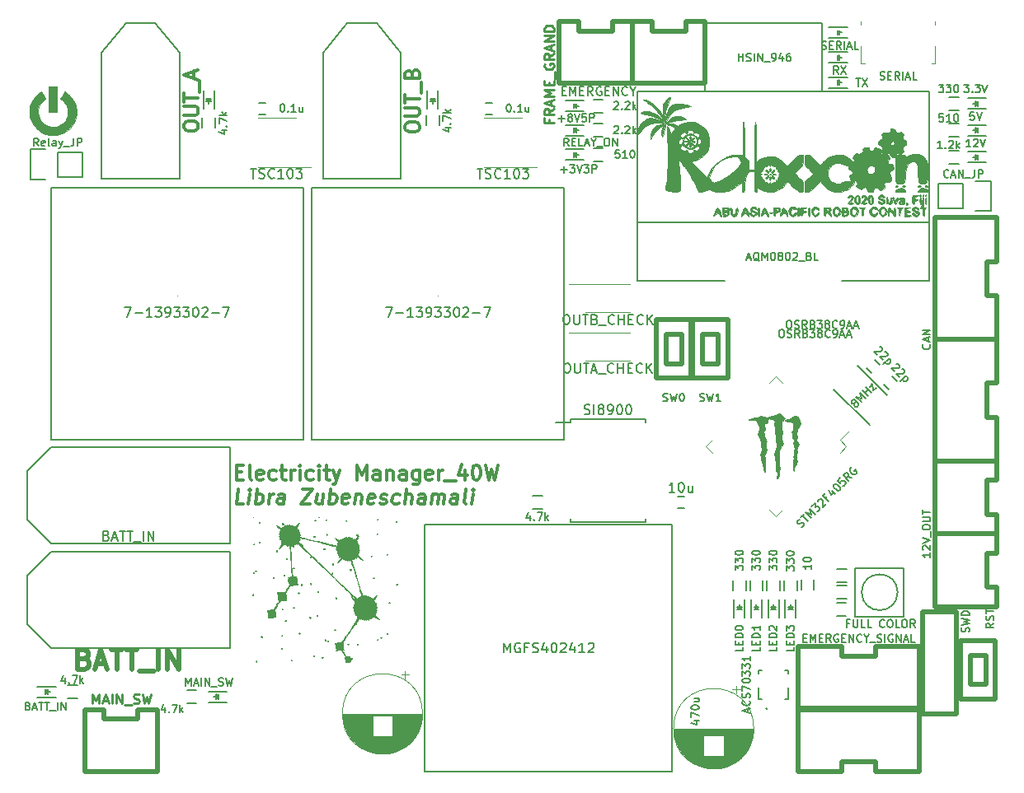
<source format=gbr>
G04 #@! TF.GenerationSoftware,KiCad,Pcbnew,(5.1.4)-1*
G04 #@! TF.CreationDate,2020-01-28T02:11:25+09:00*
G04 #@! TF.ProjectId,Electrocity_Manager_40W,456c6563-7472-46f6-9369-74795f4d616e,rev?*
G04 #@! TF.SameCoordinates,Original*
G04 #@! TF.FileFunction,Legend,Top*
G04 #@! TF.FilePolarity,Positive*
%FSLAX46Y46*%
G04 Gerber Fmt 4.6, Leading zero omitted, Abs format (unit mm)*
G04 Created by KiCad (PCBNEW (5.1.4)-1) date 2020-01-28 02:11:25*
%MOMM*%
%LPD*%
G04 APERTURE LIST*
%ADD10C,0.375000*%
%ADD11C,0.150000*%
%ADD12C,0.500000*%
%ADD13C,0.010000*%
%ADD14C,0.120000*%
%ADD15C,0.200000*%
%ADD16C,0.152400*%
%ADD17C,0.250000*%
%ADD18C,0.000100*%
G04 APERTURE END LIST*
D10*
X70574107Y-147428571D02*
X69859821Y-147428571D01*
X70047321Y-145928571D01*
X71074107Y-147428571D02*
X71199107Y-146428571D01*
X71261607Y-145928571D02*
X71181250Y-146000000D01*
X71243750Y-146071428D01*
X71324107Y-146000000D01*
X71261607Y-145928571D01*
X71243750Y-146071428D01*
X71788392Y-147428571D02*
X71975892Y-145928571D01*
X71904464Y-146500000D02*
X72056250Y-146428571D01*
X72341964Y-146428571D01*
X72475892Y-146500000D01*
X72538392Y-146571428D01*
X72591964Y-146714285D01*
X72538392Y-147142857D01*
X72449107Y-147285714D01*
X72368750Y-147357142D01*
X72216964Y-147428571D01*
X71931250Y-147428571D01*
X71797321Y-147357142D01*
X73145535Y-147428571D02*
X73270535Y-146428571D01*
X73234821Y-146714285D02*
X73324107Y-146571428D01*
X73404464Y-146500000D01*
X73556250Y-146428571D01*
X73699107Y-146428571D01*
X74716964Y-147428571D02*
X74815178Y-146642857D01*
X74761607Y-146500000D01*
X74627678Y-146428571D01*
X74341964Y-146428571D01*
X74190178Y-146500000D01*
X74725892Y-147357142D02*
X74574107Y-147428571D01*
X74216964Y-147428571D01*
X74083035Y-147357142D01*
X74029464Y-147214285D01*
X74047321Y-147071428D01*
X74136607Y-146928571D01*
X74288392Y-146857142D01*
X74645535Y-146857142D01*
X74797321Y-146785714D01*
X76618750Y-145928571D02*
X77618750Y-145928571D01*
X76431250Y-147428571D01*
X77431250Y-147428571D01*
X78770535Y-146428571D02*
X78645535Y-147428571D01*
X78127678Y-146428571D02*
X78029464Y-147214285D01*
X78083035Y-147357142D01*
X78216964Y-147428571D01*
X78431250Y-147428571D01*
X78583035Y-147357142D01*
X78663392Y-147285714D01*
X79359821Y-147428571D02*
X79547321Y-145928571D01*
X79475892Y-146500000D02*
X79627678Y-146428571D01*
X79913392Y-146428571D01*
X80047321Y-146500000D01*
X80109821Y-146571428D01*
X80163392Y-146714285D01*
X80109821Y-147142857D01*
X80020535Y-147285714D01*
X79940178Y-147357142D01*
X79788392Y-147428571D01*
X79502678Y-147428571D01*
X79368750Y-147357142D01*
X81297321Y-147357142D02*
X81145535Y-147428571D01*
X80859821Y-147428571D01*
X80725892Y-147357142D01*
X80672321Y-147214285D01*
X80743750Y-146642857D01*
X80833035Y-146500000D01*
X80984821Y-146428571D01*
X81270535Y-146428571D01*
X81404464Y-146500000D01*
X81458035Y-146642857D01*
X81440178Y-146785714D01*
X80708035Y-146928571D01*
X82127678Y-146428571D02*
X82002678Y-147428571D01*
X82109821Y-146571428D02*
X82190178Y-146500000D01*
X82341964Y-146428571D01*
X82556250Y-146428571D01*
X82690178Y-146500000D01*
X82743750Y-146642857D01*
X82645535Y-147428571D01*
X83940178Y-147357142D02*
X83788392Y-147428571D01*
X83502678Y-147428571D01*
X83368750Y-147357142D01*
X83315178Y-147214285D01*
X83386607Y-146642857D01*
X83475892Y-146500000D01*
X83627678Y-146428571D01*
X83913392Y-146428571D01*
X84047321Y-146500000D01*
X84100892Y-146642857D01*
X84083035Y-146785714D01*
X83350892Y-146928571D01*
X84583035Y-147357142D02*
X84716964Y-147428571D01*
X85002678Y-147428571D01*
X85154464Y-147357142D01*
X85243750Y-147214285D01*
X85252678Y-147142857D01*
X85199107Y-147000000D01*
X85065178Y-146928571D01*
X84850892Y-146928571D01*
X84716964Y-146857142D01*
X84663392Y-146714285D01*
X84672321Y-146642857D01*
X84761607Y-146500000D01*
X84913392Y-146428571D01*
X85127678Y-146428571D01*
X85261607Y-146500000D01*
X86511607Y-147357142D02*
X86359821Y-147428571D01*
X86074107Y-147428571D01*
X85940178Y-147357142D01*
X85877678Y-147285714D01*
X85824107Y-147142857D01*
X85877678Y-146714285D01*
X85966964Y-146571428D01*
X86047321Y-146500000D01*
X86199107Y-146428571D01*
X86484821Y-146428571D01*
X86618750Y-146500000D01*
X87145535Y-147428571D02*
X87333035Y-145928571D01*
X87788392Y-147428571D02*
X87886607Y-146642857D01*
X87833035Y-146500000D01*
X87699107Y-146428571D01*
X87484821Y-146428571D01*
X87333035Y-146500000D01*
X87252678Y-146571428D01*
X89145535Y-147428571D02*
X89243750Y-146642857D01*
X89190178Y-146500000D01*
X89056250Y-146428571D01*
X88770535Y-146428571D01*
X88618750Y-146500000D01*
X89154464Y-147357142D02*
X89002678Y-147428571D01*
X88645535Y-147428571D01*
X88511607Y-147357142D01*
X88458035Y-147214285D01*
X88475892Y-147071428D01*
X88565178Y-146928571D01*
X88716964Y-146857142D01*
X89074107Y-146857142D01*
X89225892Y-146785714D01*
X89859821Y-147428571D02*
X89984821Y-146428571D01*
X89966964Y-146571428D02*
X90047321Y-146500000D01*
X90199107Y-146428571D01*
X90413392Y-146428571D01*
X90547321Y-146500000D01*
X90600892Y-146642857D01*
X90502678Y-147428571D01*
X90600892Y-146642857D02*
X90690178Y-146500000D01*
X90841964Y-146428571D01*
X91056250Y-146428571D01*
X91190178Y-146500000D01*
X91243750Y-146642857D01*
X91145535Y-147428571D01*
X92502678Y-147428571D02*
X92600892Y-146642857D01*
X92547321Y-146500000D01*
X92413392Y-146428571D01*
X92127678Y-146428571D01*
X91975892Y-146500000D01*
X92511607Y-147357142D02*
X92359821Y-147428571D01*
X92002678Y-147428571D01*
X91868750Y-147357142D01*
X91815178Y-147214285D01*
X91833035Y-147071428D01*
X91922321Y-146928571D01*
X92074107Y-146857142D01*
X92431250Y-146857142D01*
X92583035Y-146785714D01*
X93431250Y-147428571D02*
X93297321Y-147357142D01*
X93243750Y-147214285D01*
X93404464Y-145928571D01*
X94002678Y-147428571D02*
X94127678Y-146428571D01*
X94190178Y-145928571D02*
X94109821Y-146000000D01*
X94172321Y-146071428D01*
X94252678Y-146000000D01*
X94190178Y-145928571D01*
X94172321Y-146071428D01*
X69850892Y-144142857D02*
X70350892Y-144142857D01*
X70565178Y-144928571D02*
X69850892Y-144928571D01*
X69850892Y-143428571D01*
X70565178Y-143428571D01*
X71422321Y-144928571D02*
X71279464Y-144857142D01*
X71208035Y-144714285D01*
X71208035Y-143428571D01*
X72565178Y-144857142D02*
X72422321Y-144928571D01*
X72136607Y-144928571D01*
X71993750Y-144857142D01*
X71922321Y-144714285D01*
X71922321Y-144142857D01*
X71993750Y-144000000D01*
X72136607Y-143928571D01*
X72422321Y-143928571D01*
X72565178Y-144000000D01*
X72636607Y-144142857D01*
X72636607Y-144285714D01*
X71922321Y-144428571D01*
X73922321Y-144857142D02*
X73779464Y-144928571D01*
X73493750Y-144928571D01*
X73350892Y-144857142D01*
X73279464Y-144785714D01*
X73208035Y-144642857D01*
X73208035Y-144214285D01*
X73279464Y-144071428D01*
X73350892Y-144000000D01*
X73493750Y-143928571D01*
X73779464Y-143928571D01*
X73922321Y-144000000D01*
X74350892Y-143928571D02*
X74922321Y-143928571D01*
X74565178Y-143428571D02*
X74565178Y-144714285D01*
X74636607Y-144857142D01*
X74779464Y-144928571D01*
X74922321Y-144928571D01*
X75422321Y-144928571D02*
X75422321Y-143928571D01*
X75422321Y-144214285D02*
X75493750Y-144071428D01*
X75565178Y-144000000D01*
X75708035Y-143928571D01*
X75850892Y-143928571D01*
X76350892Y-144928571D02*
X76350892Y-143928571D01*
X76350892Y-143428571D02*
X76279464Y-143500000D01*
X76350892Y-143571428D01*
X76422321Y-143500000D01*
X76350892Y-143428571D01*
X76350892Y-143571428D01*
X77708035Y-144857142D02*
X77565178Y-144928571D01*
X77279464Y-144928571D01*
X77136607Y-144857142D01*
X77065178Y-144785714D01*
X76993750Y-144642857D01*
X76993750Y-144214285D01*
X77065178Y-144071428D01*
X77136607Y-144000000D01*
X77279464Y-143928571D01*
X77565178Y-143928571D01*
X77708035Y-144000000D01*
X78350892Y-144928571D02*
X78350892Y-143928571D01*
X78350892Y-143428571D02*
X78279464Y-143500000D01*
X78350892Y-143571428D01*
X78422321Y-143500000D01*
X78350892Y-143428571D01*
X78350892Y-143571428D01*
X78850892Y-143928571D02*
X79422321Y-143928571D01*
X79065178Y-143428571D02*
X79065178Y-144714285D01*
X79136607Y-144857142D01*
X79279464Y-144928571D01*
X79422321Y-144928571D01*
X79779464Y-143928571D02*
X80136607Y-144928571D01*
X80493750Y-143928571D02*
X80136607Y-144928571D01*
X79993750Y-145285714D01*
X79922321Y-145357142D01*
X79779464Y-145428571D01*
X82208035Y-144928571D02*
X82208035Y-143428571D01*
X82708035Y-144500000D01*
X83208035Y-143428571D01*
X83208035Y-144928571D01*
X84565178Y-144928571D02*
X84565178Y-144142857D01*
X84493750Y-144000000D01*
X84350892Y-143928571D01*
X84065178Y-143928571D01*
X83922321Y-144000000D01*
X84565178Y-144857142D02*
X84422321Y-144928571D01*
X84065178Y-144928571D01*
X83922321Y-144857142D01*
X83850892Y-144714285D01*
X83850892Y-144571428D01*
X83922321Y-144428571D01*
X84065178Y-144357142D01*
X84422321Y-144357142D01*
X84565178Y-144285714D01*
X85279464Y-143928571D02*
X85279464Y-144928571D01*
X85279464Y-144071428D02*
X85350892Y-144000000D01*
X85493750Y-143928571D01*
X85708035Y-143928571D01*
X85850892Y-144000000D01*
X85922321Y-144142857D01*
X85922321Y-144928571D01*
X87279464Y-144928571D02*
X87279464Y-144142857D01*
X87208035Y-144000000D01*
X87065178Y-143928571D01*
X86779464Y-143928571D01*
X86636607Y-144000000D01*
X87279464Y-144857142D02*
X87136607Y-144928571D01*
X86779464Y-144928571D01*
X86636607Y-144857142D01*
X86565178Y-144714285D01*
X86565178Y-144571428D01*
X86636607Y-144428571D01*
X86779464Y-144357142D01*
X87136607Y-144357142D01*
X87279464Y-144285714D01*
X88636607Y-143928571D02*
X88636607Y-145142857D01*
X88565178Y-145285714D01*
X88493750Y-145357142D01*
X88350892Y-145428571D01*
X88136607Y-145428571D01*
X87993750Y-145357142D01*
X88636607Y-144857142D02*
X88493750Y-144928571D01*
X88208035Y-144928571D01*
X88065178Y-144857142D01*
X87993750Y-144785714D01*
X87922321Y-144642857D01*
X87922321Y-144214285D01*
X87993750Y-144071428D01*
X88065178Y-144000000D01*
X88208035Y-143928571D01*
X88493750Y-143928571D01*
X88636607Y-144000000D01*
X89922321Y-144857142D02*
X89779464Y-144928571D01*
X89493750Y-144928571D01*
X89350892Y-144857142D01*
X89279464Y-144714285D01*
X89279464Y-144142857D01*
X89350892Y-144000000D01*
X89493750Y-143928571D01*
X89779464Y-143928571D01*
X89922321Y-144000000D01*
X89993750Y-144142857D01*
X89993750Y-144285714D01*
X89279464Y-144428571D01*
X90636607Y-144928571D02*
X90636607Y-143928571D01*
X90636607Y-144214285D02*
X90708035Y-144071428D01*
X90779464Y-144000000D01*
X90922321Y-143928571D01*
X91065178Y-143928571D01*
X91208035Y-145071428D02*
X92350892Y-145071428D01*
X93350892Y-143928571D02*
X93350892Y-144928571D01*
X92993750Y-143357142D02*
X92636607Y-144428571D01*
X93565178Y-144428571D01*
X94422321Y-143428571D02*
X94565178Y-143428571D01*
X94708035Y-143500000D01*
X94779464Y-143571428D01*
X94850892Y-143714285D01*
X94922321Y-144000000D01*
X94922321Y-144357142D01*
X94850892Y-144642857D01*
X94779464Y-144785714D01*
X94708035Y-144857142D01*
X94565178Y-144928571D01*
X94422321Y-144928571D01*
X94279464Y-144857142D01*
X94208035Y-144785714D01*
X94136607Y-144642857D01*
X94065178Y-144357142D01*
X94065178Y-144000000D01*
X94136607Y-143714285D01*
X94208035Y-143571428D01*
X94279464Y-143500000D01*
X94422321Y-143428571D01*
X95422321Y-143428571D02*
X95779464Y-144928571D01*
X96065178Y-143857142D01*
X96350892Y-144928571D01*
X96708035Y-143428571D01*
D11*
X135426777Y-132578249D02*
X135921751Y-133073223D01*
X135073223Y-133921751D02*
X134578249Y-133426777D01*
X134921751Y-139325914D02*
X131209441Y-135613604D01*
X133613604Y-133209441D02*
X136654163Y-136250000D01*
X132500000Y-157175000D02*
X131500000Y-157175000D01*
X131500000Y-155825000D02*
X132500000Y-155825000D01*
X131470000Y-157575000D02*
X132470000Y-157575000D01*
X132470000Y-158925000D02*
X131470000Y-158925000D01*
X131500000Y-154075000D02*
X132500000Y-154075000D01*
X132500000Y-155425000D02*
X131500000Y-155425000D01*
X123500000Y-158030000D02*
X123250000Y-158280000D01*
X123000000Y-158030000D02*
X123500000Y-158030000D01*
X123250000Y-158280000D02*
X123000000Y-158030000D01*
X123000000Y-158280000D02*
X123500000Y-158280000D01*
X123250000Y-158230000D02*
X123250000Y-157780000D01*
X122700000Y-159130000D02*
X122700000Y-157230000D01*
X123800000Y-159130000D02*
X123800000Y-157230000D01*
X81250000Y-98000000D02*
X78750000Y-101000000D01*
X78750000Y-101000000D02*
X78750000Y-114000000D01*
X84250000Y-98000000D02*
X86750000Y-101000000D01*
X86750000Y-101000000D02*
X86750000Y-114000000D01*
X84250000Y-98000000D02*
X81250000Y-98000000D01*
X86750000Y-114000000D02*
X78750000Y-114000000D01*
X64000000Y-114000000D02*
X56000000Y-114000000D01*
X61500000Y-98000000D02*
X58500000Y-98000000D01*
X64000000Y-101000000D02*
X64000000Y-114000000D01*
X61500000Y-98000000D02*
X64000000Y-101000000D01*
X56000000Y-101000000D02*
X56000000Y-114000000D01*
X58500000Y-98000000D02*
X56000000Y-101000000D01*
X115850000Y-147850000D02*
X115150000Y-147850000D01*
X115150000Y-146650000D02*
X115850000Y-146650000D01*
X144480000Y-117020000D02*
X141940000Y-117020000D01*
X147300000Y-117300000D02*
X145750000Y-117300000D01*
X144480000Y-117020000D02*
X144480000Y-114480000D01*
X145750000Y-114200000D02*
X147300000Y-114200000D01*
X147300000Y-114200000D02*
X147300000Y-117300000D01*
X144480000Y-114480000D02*
X141940000Y-114480000D01*
X141940000Y-114480000D02*
X141940000Y-117020000D01*
D12*
X147950000Y-130500000D02*
X147950000Y-126000000D01*
X147950000Y-126000000D02*
X146950000Y-126000000D01*
X146950000Y-126000000D02*
X146950000Y-122500000D01*
X146950000Y-122500000D02*
X147950000Y-122500000D01*
X147950000Y-122500000D02*
X147950000Y-118000000D01*
X141550000Y-118000000D02*
X141550000Y-130500000D01*
X147950000Y-118000000D02*
X141550000Y-118000000D01*
X141550000Y-130500000D02*
X147950000Y-130500000D01*
X61750000Y-168550000D02*
X59750000Y-168550000D01*
X59750000Y-168550000D02*
X59750000Y-169550000D01*
X59750000Y-169550000D02*
X56250000Y-169550000D01*
X56250000Y-169550000D02*
X56250000Y-168550000D01*
X56250000Y-168550000D02*
X54250000Y-168550000D01*
X61750000Y-174950000D02*
X61750000Y-168550000D01*
X54250000Y-168550000D02*
X54250000Y-174950000D01*
X54250000Y-174950000D02*
X61750000Y-174950000D01*
D11*
X69150000Y-152300000D02*
X50800000Y-152300000D01*
X69150000Y-162200000D02*
X69150000Y-152300000D01*
X50800000Y-162200000D02*
X69150000Y-162200000D01*
X50800000Y-152300000D02*
X48350000Y-154800000D01*
X50800000Y-162200000D02*
X48350000Y-159750000D01*
X48350000Y-157250000D02*
X48350000Y-154800000D01*
X48350000Y-157200000D02*
X48350000Y-159750000D01*
X48350000Y-146450000D02*
X48350000Y-149000000D01*
X48350000Y-146500000D02*
X48350000Y-144050000D01*
X50800000Y-151450000D02*
X48350000Y-149000000D01*
X50800000Y-141550000D02*
X48350000Y-144050000D01*
X50800000Y-151450000D02*
X69150000Y-151450000D01*
X69150000Y-151450000D02*
X69150000Y-141550000D01*
X69150000Y-141550000D02*
X50800000Y-141550000D01*
D12*
X147800000Y-167500000D02*
X147800000Y-161500000D01*
X144200000Y-167500000D02*
X147800000Y-167500000D01*
X144200000Y-161500000D02*
X144200000Y-167500000D01*
X147800000Y-161500000D02*
X144200000Y-161500000D01*
X146800000Y-166000000D02*
X146800000Y-163000000D01*
X145200000Y-166000000D02*
X146800000Y-166000000D01*
X145200000Y-163000000D02*
X145200000Y-166000000D01*
X146800000Y-163000000D02*
X145200000Y-163000000D01*
X140300000Y-169000000D02*
X143800000Y-169000000D01*
X140300000Y-158500000D02*
X140300000Y-169000000D01*
X143800000Y-158500000D02*
X143800000Y-169000000D01*
X143800000Y-158500000D02*
X140300000Y-158500000D01*
D11*
X136823223Y-135671751D02*
X136328249Y-135176777D01*
X137176777Y-134328249D02*
X137671751Y-134823223D01*
X146850000Y-111200000D02*
X144950000Y-111200000D01*
X146850000Y-112300000D02*
X144950000Y-112300000D01*
X145950000Y-111750000D02*
X145500000Y-111750000D01*
X146000000Y-112000000D02*
X146000000Y-111500000D01*
X146000000Y-111750000D02*
X145750000Y-112000000D01*
X145750000Y-112000000D02*
X145750000Y-111500000D01*
X145750000Y-111500000D02*
X146000000Y-111750000D01*
X145750000Y-108750000D02*
X146000000Y-109000000D01*
X145750000Y-109250000D02*
X145750000Y-108750000D01*
X146000000Y-109000000D02*
X145750000Y-109250000D01*
X146000000Y-109250000D02*
X146000000Y-108750000D01*
X145950000Y-109000000D02*
X145500000Y-109000000D01*
X146850000Y-109550000D02*
X144950000Y-109550000D01*
X146850000Y-108450000D02*
X144950000Y-108450000D01*
X146850000Y-105700000D02*
X144950000Y-105700000D01*
X146850000Y-106800000D02*
X144950000Y-106800000D01*
X145950000Y-106250000D02*
X145500000Y-106250000D01*
X146000000Y-106500000D02*
X146000000Y-106000000D01*
X146000000Y-106250000D02*
X145750000Y-106500000D01*
X145750000Y-106500000D02*
X145750000Y-106000000D01*
X145750000Y-106000000D02*
X146000000Y-106250000D01*
X122050000Y-159130000D02*
X122050000Y-157230000D01*
X120950000Y-159130000D02*
X120950000Y-157230000D01*
X121500000Y-158230000D02*
X121500000Y-157780000D01*
X121250000Y-158280000D02*
X121750000Y-158280000D01*
X121500000Y-158280000D02*
X121250000Y-158030000D01*
X121250000Y-158030000D02*
X121750000Y-158030000D01*
X121750000Y-158030000D02*
X121500000Y-158280000D01*
X125550000Y-159130000D02*
X125550000Y-157230000D01*
X124450000Y-159130000D02*
X124450000Y-157230000D01*
X125000000Y-158230000D02*
X125000000Y-157780000D01*
X124750000Y-158280000D02*
X125250000Y-158280000D01*
X125000000Y-158280000D02*
X124750000Y-158030000D01*
X124750000Y-158030000D02*
X125250000Y-158030000D01*
X125250000Y-158030000D02*
X125000000Y-158280000D01*
X127000000Y-158030000D02*
X126750000Y-158280000D01*
X126500000Y-158030000D02*
X127000000Y-158030000D01*
X126750000Y-158280000D02*
X126500000Y-158030000D01*
X126500000Y-158280000D02*
X127000000Y-158280000D01*
X126750000Y-158230000D02*
X126750000Y-157780000D01*
X126200000Y-159130000D02*
X126200000Y-157230000D01*
X127300000Y-159130000D02*
X127300000Y-157230000D01*
X49400000Y-167300000D02*
X51300000Y-167300000D01*
X49400000Y-166200000D02*
X51300000Y-166200000D01*
X50300000Y-166750000D02*
X50750000Y-166750000D01*
X50250000Y-166500000D02*
X50250000Y-167000000D01*
X50250000Y-166750000D02*
X50500000Y-166500000D01*
X50500000Y-166500000D02*
X50500000Y-167000000D01*
X50500000Y-167000000D02*
X50250000Y-166750000D01*
X68850000Y-166700000D02*
X66950000Y-166700000D01*
X68850000Y-167800000D02*
X66950000Y-167800000D01*
X67950000Y-167250000D02*
X67500000Y-167250000D01*
X68000000Y-167500000D02*
X68000000Y-167000000D01*
X68000000Y-167250000D02*
X67750000Y-167500000D01*
X67750000Y-167500000D02*
X67750000Y-167000000D01*
X67750000Y-167000000D02*
X68000000Y-167250000D01*
X66750000Y-106000000D02*
X67000000Y-105750000D01*
X67250000Y-106000000D02*
X66750000Y-106000000D01*
X67000000Y-105750000D02*
X67250000Y-106000000D01*
X67250000Y-105750000D02*
X66750000Y-105750000D01*
X67000000Y-105800000D02*
X67000000Y-106250000D01*
X67550000Y-104900000D02*
X67550000Y-106800000D01*
X66450000Y-104900000D02*
X66450000Y-106800000D01*
X89450000Y-104900000D02*
X89450000Y-106800000D01*
X90550000Y-104900000D02*
X90550000Y-106800000D01*
X90000000Y-105800000D02*
X90000000Y-106250000D01*
X90250000Y-105750000D02*
X89750000Y-105750000D01*
X90000000Y-105750000D02*
X90250000Y-106000000D01*
X90250000Y-106000000D02*
X89750000Y-106000000D01*
X89750000Y-106000000D02*
X90000000Y-105750000D01*
X104740000Y-109240000D02*
X104490000Y-108990000D01*
X104740000Y-108740000D02*
X104740000Y-109240000D01*
X104490000Y-108990000D02*
X104740000Y-108740000D01*
X104490000Y-108740000D02*
X104490000Y-109240000D01*
X104540000Y-108990000D02*
X104990000Y-108990000D01*
X103640000Y-108440000D02*
X105540000Y-108440000D01*
X103640000Y-109540000D02*
X105540000Y-109540000D01*
X104740000Y-106740000D02*
X104490000Y-106490000D01*
X104740000Y-106240000D02*
X104740000Y-106740000D01*
X104490000Y-106490000D02*
X104740000Y-106240000D01*
X104490000Y-106240000D02*
X104490000Y-106740000D01*
X104540000Y-106490000D02*
X104990000Y-106490000D01*
X103640000Y-105940000D02*
X105540000Y-105940000D01*
X103640000Y-107040000D02*
X105540000Y-107040000D01*
X104740000Y-111740000D02*
X104490000Y-111490000D01*
X104740000Y-111240000D02*
X104740000Y-111740000D01*
X104490000Y-111490000D02*
X104740000Y-111240000D01*
X104490000Y-111240000D02*
X104490000Y-111740000D01*
X104540000Y-111490000D02*
X104990000Y-111490000D01*
X103640000Y-110940000D02*
X105540000Y-110940000D01*
X103640000Y-112040000D02*
X105540000Y-112040000D01*
X51520000Y-111230000D02*
X54060000Y-111230000D01*
X48700000Y-110950000D02*
X50250000Y-110950000D01*
X51520000Y-111230000D02*
X51520000Y-113770000D01*
X50250000Y-114050000D02*
X48700000Y-114050000D01*
X48700000Y-114050000D02*
X48700000Y-110950000D01*
X51520000Y-113770000D02*
X54060000Y-113770000D01*
X54060000Y-113770000D02*
X54060000Y-111230000D01*
D12*
X140000000Y-162050000D02*
X135500000Y-162050000D01*
X135500000Y-162050000D02*
X135500000Y-163050000D01*
X135500000Y-163050000D02*
X132000000Y-163050000D01*
X132000000Y-163050000D02*
X132000000Y-162050000D01*
X132000000Y-162050000D02*
X127500000Y-162050000D01*
X127500000Y-168450000D02*
X140000000Y-168450000D01*
X127500000Y-162050000D02*
X127500000Y-168450000D01*
X140000000Y-168450000D02*
X140000000Y-162050000D01*
X141550000Y-150500000D02*
X141550000Y-158000000D01*
X147950000Y-150500000D02*
X141550000Y-150500000D01*
X141550000Y-158000000D02*
X147950000Y-158000000D01*
X147950000Y-152500000D02*
X147950000Y-150500000D01*
X146950000Y-152500000D02*
X147950000Y-152500000D01*
X146950000Y-156000000D02*
X146950000Y-152500000D01*
X147950000Y-156000000D02*
X146950000Y-156000000D01*
X147950000Y-158000000D02*
X147950000Y-156000000D01*
X147950000Y-150500000D02*
X147950000Y-148500000D01*
X147950000Y-148500000D02*
X146950000Y-148500000D01*
X146950000Y-148500000D02*
X146950000Y-145000000D01*
X146950000Y-145000000D02*
X147950000Y-145000000D01*
X147950000Y-145000000D02*
X147950000Y-143000000D01*
X141550000Y-150500000D02*
X147950000Y-150500000D01*
X147950000Y-143000000D02*
X141550000Y-143000000D01*
X141550000Y-143000000D02*
X141550000Y-150500000D01*
X110500000Y-97800000D02*
X108500000Y-97800000D01*
X108500000Y-97800000D02*
X108500000Y-98800000D01*
X108500000Y-98800000D02*
X105000000Y-98800000D01*
X105000000Y-98800000D02*
X105000000Y-97800000D01*
X105000000Y-97800000D02*
X103000000Y-97800000D01*
X110500000Y-104200000D02*
X110500000Y-97800000D01*
X103000000Y-97800000D02*
X103000000Y-104200000D01*
X103000000Y-104200000D02*
X110500000Y-104200000D01*
X110500000Y-104200000D02*
X118000000Y-104200000D01*
X110500000Y-97800000D02*
X110500000Y-104200000D01*
X118000000Y-104200000D02*
X118000000Y-97800000D01*
X112500000Y-97800000D02*
X110500000Y-97800000D01*
X112500000Y-98800000D02*
X112500000Y-97800000D01*
X116000000Y-98800000D02*
X112500000Y-98800000D01*
X116000000Y-97800000D02*
X116000000Y-98800000D01*
X118000000Y-97800000D02*
X116000000Y-97800000D01*
D11*
X144000000Y-112425000D02*
X143000000Y-112425000D01*
X143000000Y-111075000D02*
X144000000Y-111075000D01*
X143000000Y-108325000D02*
X144000000Y-108325000D01*
X144000000Y-109675000D02*
X143000000Y-109675000D01*
X144000000Y-106925000D02*
X143000000Y-106925000D01*
X143000000Y-105575000D02*
X144000000Y-105575000D01*
X122175000Y-155280000D02*
X122175000Y-156280000D01*
X120825000Y-156280000D02*
X120825000Y-155280000D01*
X122575000Y-156280000D02*
X122575000Y-155280000D01*
X123925000Y-155280000D02*
X123925000Y-156280000D01*
X125675000Y-155280000D02*
X125675000Y-156280000D01*
X124325000Y-156280000D02*
X124325000Y-155280000D01*
X126075000Y-156280000D02*
X126075000Y-155280000D01*
X127425000Y-155280000D02*
X127425000Y-156280000D01*
X129175000Y-155250000D02*
X129175000Y-156250000D01*
X127825000Y-156250000D02*
X127825000Y-155250000D01*
X100250000Y-146575000D02*
X101250000Y-146575000D01*
X101250000Y-147925000D02*
X100250000Y-147925000D01*
X53500000Y-167425000D02*
X52500000Y-167425000D01*
X52500000Y-166075000D02*
X53500000Y-166075000D01*
X65750000Y-167925000D02*
X64750000Y-167925000D01*
X64750000Y-166575000D02*
X65750000Y-166575000D01*
X66325000Y-108750000D02*
X66325000Y-107750000D01*
X67675000Y-107750000D02*
X67675000Y-108750000D01*
X90675000Y-107500000D02*
X90675000Y-108500000D01*
X89325000Y-108500000D02*
X89325000Y-107500000D01*
X107500000Y-109665000D02*
X106500000Y-109665000D01*
X106500000Y-108315000D02*
X107500000Y-108315000D01*
X106500000Y-105815000D02*
X107500000Y-105815000D01*
X107500000Y-107165000D02*
X106500000Y-107165000D01*
X106500000Y-110815000D02*
X107500000Y-110815000D01*
X107500000Y-112165000D02*
X106500000Y-112165000D01*
D12*
X147950000Y-143000000D02*
X147950000Y-138500000D01*
X147950000Y-138500000D02*
X146950000Y-138500000D01*
X146950000Y-138500000D02*
X146950000Y-135000000D01*
X146950000Y-135000000D02*
X147950000Y-135000000D01*
X147950000Y-135000000D02*
X147950000Y-130500000D01*
X141550000Y-130500000D02*
X141550000Y-143000000D01*
X147950000Y-130500000D02*
X141550000Y-130500000D01*
X141550000Y-143000000D02*
X147950000Y-143000000D01*
D11*
X104125000Y-138675000D02*
X104125000Y-139030000D01*
X111875000Y-138675000D02*
X111875000Y-139030000D01*
X111875000Y-149325000D02*
X111875000Y-148970000D01*
X104125000Y-149325000D02*
X104125000Y-148970000D01*
X104125000Y-138675000D02*
X111875000Y-138675000D01*
X104125000Y-149325000D02*
X111875000Y-149325000D01*
X104125000Y-139030000D02*
X102600000Y-139030000D01*
D12*
X127500000Y-174950000D02*
X132000000Y-174950000D01*
X132000000Y-174950000D02*
X132000000Y-173950000D01*
X132000000Y-173950000D02*
X135500000Y-173950000D01*
X135500000Y-173950000D02*
X135500000Y-174950000D01*
X135500000Y-174950000D02*
X140000000Y-174950000D01*
X140000000Y-168550000D02*
X127500000Y-168550000D01*
X140000000Y-174950000D02*
X140000000Y-168550000D01*
X127500000Y-168550000D02*
X127500000Y-174950000D01*
D13*
G36*
X127129452Y-138369668D02*
G01*
X127163308Y-138382150D01*
X127201549Y-138392634D01*
X127251989Y-138399553D01*
X127288005Y-138401200D01*
X127371860Y-138406856D01*
X127438836Y-138425788D01*
X127493318Y-138460935D01*
X127539694Y-138515240D01*
X127582349Y-138591645D01*
X127587135Y-138601810D01*
X127613872Y-138658640D01*
X127640814Y-138714593D01*
X127663422Y-138760286D01*
X127669764Y-138772681D01*
X127696827Y-138849606D01*
X127701100Y-138894793D01*
X127707495Y-138943761D01*
X127724333Y-138985775D01*
X127748089Y-139014427D01*
X127771871Y-139023500D01*
X127785777Y-139034945D01*
X127790000Y-139066731D01*
X127785357Y-139093729D01*
X127770398Y-139131020D01*
X127743573Y-139181808D01*
X127703335Y-139249300D01*
X127696455Y-139260406D01*
X127594352Y-139434032D01*
X127511921Y-139595684D01*
X127448187Y-139748181D01*
X127402173Y-139894342D01*
X127372904Y-140036983D01*
X127359403Y-140178924D01*
X127358200Y-140237157D01*
X127358703Y-140293074D01*
X127360886Y-140328684D01*
X127365760Y-140349071D01*
X127374336Y-140359320D01*
X127383268Y-140363244D01*
X127418140Y-140385936D01*
X127445550Y-140424493D01*
X127459246Y-140469408D01*
X127459800Y-140479636D01*
X127455145Y-140510131D01*
X127442659Y-140556304D01*
X127424553Y-140610504D01*
X127413444Y-140639848D01*
X127379069Y-140740582D01*
X127362671Y-140824083D01*
X127364288Y-140891103D01*
X127383960Y-140942393D01*
X127421727Y-140978705D01*
X127431439Y-140984228D01*
X127484277Y-141023004D01*
X127527623Y-141080825D01*
X127549771Y-141124814D01*
X127567190Y-141178766D01*
X127576570Y-141239563D01*
X127578460Y-141302242D01*
X127573406Y-141361840D01*
X127561954Y-141413394D01*
X127544651Y-141451938D01*
X127522044Y-141472512D01*
X127511248Y-141474600D01*
X127493773Y-141479025D01*
X127486250Y-141496839D01*
X127484874Y-141522225D01*
X127474342Y-141573626D01*
X127442797Y-141635355D01*
X127440424Y-141639111D01*
X127417487Y-141677404D01*
X127404240Y-141708928D01*
X127398064Y-141743591D01*
X127396341Y-141791300D01*
X127396300Y-141806048D01*
X127406107Y-141919336D01*
X127422965Y-141990056D01*
X127439857Y-142058864D01*
X127441758Y-142114732D01*
X127427789Y-142165840D01*
X127398377Y-142218397D01*
X127380357Y-142247248D01*
X127369672Y-142271975D01*
X127364834Y-142300307D01*
X127364354Y-142339975D01*
X127366147Y-142385875D01*
X127370067Y-142453217D01*
X127375801Y-142531002D01*
X127382241Y-142604446D01*
X127383545Y-142617600D01*
X127390338Y-142696696D01*
X127395747Y-142784087D01*
X127399677Y-142874855D01*
X127402034Y-142964082D01*
X127402724Y-143046851D01*
X127401652Y-143118245D01*
X127398724Y-143173345D01*
X127394787Y-143203322D01*
X127373509Y-143261273D01*
X127333290Y-143329066D01*
X127317938Y-143350587D01*
X127266861Y-143421947D01*
X127228327Y-143482202D01*
X127197910Y-143539152D01*
X127171184Y-143600592D01*
X127160833Y-143627383D01*
X127144409Y-143673941D01*
X127135292Y-143711406D01*
X127132261Y-143749701D01*
X127134095Y-143798751D01*
X127136218Y-143827428D01*
X127139830Y-143884878D01*
X127139401Y-143923578D01*
X127134398Y-143949934D01*
X127124317Y-143970303D01*
X127106476Y-143992860D01*
X127093461Y-144001900D01*
X127084014Y-143991049D01*
X127068484Y-143962419D01*
X127050018Y-143921896D01*
X127047613Y-143916175D01*
X127022672Y-143841582D01*
X127007784Y-143765262D01*
X127003550Y-143693918D01*
X127010566Y-143634252D01*
X127020064Y-143607563D01*
X127031823Y-143578089D01*
X127038110Y-143544719D01*
X127038753Y-143503204D01*
X127033580Y-143449291D01*
X127022420Y-143378732D01*
X127007670Y-143300307D01*
X126989589Y-143194891D01*
X126981416Y-143108774D01*
X126983686Y-143037644D01*
X126996937Y-142977194D01*
X127021704Y-142923112D01*
X127058525Y-142871089D01*
X127061536Y-142867450D01*
X127085384Y-142823679D01*
X127089837Y-142770688D01*
X127074973Y-142705293D01*
X127066100Y-142681100D01*
X127046885Y-142617774D01*
X127041720Y-142563764D01*
X127050790Y-142523795D01*
X127059368Y-142511845D01*
X127077778Y-142483985D01*
X127097757Y-142438757D01*
X127116335Y-142383787D01*
X127129493Y-142331850D01*
X127132660Y-142301968D01*
X127134552Y-142252301D01*
X127135098Y-142188435D01*
X127134222Y-142115956D01*
X127132924Y-142068831D01*
X127130540Y-141986651D01*
X127129899Y-141925204D01*
X127131247Y-141879866D01*
X127134825Y-141846014D01*
X127140878Y-141819026D01*
X127147038Y-141800903D01*
X127158188Y-141767815D01*
X127161940Y-141739823D01*
X127158450Y-141706769D01*
X127149144Y-141663872D01*
X127139532Y-141609165D01*
X127132591Y-141543156D01*
X127129791Y-141479915D01*
X127129787Y-141478524D01*
X127128220Y-141429441D01*
X127124218Y-141390673D01*
X127118551Y-141368784D01*
X127116658Y-141366500D01*
X127098490Y-141345707D01*
X127078200Y-141308658D01*
X127059375Y-141263845D01*
X127045603Y-141219764D01*
X127040465Y-141186097D01*
X127042616Y-141154555D01*
X127048634Y-141105077D01*
X127057574Y-141044668D01*
X127067533Y-140985650D01*
X127081122Y-140899375D01*
X127086389Y-140833294D01*
X127082596Y-140783358D01*
X127069009Y-140745519D01*
X127044890Y-140715731D01*
X127014301Y-140692919D01*
X126967195Y-140655099D01*
X126933832Y-140608181D01*
X126913626Y-140549386D01*
X126905990Y-140475934D01*
X126910337Y-140385043D01*
X126925972Y-140274553D01*
X126935368Y-140215825D01*
X126941650Y-140167046D01*
X126944295Y-140133138D01*
X126942775Y-140119024D01*
X126942584Y-140118927D01*
X126906053Y-140100501D01*
X126871585Y-140073611D01*
X126847909Y-140045653D01*
X126843084Y-140034620D01*
X126844300Y-139991870D01*
X126864742Y-139945171D01*
X126900574Y-139901229D01*
X126934584Y-139874533D01*
X126989050Y-139839992D01*
X126993851Y-139574621D01*
X126996904Y-139458081D01*
X127001558Y-139363717D01*
X127008047Y-139288343D01*
X127016602Y-139228771D01*
X127020398Y-139209820D01*
X127031170Y-139154538D01*
X127034550Y-139118792D01*
X127030834Y-139097908D01*
X127027768Y-139093071D01*
X127009601Y-139081384D01*
X126973743Y-139065352D01*
X126926853Y-139047849D01*
X126909572Y-139042070D01*
X126856852Y-139023391D01*
X126809422Y-139003821D01*
X126775727Y-138986915D01*
X126770259Y-138983396D01*
X126742613Y-138967574D01*
X126717033Y-138965897D01*
X126689047Y-138973492D01*
X126624771Y-138983645D01*
X126542194Y-138978203D01*
X126442904Y-138957369D01*
X126354900Y-138930573D01*
X126298417Y-138911762D01*
X126248989Y-138895999D01*
X126212676Y-138885176D01*
X126197202Y-138881355D01*
X126173677Y-138870362D01*
X126167978Y-138853120D01*
X126182513Y-138838008D01*
X126184513Y-138837184D01*
X126207966Y-138822487D01*
X126236049Y-138797769D01*
X126239544Y-138794174D01*
X126267503Y-138774606D01*
X126314969Y-138751616D01*
X126376592Y-138726995D01*
X126447019Y-138702539D01*
X126520901Y-138680038D01*
X126592885Y-138661286D01*
X126657621Y-138648076D01*
X126688385Y-138643802D01*
X126738147Y-138637172D01*
X126769924Y-138628498D01*
X126791119Y-138614980D01*
X126804637Y-138599833D01*
X126846390Y-138547583D01*
X126877721Y-138513401D01*
X126902024Y-138494040D01*
X126922689Y-138486254D01*
X126923397Y-138486150D01*
X126953143Y-138476538D01*
X126967212Y-138467067D01*
X126989991Y-138453616D01*
X126999218Y-138451999D01*
X127015852Y-138441942D01*
X127036501Y-138416877D01*
X127042382Y-138407549D01*
X127065805Y-138376881D01*
X127092701Y-138364700D01*
X127129452Y-138369668D01*
X127129452Y-138369668D01*
G37*
X127129452Y-138369668D02*
X127163308Y-138382150D01*
X127201549Y-138392634D01*
X127251989Y-138399553D01*
X127288005Y-138401200D01*
X127371860Y-138406856D01*
X127438836Y-138425788D01*
X127493318Y-138460935D01*
X127539694Y-138515240D01*
X127582349Y-138591645D01*
X127587135Y-138601810D01*
X127613872Y-138658640D01*
X127640814Y-138714593D01*
X127663422Y-138760286D01*
X127669764Y-138772681D01*
X127696827Y-138849606D01*
X127701100Y-138894793D01*
X127707495Y-138943761D01*
X127724333Y-138985775D01*
X127748089Y-139014427D01*
X127771871Y-139023500D01*
X127785777Y-139034945D01*
X127790000Y-139066731D01*
X127785357Y-139093729D01*
X127770398Y-139131020D01*
X127743573Y-139181808D01*
X127703335Y-139249300D01*
X127696455Y-139260406D01*
X127594352Y-139434032D01*
X127511921Y-139595684D01*
X127448187Y-139748181D01*
X127402173Y-139894342D01*
X127372904Y-140036983D01*
X127359403Y-140178924D01*
X127358200Y-140237157D01*
X127358703Y-140293074D01*
X127360886Y-140328684D01*
X127365760Y-140349071D01*
X127374336Y-140359320D01*
X127383268Y-140363244D01*
X127418140Y-140385936D01*
X127445550Y-140424493D01*
X127459246Y-140469408D01*
X127459800Y-140479636D01*
X127455145Y-140510131D01*
X127442659Y-140556304D01*
X127424553Y-140610504D01*
X127413444Y-140639848D01*
X127379069Y-140740582D01*
X127362671Y-140824083D01*
X127364288Y-140891103D01*
X127383960Y-140942393D01*
X127421727Y-140978705D01*
X127431439Y-140984228D01*
X127484277Y-141023004D01*
X127527623Y-141080825D01*
X127549771Y-141124814D01*
X127567190Y-141178766D01*
X127576570Y-141239563D01*
X127578460Y-141302242D01*
X127573406Y-141361840D01*
X127561954Y-141413394D01*
X127544651Y-141451938D01*
X127522044Y-141472512D01*
X127511248Y-141474600D01*
X127493773Y-141479025D01*
X127486250Y-141496839D01*
X127484874Y-141522225D01*
X127474342Y-141573626D01*
X127442797Y-141635355D01*
X127440424Y-141639111D01*
X127417487Y-141677404D01*
X127404240Y-141708928D01*
X127398064Y-141743591D01*
X127396341Y-141791300D01*
X127396300Y-141806048D01*
X127406107Y-141919336D01*
X127422965Y-141990056D01*
X127439857Y-142058864D01*
X127441758Y-142114732D01*
X127427789Y-142165840D01*
X127398377Y-142218397D01*
X127380357Y-142247248D01*
X127369672Y-142271975D01*
X127364834Y-142300307D01*
X127364354Y-142339975D01*
X127366147Y-142385875D01*
X127370067Y-142453217D01*
X127375801Y-142531002D01*
X127382241Y-142604446D01*
X127383545Y-142617600D01*
X127390338Y-142696696D01*
X127395747Y-142784087D01*
X127399677Y-142874855D01*
X127402034Y-142964082D01*
X127402724Y-143046851D01*
X127401652Y-143118245D01*
X127398724Y-143173345D01*
X127394787Y-143203322D01*
X127373509Y-143261273D01*
X127333290Y-143329066D01*
X127317938Y-143350587D01*
X127266861Y-143421947D01*
X127228327Y-143482202D01*
X127197910Y-143539152D01*
X127171184Y-143600592D01*
X127160833Y-143627383D01*
X127144409Y-143673941D01*
X127135292Y-143711406D01*
X127132261Y-143749701D01*
X127134095Y-143798751D01*
X127136218Y-143827428D01*
X127139830Y-143884878D01*
X127139401Y-143923578D01*
X127134398Y-143949934D01*
X127124317Y-143970303D01*
X127106476Y-143992860D01*
X127093461Y-144001900D01*
X127084014Y-143991049D01*
X127068484Y-143962419D01*
X127050018Y-143921896D01*
X127047613Y-143916175D01*
X127022672Y-143841582D01*
X127007784Y-143765262D01*
X127003550Y-143693918D01*
X127010566Y-143634252D01*
X127020064Y-143607563D01*
X127031823Y-143578089D01*
X127038110Y-143544719D01*
X127038753Y-143503204D01*
X127033580Y-143449291D01*
X127022420Y-143378732D01*
X127007670Y-143300307D01*
X126989589Y-143194891D01*
X126981416Y-143108774D01*
X126983686Y-143037644D01*
X126996937Y-142977194D01*
X127021704Y-142923112D01*
X127058525Y-142871089D01*
X127061536Y-142867450D01*
X127085384Y-142823679D01*
X127089837Y-142770688D01*
X127074973Y-142705293D01*
X127066100Y-142681100D01*
X127046885Y-142617774D01*
X127041720Y-142563764D01*
X127050790Y-142523795D01*
X127059368Y-142511845D01*
X127077778Y-142483985D01*
X127097757Y-142438757D01*
X127116335Y-142383787D01*
X127129493Y-142331850D01*
X127132660Y-142301968D01*
X127134552Y-142252301D01*
X127135098Y-142188435D01*
X127134222Y-142115956D01*
X127132924Y-142068831D01*
X127130540Y-141986651D01*
X127129899Y-141925204D01*
X127131247Y-141879866D01*
X127134825Y-141846014D01*
X127140878Y-141819026D01*
X127147038Y-141800903D01*
X127158188Y-141767815D01*
X127161940Y-141739823D01*
X127158450Y-141706769D01*
X127149144Y-141663872D01*
X127139532Y-141609165D01*
X127132591Y-141543156D01*
X127129791Y-141479915D01*
X127129787Y-141478524D01*
X127128220Y-141429441D01*
X127124218Y-141390673D01*
X127118551Y-141368784D01*
X127116658Y-141366500D01*
X127098490Y-141345707D01*
X127078200Y-141308658D01*
X127059375Y-141263845D01*
X127045603Y-141219764D01*
X127040465Y-141186097D01*
X127042616Y-141154555D01*
X127048634Y-141105077D01*
X127057574Y-141044668D01*
X127067533Y-140985650D01*
X127081122Y-140899375D01*
X127086389Y-140833294D01*
X127082596Y-140783358D01*
X127069009Y-140745519D01*
X127044890Y-140715731D01*
X127014301Y-140692919D01*
X126967195Y-140655099D01*
X126933832Y-140608181D01*
X126913626Y-140549386D01*
X126905990Y-140475934D01*
X126910337Y-140385043D01*
X126925972Y-140274553D01*
X126935368Y-140215825D01*
X126941650Y-140167046D01*
X126944295Y-140133138D01*
X126942775Y-140119024D01*
X126942584Y-140118927D01*
X126906053Y-140100501D01*
X126871585Y-140073611D01*
X126847909Y-140045653D01*
X126843084Y-140034620D01*
X126844300Y-139991870D01*
X126864742Y-139945171D01*
X126900574Y-139901229D01*
X126934584Y-139874533D01*
X126989050Y-139839992D01*
X126993851Y-139574621D01*
X126996904Y-139458081D01*
X127001558Y-139363717D01*
X127008047Y-139288343D01*
X127016602Y-139228771D01*
X127020398Y-139209820D01*
X127031170Y-139154538D01*
X127034550Y-139118792D01*
X127030834Y-139097908D01*
X127027768Y-139093071D01*
X127009601Y-139081384D01*
X126973743Y-139065352D01*
X126926853Y-139047849D01*
X126909572Y-139042070D01*
X126856852Y-139023391D01*
X126809422Y-139003821D01*
X126775727Y-138986915D01*
X126770259Y-138983396D01*
X126742613Y-138967574D01*
X126717033Y-138965897D01*
X126689047Y-138973492D01*
X126624771Y-138983645D01*
X126542194Y-138978203D01*
X126442904Y-138957369D01*
X126354900Y-138930573D01*
X126298417Y-138911762D01*
X126248989Y-138895999D01*
X126212676Y-138885176D01*
X126197202Y-138881355D01*
X126173677Y-138870362D01*
X126167978Y-138853120D01*
X126182513Y-138838008D01*
X126184513Y-138837184D01*
X126207966Y-138822487D01*
X126236049Y-138797769D01*
X126239544Y-138794174D01*
X126267503Y-138774606D01*
X126314969Y-138751616D01*
X126376592Y-138726995D01*
X126447019Y-138702539D01*
X126520901Y-138680038D01*
X126592885Y-138661286D01*
X126657621Y-138648076D01*
X126688385Y-138643802D01*
X126738147Y-138637172D01*
X126769924Y-138628498D01*
X126791119Y-138614980D01*
X126804637Y-138599833D01*
X126846390Y-138547583D01*
X126877721Y-138513401D01*
X126902024Y-138494040D01*
X126922689Y-138486254D01*
X126923397Y-138486150D01*
X126953143Y-138476538D01*
X126967212Y-138467067D01*
X126989991Y-138453616D01*
X126999218Y-138451999D01*
X127015852Y-138441942D01*
X127036501Y-138416877D01*
X127042382Y-138407549D01*
X127065805Y-138376881D01*
X127092701Y-138364700D01*
X127129452Y-138369668D01*
G36*
X125606152Y-138135803D02*
G01*
X125624458Y-138142221D01*
X125631769Y-138157517D01*
X125633331Y-138167842D01*
X125643277Y-138194137D01*
X125669700Y-138211174D01*
X125681800Y-138215467D01*
X125717946Y-138234493D01*
X125730118Y-138256876D01*
X125744476Y-138280972D01*
X125771631Y-138291531D01*
X125801815Y-138304836D01*
X125838155Y-138330720D01*
X125859335Y-138350130D01*
X125900561Y-138385633D01*
X125935491Y-138400430D01*
X125945171Y-138401200D01*
X125990047Y-138409060D01*
X126020282Y-138434372D01*
X126038255Y-138479730D01*
X126043047Y-138507927D01*
X126051741Y-138556589D01*
X126065815Y-138585541D01*
X126089901Y-138600461D01*
X126123485Y-138606537D01*
X126165019Y-138610750D01*
X126036350Y-138756800D01*
X125965961Y-138838994D01*
X125910983Y-138910389D01*
X125870018Y-138975720D01*
X125841667Y-139039720D01*
X125824532Y-139107125D01*
X125817215Y-139182669D01*
X125818318Y-139271088D01*
X125826441Y-139377116D01*
X125833344Y-139444181D01*
X125848853Y-139586854D01*
X125861965Y-139706329D01*
X125872991Y-139804662D01*
X125882246Y-139883909D01*
X125890042Y-139946128D01*
X125896691Y-139993374D01*
X125902507Y-140027705D01*
X125907803Y-140051176D01*
X125912890Y-140065845D01*
X125918083Y-140073767D01*
X125923693Y-140076999D01*
X125929691Y-140077600D01*
X125944299Y-140087629D01*
X125947555Y-140113814D01*
X125940783Y-140150295D01*
X125925304Y-140191215D01*
X125902441Y-140230715D01*
X125892111Y-140244111D01*
X125876213Y-140265384D01*
X125866528Y-140287478D01*
X125861547Y-140317344D01*
X125859763Y-140361936D01*
X125859600Y-140394106D01*
X125858862Y-140449465D01*
X125855840Y-140485568D01*
X125849319Y-140508538D01*
X125838083Y-140524494D01*
X125832699Y-140529656D01*
X125818200Y-140545856D01*
X125811121Y-140565894D01*
X125810056Y-140597323D01*
X125812703Y-140637106D01*
X125817057Y-140674807D01*
X125824604Y-140714130D01*
X125836583Y-140759083D01*
X125854235Y-140813675D01*
X125878799Y-140881913D01*
X125911515Y-140967805D01*
X125928353Y-141011050D01*
X125956962Y-141098177D01*
X125971797Y-141176208D01*
X125972466Y-141241391D01*
X125958580Y-141289975D01*
X125957574Y-141291766D01*
X125929525Y-141331567D01*
X125891678Y-141374189D01*
X125850945Y-141412778D01*
X125814240Y-141440482D01*
X125800099Y-141447894D01*
X125762501Y-141475704D01*
X125740118Y-141522868D01*
X125732601Y-141590128D01*
X125732600Y-141591203D01*
X125725981Y-141646010D01*
X125708371Y-141695355D01*
X125683143Y-141731163D01*
X125670175Y-141740724D01*
X125647899Y-141766117D01*
X125643700Y-141790834D01*
X125635754Y-141826985D01*
X125618300Y-141859065D01*
X125606496Y-141877594D01*
X125598971Y-141900830D01*
X125594831Y-141934561D01*
X125593180Y-141984573D01*
X125593011Y-142022703D01*
X125594057Y-142089196D01*
X125596812Y-142170244D01*
X125600844Y-142255091D01*
X125605186Y-142325500D01*
X125609129Y-142492872D01*
X125599073Y-142672896D01*
X125575607Y-142857433D01*
X125560501Y-142941450D01*
X125549192Y-143025741D01*
X125544016Y-143126527D01*
X125544706Y-143235718D01*
X125550999Y-143345226D01*
X125562630Y-143446965D01*
X125579333Y-143532845D01*
X125579931Y-143535175D01*
X125597404Y-143595106D01*
X125612816Y-143632581D01*
X125625611Y-143646264D01*
X125626209Y-143646300D01*
X125642177Y-143637108D01*
X125643894Y-143630425D01*
X125648285Y-143623813D01*
X125656400Y-143633600D01*
X125666130Y-143665111D01*
X125667923Y-143712148D01*
X125663007Y-143768952D01*
X125652608Y-143829765D01*
X125637953Y-143888829D01*
X125620268Y-143940386D01*
X125600782Y-143978677D01*
X125580720Y-143997945D01*
X125578623Y-143998632D01*
X125567681Y-144004129D01*
X125560474Y-144016916D01*
X125556078Y-144041728D01*
X125553568Y-144083299D01*
X125552261Y-144133556D01*
X125551527Y-144207386D01*
X125551786Y-144291804D01*
X125552965Y-144372019D01*
X125553559Y-144395600D01*
X125554808Y-144456780D01*
X125553830Y-144498410D01*
X125549831Y-144526299D01*
X125542017Y-144546257D01*
X125530697Y-144562703D01*
X125511985Y-144594387D01*
X125504003Y-144623830D01*
X125504000Y-144624283D01*
X125493506Y-144672001D01*
X125464731Y-144724681D01*
X125421734Y-144775200D01*
X125413757Y-144782651D01*
X125376592Y-144813796D01*
X125352076Y-144825970D01*
X125337519Y-144817589D01*
X125330229Y-144787068D01*
X125327515Y-144732821D01*
X125327496Y-144731857D01*
X125327650Y-144680162D01*
X125331130Y-144648809D01*
X125338773Y-144632860D01*
X125344973Y-144628898D01*
X125359534Y-144611433D01*
X125364300Y-144584791D01*
X125368456Y-144553455D01*
X125379260Y-144508958D01*
X125391802Y-144468675D01*
X125412971Y-144395466D01*
X125419032Y-144336599D01*
X125409529Y-144285667D01*
X125384008Y-144236266D01*
X125374331Y-144222384D01*
X125301144Y-144103129D01*
X125251389Y-143979063D01*
X125244506Y-143954406D01*
X125239007Y-143929685D01*
X125234704Y-143900855D01*
X125231516Y-143865008D01*
X125229361Y-143819237D01*
X125228156Y-143760633D01*
X125227820Y-143686289D01*
X125228271Y-143593295D01*
X125229426Y-143478744D01*
X125229929Y-143437202D01*
X125235417Y-142997428D01*
X125198410Y-142918347D01*
X125164961Y-142832176D01*
X125151862Y-142759353D01*
X125158905Y-142698306D01*
X125166851Y-142677805D01*
X125179447Y-142647774D01*
X125180830Y-142625402D01*
X125170509Y-142598223D01*
X125163140Y-142583500D01*
X125125107Y-142492170D01*
X125104367Y-142397834D01*
X125099324Y-142292332D01*
X125100350Y-142262823D01*
X125101740Y-142233068D01*
X125103226Y-142207639D01*
X125105579Y-142183900D01*
X125109568Y-142159214D01*
X125115964Y-142130943D01*
X125125537Y-142096451D01*
X125139057Y-142053100D01*
X125157295Y-141998255D01*
X125181019Y-141929277D01*
X125211001Y-141843530D01*
X125248011Y-141738376D01*
X125280174Y-141647091D01*
X125302359Y-141586398D01*
X125322871Y-141534457D01*
X125339740Y-141495965D01*
X125350999Y-141475618D01*
X125352780Y-141473870D01*
X125359393Y-141464356D01*
X125361706Y-141444689D01*
X125359360Y-141412153D01*
X125351994Y-141364032D01*
X125339249Y-141297614D01*
X125320766Y-141210181D01*
X125313322Y-141176150D01*
X125282120Y-141024842D01*
X125259843Y-140893190D01*
X125246227Y-140777167D01*
X125241008Y-140672750D01*
X125243921Y-140575913D01*
X125254702Y-140482631D01*
X125264296Y-140429366D01*
X125271984Y-140387743D01*
X125273009Y-140363315D01*
X125266256Y-140348491D01*
X125250612Y-140335679D01*
X125250543Y-140335631D01*
X125225758Y-140313750D01*
X125208179Y-140285634D01*
X125197039Y-140247386D01*
X125191571Y-140195107D01*
X125191006Y-140124901D01*
X125193835Y-140047660D01*
X125197076Y-139975992D01*
X125198408Y-139924744D01*
X125197429Y-139888981D01*
X125193735Y-139863767D01*
X125186923Y-139844168D01*
X125176592Y-139825247D01*
X125175535Y-139823508D01*
X125159638Y-139792794D01*
X125151389Y-139761547D01*
X125150765Y-139724016D01*
X125157745Y-139674451D01*
X125172304Y-139607101D01*
X125174642Y-139597205D01*
X125188459Y-139530436D01*
X125192004Y-139481772D01*
X125183837Y-139445504D01*
X125162517Y-139415920D01*
X125126604Y-139387312D01*
X125120675Y-139383291D01*
X125087045Y-139358089D01*
X125069857Y-139335131D01*
X125062924Y-139305128D01*
X125062058Y-139295300D01*
X125063937Y-139259038D01*
X125072327Y-139207705D01*
X125085650Y-139150306D01*
X125090633Y-139132349D01*
X125112175Y-139040629D01*
X125122113Y-138956822D01*
X125119931Y-138886660D01*
X125114995Y-138861574D01*
X125098896Y-138838044D01*
X125076233Y-138832999D01*
X125035743Y-138826164D01*
X125002823Y-138803068D01*
X124972620Y-138759829D01*
X124963667Y-138742950D01*
X124931369Y-138679212D01*
X124818649Y-138682793D01*
X124761147Y-138683692D01*
X124723076Y-138681470D01*
X124698576Y-138675343D01*
X124681787Y-138664525D01*
X124681690Y-138664436D01*
X124662202Y-138652659D01*
X124632037Y-138645789D01*
X124585363Y-138642827D01*
X124553674Y-138642499D01*
X124501660Y-138643984D01*
X124465738Y-138648082D01*
X124450206Y-138654261D01*
X124449900Y-138655379D01*
X124441175Y-138671217D01*
X124419365Y-138695199D01*
X124410319Y-138703623D01*
X124370738Y-138738988D01*
X124372733Y-138875222D01*
X124372799Y-138936635D01*
X124371382Y-138993147D01*
X124368749Y-139037074D01*
X124366450Y-139055578D01*
X124360287Y-139081589D01*
X124349635Y-139094626D01*
X124327124Y-139099169D01*
X124293841Y-139099700D01*
X124251742Y-139102578D01*
X124215873Y-139113799D01*
X124175250Y-139137239D01*
X124161904Y-139146260D01*
X124094299Y-139192821D01*
X124094299Y-139398779D01*
X124094434Y-139475384D01*
X124095157Y-139530356D01*
X124096949Y-139567463D01*
X124100290Y-139590473D01*
X124105658Y-139603153D01*
X124113535Y-139609271D01*
X124121434Y-139611833D01*
X124137848Y-139619204D01*
X124144322Y-139634707D01*
X124143217Y-139665819D01*
X124142018Y-139677047D01*
X124137442Y-139705281D01*
X124128853Y-139731887D01*
X124113575Y-139761816D01*
X124088935Y-139800021D01*
X124052256Y-139851452D01*
X124035412Y-139874400D01*
X124021368Y-139894610D01*
X124012322Y-139913450D01*
X124007500Y-139936615D01*
X124006126Y-139969800D01*
X124007426Y-140018700D01*
X124009491Y-140064900D01*
X124017403Y-140164012D01*
X124032490Y-140260831D01*
X124056136Y-140360918D01*
X124089722Y-140469834D01*
X124134632Y-140593142D01*
X124151616Y-140636537D01*
X124191205Y-140737171D01*
X124221775Y-140817044D01*
X124244231Y-140878781D01*
X124259477Y-140925003D01*
X124268416Y-140958333D01*
X124271953Y-140981393D01*
X124272100Y-140986023D01*
X124266007Y-141018759D01*
X124250690Y-141061410D01*
X124230594Y-141103889D01*
X124210162Y-141136106D01*
X124202397Y-141144277D01*
X124194319Y-141155872D01*
X124188765Y-141177559D01*
X124185330Y-141213285D01*
X124183612Y-141266993D01*
X124183200Y-141331875D01*
X124183416Y-141401347D01*
X124184646Y-141450877D01*
X124187765Y-141485924D01*
X124193644Y-141511947D01*
X124203159Y-141534403D01*
X124217181Y-141558752D01*
X124220320Y-141563870D01*
X124265649Y-141654828D01*
X124291577Y-141746427D01*
X124298074Y-141834992D01*
X124285108Y-141916850D01*
X124252647Y-141988330D01*
X124224302Y-142024186D01*
X124199887Y-142058042D01*
X124193339Y-142095860D01*
X124193809Y-142106736D01*
X124191317Y-142145010D01*
X124181469Y-142194043D01*
X124171084Y-142229063D01*
X124157111Y-142274287D01*
X124147679Y-142314175D01*
X124145100Y-142335027D01*
X124135760Y-142363418D01*
X124119700Y-142372620D01*
X124105670Y-142379555D01*
X124097961Y-142395153D01*
X124094784Y-142425562D01*
X124094300Y-142459880D01*
X124096881Y-142508511D01*
X124103801Y-142571614D01*
X124113822Y-142638882D01*
X124119661Y-142671124D01*
X124133279Y-142760187D01*
X124141836Y-142856888D01*
X124145271Y-142954717D01*
X124143524Y-143047160D01*
X124136534Y-143127705D01*
X124124459Y-143189100D01*
X124117320Y-143220124D01*
X124111671Y-143260738D01*
X124107301Y-143314199D01*
X124103997Y-143383764D01*
X124101549Y-143472691D01*
X124099979Y-143566190D01*
X124098825Y-143663681D01*
X124098435Y-143739025D01*
X124098977Y-143795467D01*
X124100623Y-143836252D01*
X124103544Y-143864626D01*
X124107910Y-143883834D01*
X124113891Y-143897121D01*
X124117676Y-143902740D01*
X124131087Y-143930908D01*
X124137821Y-143973441D01*
X124139131Y-144020652D01*
X124137989Y-144068186D01*
X124134131Y-144095929D01*
X124126150Y-144109455D01*
X124115566Y-144113843D01*
X124095705Y-144111712D01*
X124075669Y-144094999D01*
X124052733Y-144060501D01*
X124025733Y-144008250D01*
X124007952Y-143968232D01*
X123992296Y-143924776D01*
X123977979Y-143874338D01*
X123964211Y-143813370D01*
X123950205Y-143738328D01*
X123935173Y-143645665D01*
X123918328Y-143531836D01*
X123915546Y-143512365D01*
X123875870Y-143233646D01*
X123827124Y-143180763D01*
X123794557Y-143138169D01*
X123774663Y-143097263D01*
X123771808Y-143085465D01*
X123767384Y-143046485D01*
X123762833Y-142988896D01*
X123758500Y-142919485D01*
X123754726Y-142845039D01*
X123751856Y-142772344D01*
X123750233Y-142708187D01*
X123750201Y-142659355D01*
X123750216Y-142658690D01*
X123749161Y-142605006D01*
X123740641Y-142563852D01*
X123721085Y-142526365D01*
X123686923Y-142483682D01*
X123673827Y-142469125D01*
X123638742Y-142426185D01*
X123619143Y-142387721D01*
X123615262Y-142348709D01*
X123627327Y-142304123D01*
X123655569Y-142248939D01*
X123686141Y-142199680D01*
X123711561Y-142157610D01*
X123730222Y-142121506D01*
X123738559Y-142098361D01*
X123738700Y-142096545D01*
X123743670Y-142072918D01*
X123756377Y-142036471D01*
X123766267Y-142012789D01*
X123786033Y-141944684D01*
X123794062Y-141860193D01*
X123790828Y-141765202D01*
X123776805Y-141665598D01*
X123752465Y-141567267D01*
X123724164Y-141489422D01*
X123715455Y-141465646D01*
X123709140Y-141438250D01*
X123704859Y-141402874D01*
X123702250Y-141355161D01*
X123700951Y-141290755D01*
X123700600Y-141205632D01*
X123700395Y-141123244D01*
X123699514Y-141062202D01*
X123697557Y-141018454D01*
X123694125Y-140987948D01*
X123688817Y-140966633D01*
X123681234Y-140950455D01*
X123674399Y-140940076D01*
X123658978Y-140909461D01*
X123642890Y-140863277D01*
X123629411Y-140811048D01*
X123628451Y-140806441D01*
X123614999Y-140752895D01*
X123599442Y-140710083D01*
X123584801Y-140685701D01*
X123566916Y-140654460D01*
X123560899Y-140620525D01*
X123554901Y-140586970D01*
X123533202Y-140558126D01*
X123517547Y-140544659D01*
X123465176Y-140487239D01*
X123428358Y-140413040D01*
X123409037Y-140326731D01*
X123406553Y-140278125D01*
X123407098Y-140248014D01*
X123408905Y-140219973D01*
X123412808Y-140190561D01*
X123419639Y-140156337D01*
X123430231Y-140113861D01*
X123445415Y-140059692D01*
X123466025Y-139990389D01*
X123492893Y-139902511D01*
X123513871Y-139834565D01*
X123533312Y-139765870D01*
X123550318Y-139695094D01*
X123562783Y-139631625D01*
X123567995Y-139593265D01*
X123571295Y-139515249D01*
X123563374Y-139453041D01*
X123541421Y-139398658D01*
X123502623Y-139344120D01*
X123465938Y-139303659D01*
X123411781Y-139244542D01*
X123374305Y-139195105D01*
X123350587Y-139148876D01*
X123337704Y-139099385D01*
X123332734Y-139040161D01*
X123332300Y-139007813D01*
X123331443Y-138951605D01*
X123328114Y-138914622D01*
X123321172Y-138890722D01*
X123309474Y-138873765D01*
X123306899Y-138871100D01*
X123280030Y-138852130D01*
X123258043Y-138845699D01*
X123232237Y-138837659D01*
X123204068Y-138818795D01*
X123189010Y-138807129D01*
X123172133Y-138799850D01*
X123148047Y-138796363D01*
X123111363Y-138796075D01*
X123056691Y-138798393D01*
X123031315Y-138799764D01*
X122943585Y-138802030D01*
X122879719Y-138797825D01*
X122839949Y-138787185D01*
X122824508Y-138770148D01*
X122824300Y-138767461D01*
X122812356Y-138763639D01*
X122779546Y-138760423D01*
X122730402Y-138758085D01*
X122669456Y-138756895D01*
X122645568Y-138756800D01*
X122574527Y-138756502D01*
X122525210Y-138755324D01*
X122493946Y-138752835D01*
X122477063Y-138748606D01*
X122470891Y-138742208D01*
X122470943Y-138736370D01*
X122481749Y-138725707D01*
X122511605Y-138710653D01*
X122561889Y-138690662D01*
X122633977Y-138665184D01*
X122727626Y-138634196D01*
X122868170Y-138590950D01*
X122990663Y-138558402D01*
X123099647Y-138535649D01*
X123199666Y-138521788D01*
X123295265Y-138515914D01*
X123324108Y-138515574D01*
X123377189Y-138514526D01*
X123413852Y-138510012D01*
X123443047Y-138499837D01*
X123473725Y-138481801D01*
X123480724Y-138477126D01*
X123566484Y-138424716D01*
X123642342Y-138390567D01*
X123689520Y-138376849D01*
X123729939Y-138370836D01*
X123761576Y-138376427D01*
X123789506Y-138390029D01*
X123826267Y-138416992D01*
X123856796Y-138449586D01*
X123859782Y-138453918D01*
X123884750Y-138492343D01*
X124011750Y-138484849D01*
X124100067Y-138482259D01*
X124167063Y-138486724D01*
X124215989Y-138498890D01*
X124250102Y-138519397D01*
X124263887Y-138534683D01*
X124282525Y-138555681D01*
X124303324Y-138562918D01*
X124337066Y-138559861D01*
X124340442Y-138559309D01*
X124395452Y-138546265D01*
X124435992Y-138525574D01*
X124463561Y-138501838D01*
X124491632Y-138483207D01*
X124514615Y-138477399D01*
X124545336Y-138471328D01*
X124574940Y-138458886D01*
X124641731Y-138427503D01*
X124729353Y-138394549D01*
X124833404Y-138361357D01*
X124949481Y-138329260D01*
X125073182Y-138299589D01*
X125164793Y-138280417D01*
X125224852Y-138267712D01*
X125276674Y-138255029D01*
X125314607Y-138243866D01*
X125332757Y-138235928D01*
X125355101Y-138224686D01*
X125392346Y-138212457D01*
X125417963Y-138206049D01*
X125463906Y-138192388D01*
X125489890Y-138174881D01*
X125497486Y-138162896D01*
X125509919Y-138144971D01*
X125531619Y-138136560D01*
X125569667Y-138134499D01*
X125606152Y-138135803D01*
X125606152Y-138135803D01*
G37*
X125606152Y-138135803D02*
X125624458Y-138142221D01*
X125631769Y-138157517D01*
X125633331Y-138167842D01*
X125643277Y-138194137D01*
X125669700Y-138211174D01*
X125681800Y-138215467D01*
X125717946Y-138234493D01*
X125730118Y-138256876D01*
X125744476Y-138280972D01*
X125771631Y-138291531D01*
X125801815Y-138304836D01*
X125838155Y-138330720D01*
X125859335Y-138350130D01*
X125900561Y-138385633D01*
X125935491Y-138400430D01*
X125945171Y-138401200D01*
X125990047Y-138409060D01*
X126020282Y-138434372D01*
X126038255Y-138479730D01*
X126043047Y-138507927D01*
X126051741Y-138556589D01*
X126065815Y-138585541D01*
X126089901Y-138600461D01*
X126123485Y-138606537D01*
X126165019Y-138610750D01*
X126036350Y-138756800D01*
X125965961Y-138838994D01*
X125910983Y-138910389D01*
X125870018Y-138975720D01*
X125841667Y-139039720D01*
X125824532Y-139107125D01*
X125817215Y-139182669D01*
X125818318Y-139271088D01*
X125826441Y-139377116D01*
X125833344Y-139444181D01*
X125848853Y-139586854D01*
X125861965Y-139706329D01*
X125872991Y-139804662D01*
X125882246Y-139883909D01*
X125890042Y-139946128D01*
X125896691Y-139993374D01*
X125902507Y-140027705D01*
X125907803Y-140051176D01*
X125912890Y-140065845D01*
X125918083Y-140073767D01*
X125923693Y-140076999D01*
X125929691Y-140077600D01*
X125944299Y-140087629D01*
X125947555Y-140113814D01*
X125940783Y-140150295D01*
X125925304Y-140191215D01*
X125902441Y-140230715D01*
X125892111Y-140244111D01*
X125876213Y-140265384D01*
X125866528Y-140287478D01*
X125861547Y-140317344D01*
X125859763Y-140361936D01*
X125859600Y-140394106D01*
X125858862Y-140449465D01*
X125855840Y-140485568D01*
X125849319Y-140508538D01*
X125838083Y-140524494D01*
X125832699Y-140529656D01*
X125818200Y-140545856D01*
X125811121Y-140565894D01*
X125810056Y-140597323D01*
X125812703Y-140637106D01*
X125817057Y-140674807D01*
X125824604Y-140714130D01*
X125836583Y-140759083D01*
X125854235Y-140813675D01*
X125878799Y-140881913D01*
X125911515Y-140967805D01*
X125928353Y-141011050D01*
X125956962Y-141098177D01*
X125971797Y-141176208D01*
X125972466Y-141241391D01*
X125958580Y-141289975D01*
X125957574Y-141291766D01*
X125929525Y-141331567D01*
X125891678Y-141374189D01*
X125850945Y-141412778D01*
X125814240Y-141440482D01*
X125800099Y-141447894D01*
X125762501Y-141475704D01*
X125740118Y-141522868D01*
X125732601Y-141590128D01*
X125732600Y-141591203D01*
X125725981Y-141646010D01*
X125708371Y-141695355D01*
X125683143Y-141731163D01*
X125670175Y-141740724D01*
X125647899Y-141766117D01*
X125643700Y-141790834D01*
X125635754Y-141826985D01*
X125618300Y-141859065D01*
X125606496Y-141877594D01*
X125598971Y-141900830D01*
X125594831Y-141934561D01*
X125593180Y-141984573D01*
X125593011Y-142022703D01*
X125594057Y-142089196D01*
X125596812Y-142170244D01*
X125600844Y-142255091D01*
X125605186Y-142325500D01*
X125609129Y-142492872D01*
X125599073Y-142672896D01*
X125575607Y-142857433D01*
X125560501Y-142941450D01*
X125549192Y-143025741D01*
X125544016Y-143126527D01*
X125544706Y-143235718D01*
X125550999Y-143345226D01*
X125562630Y-143446965D01*
X125579333Y-143532845D01*
X125579931Y-143535175D01*
X125597404Y-143595106D01*
X125612816Y-143632581D01*
X125625611Y-143646264D01*
X125626209Y-143646300D01*
X125642177Y-143637108D01*
X125643894Y-143630425D01*
X125648285Y-143623813D01*
X125656400Y-143633600D01*
X125666130Y-143665111D01*
X125667923Y-143712148D01*
X125663007Y-143768952D01*
X125652608Y-143829765D01*
X125637953Y-143888829D01*
X125620268Y-143940386D01*
X125600782Y-143978677D01*
X125580720Y-143997945D01*
X125578623Y-143998632D01*
X125567681Y-144004129D01*
X125560474Y-144016916D01*
X125556078Y-144041728D01*
X125553568Y-144083299D01*
X125552261Y-144133556D01*
X125551527Y-144207386D01*
X125551786Y-144291804D01*
X125552965Y-144372019D01*
X125553559Y-144395600D01*
X125554808Y-144456780D01*
X125553830Y-144498410D01*
X125549831Y-144526299D01*
X125542017Y-144546257D01*
X125530697Y-144562703D01*
X125511985Y-144594387D01*
X125504003Y-144623830D01*
X125504000Y-144624283D01*
X125493506Y-144672001D01*
X125464731Y-144724681D01*
X125421734Y-144775200D01*
X125413757Y-144782651D01*
X125376592Y-144813796D01*
X125352076Y-144825970D01*
X125337519Y-144817589D01*
X125330229Y-144787068D01*
X125327515Y-144732821D01*
X125327496Y-144731857D01*
X125327650Y-144680162D01*
X125331130Y-144648809D01*
X125338773Y-144632860D01*
X125344973Y-144628898D01*
X125359534Y-144611433D01*
X125364300Y-144584791D01*
X125368456Y-144553455D01*
X125379260Y-144508958D01*
X125391802Y-144468675D01*
X125412971Y-144395466D01*
X125419032Y-144336599D01*
X125409529Y-144285667D01*
X125384008Y-144236266D01*
X125374331Y-144222384D01*
X125301144Y-144103129D01*
X125251389Y-143979063D01*
X125244506Y-143954406D01*
X125239007Y-143929685D01*
X125234704Y-143900855D01*
X125231516Y-143865008D01*
X125229361Y-143819237D01*
X125228156Y-143760633D01*
X125227820Y-143686289D01*
X125228271Y-143593295D01*
X125229426Y-143478744D01*
X125229929Y-143437202D01*
X125235417Y-142997428D01*
X125198410Y-142918347D01*
X125164961Y-142832176D01*
X125151862Y-142759353D01*
X125158905Y-142698306D01*
X125166851Y-142677805D01*
X125179447Y-142647774D01*
X125180830Y-142625402D01*
X125170509Y-142598223D01*
X125163140Y-142583500D01*
X125125107Y-142492170D01*
X125104367Y-142397834D01*
X125099324Y-142292332D01*
X125100350Y-142262823D01*
X125101740Y-142233068D01*
X125103226Y-142207639D01*
X125105579Y-142183900D01*
X125109568Y-142159214D01*
X125115964Y-142130943D01*
X125125537Y-142096451D01*
X125139057Y-142053100D01*
X125157295Y-141998255D01*
X125181019Y-141929277D01*
X125211001Y-141843530D01*
X125248011Y-141738376D01*
X125280174Y-141647091D01*
X125302359Y-141586398D01*
X125322871Y-141534457D01*
X125339740Y-141495965D01*
X125350999Y-141475618D01*
X125352780Y-141473870D01*
X125359393Y-141464356D01*
X125361706Y-141444689D01*
X125359360Y-141412153D01*
X125351994Y-141364032D01*
X125339249Y-141297614D01*
X125320766Y-141210181D01*
X125313322Y-141176150D01*
X125282120Y-141024842D01*
X125259843Y-140893190D01*
X125246227Y-140777167D01*
X125241008Y-140672750D01*
X125243921Y-140575913D01*
X125254702Y-140482631D01*
X125264296Y-140429366D01*
X125271984Y-140387743D01*
X125273009Y-140363315D01*
X125266256Y-140348491D01*
X125250612Y-140335679D01*
X125250543Y-140335631D01*
X125225758Y-140313750D01*
X125208179Y-140285634D01*
X125197039Y-140247386D01*
X125191571Y-140195107D01*
X125191006Y-140124901D01*
X125193835Y-140047660D01*
X125197076Y-139975992D01*
X125198408Y-139924744D01*
X125197429Y-139888981D01*
X125193735Y-139863767D01*
X125186923Y-139844168D01*
X125176592Y-139825247D01*
X125175535Y-139823508D01*
X125159638Y-139792794D01*
X125151389Y-139761547D01*
X125150765Y-139724016D01*
X125157745Y-139674451D01*
X125172304Y-139607101D01*
X125174642Y-139597205D01*
X125188459Y-139530436D01*
X125192004Y-139481772D01*
X125183837Y-139445504D01*
X125162517Y-139415920D01*
X125126604Y-139387312D01*
X125120675Y-139383291D01*
X125087045Y-139358089D01*
X125069857Y-139335131D01*
X125062924Y-139305128D01*
X125062058Y-139295300D01*
X125063937Y-139259038D01*
X125072327Y-139207705D01*
X125085650Y-139150306D01*
X125090633Y-139132349D01*
X125112175Y-139040629D01*
X125122113Y-138956822D01*
X125119931Y-138886660D01*
X125114995Y-138861574D01*
X125098896Y-138838044D01*
X125076233Y-138832999D01*
X125035743Y-138826164D01*
X125002823Y-138803068D01*
X124972620Y-138759829D01*
X124963667Y-138742950D01*
X124931369Y-138679212D01*
X124818649Y-138682793D01*
X124761147Y-138683692D01*
X124723076Y-138681470D01*
X124698576Y-138675343D01*
X124681787Y-138664525D01*
X124681690Y-138664436D01*
X124662202Y-138652659D01*
X124632037Y-138645789D01*
X124585363Y-138642827D01*
X124553674Y-138642499D01*
X124501660Y-138643984D01*
X124465738Y-138648082D01*
X124450206Y-138654261D01*
X124449900Y-138655379D01*
X124441175Y-138671217D01*
X124419365Y-138695199D01*
X124410319Y-138703623D01*
X124370738Y-138738988D01*
X124372733Y-138875222D01*
X124372799Y-138936635D01*
X124371382Y-138993147D01*
X124368749Y-139037074D01*
X124366450Y-139055578D01*
X124360287Y-139081589D01*
X124349635Y-139094626D01*
X124327124Y-139099169D01*
X124293841Y-139099700D01*
X124251742Y-139102578D01*
X124215873Y-139113799D01*
X124175250Y-139137239D01*
X124161904Y-139146260D01*
X124094299Y-139192821D01*
X124094299Y-139398779D01*
X124094434Y-139475384D01*
X124095157Y-139530356D01*
X124096949Y-139567463D01*
X124100290Y-139590473D01*
X124105658Y-139603153D01*
X124113535Y-139609271D01*
X124121434Y-139611833D01*
X124137848Y-139619204D01*
X124144322Y-139634707D01*
X124143217Y-139665819D01*
X124142018Y-139677047D01*
X124137442Y-139705281D01*
X124128853Y-139731887D01*
X124113575Y-139761816D01*
X124088935Y-139800021D01*
X124052256Y-139851452D01*
X124035412Y-139874400D01*
X124021368Y-139894610D01*
X124012322Y-139913450D01*
X124007500Y-139936615D01*
X124006126Y-139969800D01*
X124007426Y-140018700D01*
X124009491Y-140064900D01*
X124017403Y-140164012D01*
X124032490Y-140260831D01*
X124056136Y-140360918D01*
X124089722Y-140469834D01*
X124134632Y-140593142D01*
X124151616Y-140636537D01*
X124191205Y-140737171D01*
X124221775Y-140817044D01*
X124244231Y-140878781D01*
X124259477Y-140925003D01*
X124268416Y-140958333D01*
X124271953Y-140981393D01*
X124272100Y-140986023D01*
X124266007Y-141018759D01*
X124250690Y-141061410D01*
X124230594Y-141103889D01*
X124210162Y-141136106D01*
X124202397Y-141144277D01*
X124194319Y-141155872D01*
X124188765Y-141177559D01*
X124185330Y-141213285D01*
X124183612Y-141266993D01*
X124183200Y-141331875D01*
X124183416Y-141401347D01*
X124184646Y-141450877D01*
X124187765Y-141485924D01*
X124193644Y-141511947D01*
X124203159Y-141534403D01*
X124217181Y-141558752D01*
X124220320Y-141563870D01*
X124265649Y-141654828D01*
X124291577Y-141746427D01*
X124298074Y-141834992D01*
X124285108Y-141916850D01*
X124252647Y-141988330D01*
X124224302Y-142024186D01*
X124199887Y-142058042D01*
X124193339Y-142095860D01*
X124193809Y-142106736D01*
X124191317Y-142145010D01*
X124181469Y-142194043D01*
X124171084Y-142229063D01*
X124157111Y-142274287D01*
X124147679Y-142314175D01*
X124145100Y-142335027D01*
X124135760Y-142363418D01*
X124119700Y-142372620D01*
X124105670Y-142379555D01*
X124097961Y-142395153D01*
X124094784Y-142425562D01*
X124094300Y-142459880D01*
X124096881Y-142508511D01*
X124103801Y-142571614D01*
X124113822Y-142638882D01*
X124119661Y-142671124D01*
X124133279Y-142760187D01*
X124141836Y-142856888D01*
X124145271Y-142954717D01*
X124143524Y-143047160D01*
X124136534Y-143127705D01*
X124124459Y-143189100D01*
X124117320Y-143220124D01*
X124111671Y-143260738D01*
X124107301Y-143314199D01*
X124103997Y-143383764D01*
X124101549Y-143472691D01*
X124099979Y-143566190D01*
X124098825Y-143663681D01*
X124098435Y-143739025D01*
X124098977Y-143795467D01*
X124100623Y-143836252D01*
X124103544Y-143864626D01*
X124107910Y-143883834D01*
X124113891Y-143897121D01*
X124117676Y-143902740D01*
X124131087Y-143930908D01*
X124137821Y-143973441D01*
X124139131Y-144020652D01*
X124137989Y-144068186D01*
X124134131Y-144095929D01*
X124126150Y-144109455D01*
X124115566Y-144113843D01*
X124095705Y-144111712D01*
X124075669Y-144094999D01*
X124052733Y-144060501D01*
X124025733Y-144008250D01*
X124007952Y-143968232D01*
X123992296Y-143924776D01*
X123977979Y-143874338D01*
X123964211Y-143813370D01*
X123950205Y-143738328D01*
X123935173Y-143645665D01*
X123918328Y-143531836D01*
X123915546Y-143512365D01*
X123875870Y-143233646D01*
X123827124Y-143180763D01*
X123794557Y-143138169D01*
X123774663Y-143097263D01*
X123771808Y-143085465D01*
X123767384Y-143046485D01*
X123762833Y-142988896D01*
X123758500Y-142919485D01*
X123754726Y-142845039D01*
X123751856Y-142772344D01*
X123750233Y-142708187D01*
X123750201Y-142659355D01*
X123750216Y-142658690D01*
X123749161Y-142605006D01*
X123740641Y-142563852D01*
X123721085Y-142526365D01*
X123686923Y-142483682D01*
X123673827Y-142469125D01*
X123638742Y-142426185D01*
X123619143Y-142387721D01*
X123615262Y-142348709D01*
X123627327Y-142304123D01*
X123655569Y-142248939D01*
X123686141Y-142199680D01*
X123711561Y-142157610D01*
X123730222Y-142121506D01*
X123738559Y-142098361D01*
X123738700Y-142096545D01*
X123743670Y-142072918D01*
X123756377Y-142036471D01*
X123766267Y-142012789D01*
X123786033Y-141944684D01*
X123794062Y-141860193D01*
X123790828Y-141765202D01*
X123776805Y-141665598D01*
X123752465Y-141567267D01*
X123724164Y-141489422D01*
X123715455Y-141465646D01*
X123709140Y-141438250D01*
X123704859Y-141402874D01*
X123702250Y-141355161D01*
X123700951Y-141290755D01*
X123700600Y-141205632D01*
X123700395Y-141123244D01*
X123699514Y-141062202D01*
X123697557Y-141018454D01*
X123694125Y-140987948D01*
X123688817Y-140966633D01*
X123681234Y-140950455D01*
X123674399Y-140940076D01*
X123658978Y-140909461D01*
X123642890Y-140863277D01*
X123629411Y-140811048D01*
X123628451Y-140806441D01*
X123614999Y-140752895D01*
X123599442Y-140710083D01*
X123584801Y-140685701D01*
X123566916Y-140654460D01*
X123560899Y-140620525D01*
X123554901Y-140586970D01*
X123533202Y-140558126D01*
X123517547Y-140544659D01*
X123465176Y-140487239D01*
X123428358Y-140413040D01*
X123409037Y-140326731D01*
X123406553Y-140278125D01*
X123407098Y-140248014D01*
X123408905Y-140219973D01*
X123412808Y-140190561D01*
X123419639Y-140156337D01*
X123430231Y-140113861D01*
X123445415Y-140059692D01*
X123466025Y-139990389D01*
X123492893Y-139902511D01*
X123513871Y-139834565D01*
X123533312Y-139765870D01*
X123550318Y-139695094D01*
X123562783Y-139631625D01*
X123567995Y-139593265D01*
X123571295Y-139515249D01*
X123563374Y-139453041D01*
X123541421Y-139398658D01*
X123502623Y-139344120D01*
X123465938Y-139303659D01*
X123411781Y-139244542D01*
X123374305Y-139195105D01*
X123350587Y-139148876D01*
X123337704Y-139099385D01*
X123332734Y-139040161D01*
X123332300Y-139007813D01*
X123331443Y-138951605D01*
X123328114Y-138914622D01*
X123321172Y-138890722D01*
X123309474Y-138873765D01*
X123306899Y-138871100D01*
X123280030Y-138852130D01*
X123258043Y-138845699D01*
X123232237Y-138837659D01*
X123204068Y-138818795D01*
X123189010Y-138807129D01*
X123172133Y-138799850D01*
X123148047Y-138796363D01*
X123111363Y-138796075D01*
X123056691Y-138798393D01*
X123031315Y-138799764D01*
X122943585Y-138802030D01*
X122879719Y-138797825D01*
X122839949Y-138787185D01*
X122824508Y-138770148D01*
X122824300Y-138767461D01*
X122812356Y-138763639D01*
X122779546Y-138760423D01*
X122730402Y-138758085D01*
X122669456Y-138756895D01*
X122645568Y-138756800D01*
X122574527Y-138756502D01*
X122525210Y-138755324D01*
X122493946Y-138752835D01*
X122477063Y-138748606D01*
X122470891Y-138742208D01*
X122470943Y-138736370D01*
X122481749Y-138725707D01*
X122511605Y-138710653D01*
X122561889Y-138690662D01*
X122633977Y-138665184D01*
X122727626Y-138634196D01*
X122868170Y-138590950D01*
X122990663Y-138558402D01*
X123099647Y-138535649D01*
X123199666Y-138521788D01*
X123295265Y-138515914D01*
X123324108Y-138515574D01*
X123377189Y-138514526D01*
X123413852Y-138510012D01*
X123443047Y-138499837D01*
X123473725Y-138481801D01*
X123480724Y-138477126D01*
X123566484Y-138424716D01*
X123642342Y-138390567D01*
X123689520Y-138376849D01*
X123729939Y-138370836D01*
X123761576Y-138376427D01*
X123789506Y-138390029D01*
X123826267Y-138416992D01*
X123856796Y-138449586D01*
X123859782Y-138453918D01*
X123884750Y-138492343D01*
X124011750Y-138484849D01*
X124100067Y-138482259D01*
X124167063Y-138486724D01*
X124215989Y-138498890D01*
X124250102Y-138519397D01*
X124263887Y-138534683D01*
X124282525Y-138555681D01*
X124303324Y-138562918D01*
X124337066Y-138559861D01*
X124340442Y-138559309D01*
X124395452Y-138546265D01*
X124435992Y-138525574D01*
X124463561Y-138501838D01*
X124491632Y-138483207D01*
X124514615Y-138477399D01*
X124545336Y-138471328D01*
X124574940Y-138458886D01*
X124641731Y-138427503D01*
X124729353Y-138394549D01*
X124833404Y-138361357D01*
X124949481Y-138329260D01*
X125073182Y-138299589D01*
X125164793Y-138280417D01*
X125224852Y-138267712D01*
X125276674Y-138255029D01*
X125314607Y-138243866D01*
X125332757Y-138235928D01*
X125355101Y-138224686D01*
X125392346Y-138212457D01*
X125417963Y-138206049D01*
X125463906Y-138192388D01*
X125489890Y-138174881D01*
X125497486Y-138162896D01*
X125509919Y-138144971D01*
X125531619Y-138136560D01*
X125569667Y-138134499D01*
X125606152Y-138135803D01*
G36*
X49805944Y-105018744D02*
G01*
X49819529Y-105040101D01*
X49851754Y-105093929D01*
X49899005Y-105174091D01*
X49957665Y-105274455D01*
X50024119Y-105388883D01*
X50027491Y-105394707D01*
X50239676Y-105761255D01*
X50134481Y-105832098D01*
X49944884Y-105985927D01*
X49782596Y-106170823D01*
X49650632Y-106380491D01*
X49552013Y-106608636D01*
X49489754Y-106848966D01*
X49466875Y-107095187D01*
X49470939Y-107215879D01*
X49512357Y-107476842D01*
X49593868Y-107720537D01*
X49713278Y-107943755D01*
X49868393Y-108143283D01*
X50057020Y-108315911D01*
X50276965Y-108458428D01*
X50342719Y-108491948D01*
X50584710Y-108584739D01*
X50834273Y-108635335D01*
X51086428Y-108644299D01*
X51336192Y-108612193D01*
X51578586Y-108539578D01*
X51808626Y-108427017D01*
X51982489Y-108306941D01*
X52162053Y-108136482D01*
X52313760Y-107934392D01*
X52433451Y-107706778D01*
X52485690Y-107568158D01*
X52513568Y-107474078D01*
X52531385Y-107387539D01*
X52541349Y-107292689D01*
X52545666Y-107173677D01*
X52546164Y-107133684D01*
X52543589Y-106968089D01*
X52530138Y-106830417D01*
X52502270Y-106704637D01*
X52456442Y-106574718D01*
X52389789Y-106426047D01*
X52288137Y-106249256D01*
X52159147Y-106080000D01*
X52013795Y-105931259D01*
X51887048Y-105831638D01*
X51782605Y-105761255D01*
X51994790Y-105394707D01*
X52061532Y-105279750D01*
X52120655Y-105178560D01*
X52168545Y-105097272D01*
X52201585Y-105042020D01*
X52216162Y-105018939D01*
X52216337Y-105018744D01*
X52240784Y-105023650D01*
X52291524Y-105052856D01*
X52361558Y-105101037D01*
X52443889Y-105162871D01*
X52531520Y-105233035D01*
X52617453Y-105306206D01*
X52694690Y-105377059D01*
X52719682Y-105401642D01*
X52933110Y-105646886D01*
X53109950Y-105916301D01*
X53251099Y-106211474D01*
X53355946Y-106528328D01*
X53378236Y-106616645D01*
X53393975Y-106694908D01*
X53404266Y-106774296D01*
X53410214Y-106865991D01*
X53412923Y-106981175D01*
X53413503Y-107111404D01*
X53412742Y-107256564D01*
X53409720Y-107368372D01*
X53403331Y-107458019D01*
X53392467Y-107536701D01*
X53376021Y-107615609D01*
X53355741Y-107695287D01*
X53251060Y-108004714D01*
X53109362Y-108293469D01*
X52933692Y-108558731D01*
X52727090Y-108797677D01*
X52492601Y-109007487D01*
X52233266Y-109185338D01*
X51952128Y-109328408D01*
X51652231Y-109433876D01*
X51425985Y-109485016D01*
X51272051Y-109504016D01*
X51093441Y-109513425D01*
X50907306Y-109513250D01*
X50730793Y-109503495D01*
X50584112Y-109484728D01*
X50272954Y-109405907D01*
X49974024Y-109285695D01*
X49692434Y-109126687D01*
X49433297Y-108931482D01*
X49353454Y-108859445D01*
X49185174Y-108685804D01*
X49043281Y-108504312D01*
X48917319Y-108300674D01*
X48848900Y-108169737D01*
X48724368Y-107869814D01*
X48642166Y-107561980D01*
X48601655Y-107250112D01*
X48602198Y-106938087D01*
X48643155Y-106629780D01*
X48723888Y-106329068D01*
X48843758Y-106039828D01*
X49002126Y-105765937D01*
X49198354Y-105511271D01*
X49305669Y-105397132D01*
X49377585Y-105329404D01*
X49460866Y-105257280D01*
X49548460Y-105186094D01*
X49633312Y-105121181D01*
X49708371Y-105067875D01*
X49766582Y-105031513D01*
X49800892Y-105017428D01*
X49805944Y-105018744D01*
X49805944Y-105018744D01*
G37*
X49805944Y-105018744D02*
X49819529Y-105040101D01*
X49851754Y-105093929D01*
X49899005Y-105174091D01*
X49957665Y-105274455D01*
X50024119Y-105388883D01*
X50027491Y-105394707D01*
X50239676Y-105761255D01*
X50134481Y-105832098D01*
X49944884Y-105985927D01*
X49782596Y-106170823D01*
X49650632Y-106380491D01*
X49552013Y-106608636D01*
X49489754Y-106848966D01*
X49466875Y-107095187D01*
X49470939Y-107215879D01*
X49512357Y-107476842D01*
X49593868Y-107720537D01*
X49713278Y-107943755D01*
X49868393Y-108143283D01*
X50057020Y-108315911D01*
X50276965Y-108458428D01*
X50342719Y-108491948D01*
X50584710Y-108584739D01*
X50834273Y-108635335D01*
X51086428Y-108644299D01*
X51336192Y-108612193D01*
X51578586Y-108539578D01*
X51808626Y-108427017D01*
X51982489Y-108306941D01*
X52162053Y-108136482D01*
X52313760Y-107934392D01*
X52433451Y-107706778D01*
X52485690Y-107568158D01*
X52513568Y-107474078D01*
X52531385Y-107387539D01*
X52541349Y-107292689D01*
X52545666Y-107173677D01*
X52546164Y-107133684D01*
X52543589Y-106968089D01*
X52530138Y-106830417D01*
X52502270Y-106704637D01*
X52456442Y-106574718D01*
X52389789Y-106426047D01*
X52288137Y-106249256D01*
X52159147Y-106080000D01*
X52013795Y-105931259D01*
X51887048Y-105831638D01*
X51782605Y-105761255D01*
X51994790Y-105394707D01*
X52061532Y-105279750D01*
X52120655Y-105178560D01*
X52168545Y-105097272D01*
X52201585Y-105042020D01*
X52216162Y-105018939D01*
X52216337Y-105018744D01*
X52240784Y-105023650D01*
X52291524Y-105052856D01*
X52361558Y-105101037D01*
X52443889Y-105162871D01*
X52531520Y-105233035D01*
X52617453Y-105306206D01*
X52694690Y-105377059D01*
X52719682Y-105401642D01*
X52933110Y-105646886D01*
X53109950Y-105916301D01*
X53251099Y-106211474D01*
X53355946Y-106528328D01*
X53378236Y-106616645D01*
X53393975Y-106694908D01*
X53404266Y-106774296D01*
X53410214Y-106865991D01*
X53412923Y-106981175D01*
X53413503Y-107111404D01*
X53412742Y-107256564D01*
X53409720Y-107368372D01*
X53403331Y-107458019D01*
X53392467Y-107536701D01*
X53376021Y-107615609D01*
X53355741Y-107695287D01*
X53251060Y-108004714D01*
X53109362Y-108293469D01*
X52933692Y-108558731D01*
X52727090Y-108797677D01*
X52492601Y-109007487D01*
X52233266Y-109185338D01*
X51952128Y-109328408D01*
X51652231Y-109433876D01*
X51425985Y-109485016D01*
X51272051Y-109504016D01*
X51093441Y-109513425D01*
X50907306Y-109513250D01*
X50730793Y-109503495D01*
X50584112Y-109484728D01*
X50272954Y-109405907D01*
X49974024Y-109285695D01*
X49692434Y-109126687D01*
X49433297Y-108931482D01*
X49353454Y-108859445D01*
X49185174Y-108685804D01*
X49043281Y-108504312D01*
X48917319Y-108300674D01*
X48848900Y-108169737D01*
X48724368Y-107869814D01*
X48642166Y-107561980D01*
X48601655Y-107250112D01*
X48602198Y-106938087D01*
X48643155Y-106629780D01*
X48723888Y-106329068D01*
X48843758Y-106039828D01*
X49002126Y-105765937D01*
X49198354Y-105511271D01*
X49305669Y-105397132D01*
X49377585Y-105329404D01*
X49460866Y-105257280D01*
X49548460Y-105186094D01*
X49633312Y-105121181D01*
X49708371Y-105067875D01*
X49766582Y-105031513D01*
X49800892Y-105017428D01*
X49805944Y-105018744D01*
G36*
X51445614Y-107155965D02*
G01*
X50576667Y-107155965D01*
X50576667Y-104504562D01*
X51445614Y-104504562D01*
X51445614Y-107155965D01*
X51445614Y-107155965D01*
G37*
X51445614Y-107155965D02*
X50576667Y-107155965D01*
X50576667Y-104504562D01*
X51445614Y-104504562D01*
X51445614Y-107155965D01*
D11*
X131800000Y-104350000D02*
X131550000Y-104100000D01*
X131800000Y-103850000D02*
X131800000Y-104350000D01*
X131550000Y-104100000D02*
X131800000Y-103850000D01*
X131550000Y-103850000D02*
X131550000Y-104350000D01*
X131600000Y-104100000D02*
X132050000Y-104100000D01*
X130700000Y-103550000D02*
X132600000Y-103550000D01*
X130700000Y-104650000D02*
X132600000Y-104650000D01*
X130700000Y-102050000D02*
X132600000Y-102050000D01*
X130700000Y-100950000D02*
X132600000Y-100950000D01*
X131600000Y-101500000D02*
X132050000Y-101500000D01*
X131550000Y-101250000D02*
X131550000Y-101750000D01*
X131550000Y-101500000D02*
X131800000Y-101250000D01*
X131800000Y-101250000D02*
X131800000Y-101750000D01*
X131800000Y-101750000D02*
X131550000Y-101500000D01*
X131800000Y-99200000D02*
X131550000Y-98950000D01*
X131800000Y-98700000D02*
X131800000Y-99200000D01*
X131550000Y-98950000D02*
X131800000Y-98700000D01*
X131550000Y-98700000D02*
X131550000Y-99200000D01*
X131600000Y-98950000D02*
X132050000Y-98950000D01*
X130700000Y-98400000D02*
X132600000Y-98400000D01*
X130700000Y-99500000D02*
X132600000Y-99500000D01*
X130000000Y-105000000D02*
X118000000Y-105000000D01*
X130000000Y-98000000D02*
X130000000Y-105000000D01*
X118000000Y-98000000D02*
X130000000Y-98000000D01*
X118000000Y-105000000D02*
X118000000Y-98000000D01*
D14*
X141610000Y-97850000D02*
X141610000Y-98110000D01*
X141610000Y-100390000D02*
X141610000Y-102160000D01*
X141610000Y-102160000D02*
X141230000Y-102160000D01*
X133990000Y-102160000D02*
X133990000Y-100390000D01*
X133990000Y-98110000D02*
X133990000Y-97850000D01*
X133990000Y-102160000D02*
X134370000Y-102160000D01*
D12*
X112950000Y-128500000D02*
X112950000Y-134500000D01*
X116550000Y-128500000D02*
X112950000Y-128500000D01*
X116550000Y-134500000D02*
X116550000Y-128500000D01*
X112950000Y-134500000D02*
X116550000Y-134500000D01*
X113950000Y-130000000D02*
X113950000Y-133000000D01*
X115550000Y-130000000D02*
X113950000Y-130000000D01*
X115550000Y-133000000D02*
X115550000Y-130000000D01*
X113950000Y-133000000D02*
X115550000Y-133000000D01*
X117700000Y-133000000D02*
X119300000Y-133000000D01*
X119300000Y-133000000D02*
X119300000Y-130000000D01*
X119300000Y-130000000D02*
X117700000Y-130000000D01*
X117700000Y-130000000D02*
X117700000Y-133000000D01*
X116700000Y-134500000D02*
X120300000Y-134500000D01*
X120300000Y-134500000D02*
X120300000Y-128500000D01*
X120300000Y-128500000D02*
X116700000Y-128500000D01*
X116700000Y-128500000D02*
X116700000Y-134500000D01*
D15*
X138400000Y-154000000D02*
X138400000Y-159000000D01*
X138400000Y-159000000D02*
X133400000Y-159000000D01*
X133400000Y-159000000D02*
X133400000Y-154000000D01*
X133400000Y-154000000D02*
X138400000Y-154000000D01*
X137743909Y-156500000D02*
G75*
G03X137743909Y-156500000I-1843909J0D01*
G01*
X111000000Y-118500000D02*
X141000000Y-118500000D01*
X111000000Y-124500000D02*
X111000000Y-105000000D01*
X111000000Y-105000000D02*
X141000000Y-105000000D01*
X141000000Y-105000000D02*
X141000000Y-124500000D01*
X132000000Y-124500000D02*
X141000000Y-124500000D01*
X120000000Y-124500000D02*
X111000000Y-124500000D01*
D14*
X118695120Y-140828249D02*
X118023369Y-141500000D01*
X118023369Y-141500000D02*
X118695120Y-142171751D01*
X124578249Y-134945120D02*
X125250000Y-134273369D01*
X125250000Y-134273369D02*
X125921751Y-134945120D01*
X125921751Y-148054880D02*
X125250000Y-148726631D01*
X125250000Y-148726631D02*
X124578249Y-148054880D01*
X131804880Y-142171751D02*
X132476631Y-141500000D01*
X132476631Y-141500000D02*
X131804880Y-140828249D01*
X131804880Y-140828249D02*
X132752403Y-139880725D01*
X108000000Y-132660000D02*
X110275000Y-132660000D01*
X108000000Y-132660000D02*
X105725000Y-132660000D01*
X108000000Y-129840000D02*
X110275000Y-129840000D01*
X108000000Y-129840000D02*
X103950000Y-129840000D01*
D13*
G36*
X119331662Y-116987730D02*
G01*
X119434521Y-117164036D01*
X119451812Y-117203432D01*
X119586727Y-117547143D01*
X119646061Y-117757239D01*
X119634174Y-117852626D01*
X119603978Y-117863220D01*
X119511782Y-117792061D01*
X119463221Y-117691016D01*
X119355270Y-117543972D01*
X119191358Y-117545579D01*
X119000204Y-117694545D01*
X118984802Y-117712542D01*
X118872253Y-117818435D01*
X118820606Y-117810037D01*
X118820323Y-117805782D01*
X118852204Y-117649088D01*
X118936233Y-117426381D01*
X118996430Y-117298477D01*
X119161865Y-117298477D01*
X119206818Y-117416283D01*
X119247967Y-117432711D01*
X119331604Y-117370914D01*
X119334068Y-117351691D01*
X119271481Y-117235080D01*
X119247967Y-117217457D01*
X119174255Y-117236976D01*
X119161865Y-117298477D01*
X118996430Y-117298477D01*
X119045994Y-117193167D01*
X119155069Y-117004951D01*
X119237042Y-116917237D01*
X119243751Y-116916101D01*
X119331662Y-116987730D01*
X119331662Y-116987730D01*
G37*
X119331662Y-116987730D02*
X119434521Y-117164036D01*
X119451812Y-117203432D01*
X119586727Y-117547143D01*
X119646061Y-117757239D01*
X119634174Y-117852626D01*
X119603978Y-117863220D01*
X119511782Y-117792061D01*
X119463221Y-117691016D01*
X119355270Y-117543972D01*
X119191358Y-117545579D01*
X119000204Y-117694545D01*
X118984802Y-117712542D01*
X118872253Y-117818435D01*
X118820606Y-117810037D01*
X118820323Y-117805782D01*
X118852204Y-117649088D01*
X118936233Y-117426381D01*
X118996430Y-117298477D01*
X119161865Y-117298477D01*
X119206818Y-117416283D01*
X119247967Y-117432711D01*
X119331604Y-117370914D01*
X119334068Y-117351691D01*
X119271481Y-117235080D01*
X119247967Y-117217457D01*
X119174255Y-117236976D01*
X119161865Y-117298477D01*
X118996430Y-117298477D01*
X119045994Y-117193167D01*
X119155069Y-117004951D01*
X119237042Y-116917237D01*
X119243751Y-116916101D01*
X119331662Y-116987730D01*
G36*
X120266733Y-116932389D02*
G01*
X120369143Y-116972418D01*
X120372249Y-116980678D01*
X120383818Y-117102003D01*
X120406002Y-117318597D01*
X120411113Y-117367347D01*
X120387699Y-117645773D01*
X120240125Y-117807940D01*
X119959642Y-117863104D01*
X119942441Y-117863220D01*
X119839864Y-117844154D01*
X119786426Y-117759539D01*
X119766680Y-117568245D01*
X119766680Y-117568177D01*
X119936780Y-117568177D01*
X119995413Y-117662347D01*
X120120408Y-117666738D01*
X120235410Y-117587932D01*
X120259702Y-117540339D01*
X120220096Y-117453386D01*
X120116159Y-117432711D01*
X119968144Y-117487408D01*
X119936780Y-117568177D01*
X119766680Y-117568177D01*
X119764577Y-117389661D01*
X119764577Y-117131355D01*
X119936780Y-117131355D01*
X119996559Y-117228077D01*
X120117676Y-117237533D01*
X120212806Y-117159362D01*
X120221159Y-117132535D01*
X120165601Y-117047492D01*
X120087458Y-117018594D01*
X119959410Y-117052176D01*
X119936780Y-117131355D01*
X119764577Y-117131355D01*
X119764577Y-116916101D01*
X120065933Y-116916101D01*
X120266733Y-116932389D01*
X120266733Y-116932389D01*
G37*
X120266733Y-116932389D02*
X120369143Y-116972418D01*
X120372249Y-116980678D01*
X120383818Y-117102003D01*
X120406002Y-117318597D01*
X120411113Y-117367347D01*
X120387699Y-117645773D01*
X120240125Y-117807940D01*
X119959642Y-117863104D01*
X119942441Y-117863220D01*
X119839864Y-117844154D01*
X119786426Y-117759539D01*
X119766680Y-117568245D01*
X119766680Y-117568177D01*
X119936780Y-117568177D01*
X119995413Y-117662347D01*
X120120408Y-117666738D01*
X120235410Y-117587932D01*
X120259702Y-117540339D01*
X120220096Y-117453386D01*
X120116159Y-117432711D01*
X119968144Y-117487408D01*
X119936780Y-117568177D01*
X119766680Y-117568177D01*
X119764577Y-117389661D01*
X119764577Y-117131355D01*
X119936780Y-117131355D01*
X119996559Y-117228077D01*
X120117676Y-117237533D01*
X120212806Y-117159362D01*
X120221159Y-117132535D01*
X120165601Y-117047492D01*
X120087458Y-117018594D01*
X119959410Y-117052176D01*
X119936780Y-117131355D01*
X119764577Y-117131355D01*
X119764577Y-116916101D01*
X120065933Y-116916101D01*
X120266733Y-116932389D01*
G36*
X120675782Y-116992864D02*
G01*
X120718454Y-117185892D01*
X120728270Y-117282033D01*
X120760213Y-117518224D01*
X120826081Y-117625661D01*
X120926950Y-117647966D01*
X121040382Y-117616400D01*
X121099872Y-117492951D01*
X121125629Y-117282033D01*
X121166762Y-117021199D01*
X121226023Y-116925847D01*
X121281937Y-116993874D01*
X121313026Y-117223175D01*
X121314407Y-117300529D01*
X121292613Y-117572096D01*
X121215667Y-117724986D01*
X121147864Y-117774089D01*
X120934143Y-117855339D01*
X120772153Y-117811509D01*
X120674795Y-117727917D01*
X120598882Y-117583837D01*
X120552312Y-117370324D01*
X120539109Y-117147748D01*
X120563302Y-116976480D01*
X120620643Y-116916101D01*
X120675782Y-116992864D01*
X120675782Y-116992864D01*
G37*
X120675782Y-116992864D02*
X120718454Y-117185892D01*
X120728270Y-117282033D01*
X120760213Y-117518224D01*
X120826081Y-117625661D01*
X120926950Y-117647966D01*
X121040382Y-117616400D01*
X121099872Y-117492951D01*
X121125629Y-117282033D01*
X121166762Y-117021199D01*
X121226023Y-116925847D01*
X121281937Y-116993874D01*
X121313026Y-117223175D01*
X121314407Y-117300529D01*
X121292613Y-117572096D01*
X121215667Y-117724986D01*
X121147864Y-117774089D01*
X120934143Y-117855339D01*
X120772153Y-117811509D01*
X120674795Y-117727917D01*
X120598882Y-117583837D01*
X120552312Y-117370324D01*
X120539109Y-117147748D01*
X120563302Y-116976480D01*
X120620643Y-116916101D01*
X120675782Y-116992864D01*
G36*
X122166534Y-116988044D02*
G01*
X122276151Y-117165019D01*
X122293167Y-117203432D01*
X122428083Y-117547143D01*
X122487417Y-117757239D01*
X122475530Y-117852626D01*
X122445334Y-117863220D01*
X122353138Y-117792061D01*
X122304577Y-117691016D01*
X122196626Y-117543972D01*
X122032714Y-117545579D01*
X121841560Y-117694545D01*
X121826158Y-117712542D01*
X121712844Y-117826246D01*
X121661840Y-117833906D01*
X121661679Y-117831725D01*
X121690286Y-117665392D01*
X121768723Y-117435314D01*
X121828321Y-117298477D01*
X122003221Y-117298477D01*
X122048174Y-117416283D01*
X122089322Y-117432711D01*
X122172960Y-117370914D01*
X122175424Y-117351691D01*
X122112837Y-117235080D01*
X122089322Y-117217457D01*
X122015611Y-117236976D01*
X122003221Y-117298477D01*
X121828321Y-117298477D01*
X121872540Y-117196951D01*
X121977290Y-117005760D01*
X122058525Y-116917199D01*
X122065326Y-116916101D01*
X122166534Y-116988044D01*
X122166534Y-116988044D01*
G37*
X122166534Y-116988044D02*
X122276151Y-117165019D01*
X122293167Y-117203432D01*
X122428083Y-117547143D01*
X122487417Y-117757239D01*
X122475530Y-117852626D01*
X122445334Y-117863220D01*
X122353138Y-117792061D01*
X122304577Y-117691016D01*
X122196626Y-117543972D01*
X122032714Y-117545579D01*
X121841560Y-117694545D01*
X121826158Y-117712542D01*
X121712844Y-117826246D01*
X121661840Y-117833906D01*
X121661679Y-117831725D01*
X121690286Y-117665392D01*
X121768723Y-117435314D01*
X121828321Y-117298477D01*
X122003221Y-117298477D01*
X122048174Y-117416283D01*
X122089322Y-117432711D01*
X122172960Y-117370914D01*
X122175424Y-117351691D01*
X122112837Y-117235080D01*
X122089322Y-117217457D01*
X122015611Y-117236976D01*
X122003221Y-117298477D01*
X121828321Y-117298477D01*
X121872540Y-117196951D01*
X121977290Y-117005760D01*
X122058525Y-116917199D01*
X122065326Y-116916101D01*
X122166534Y-116988044D01*
G36*
X123190050Y-116962459D02*
G01*
X123242336Y-117051911D01*
X123261875Y-117156994D01*
X123183424Y-117151393D01*
X123037422Y-117068935D01*
X122869253Y-117009211D01*
X122773762Y-117058238D01*
X122752602Y-117141907D01*
X122882166Y-117222329D01*
X122944951Y-117245728D01*
X123179572Y-117374960D01*
X123275452Y-117534459D01*
X123220067Y-117695483D01*
X123163127Y-117746518D01*
X122939052Y-117854015D01*
X122745803Y-117804315D01*
X122655134Y-117727917D01*
X122544355Y-117577098D01*
X122524484Y-117462766D01*
X122574915Y-117432711D01*
X122664423Y-117493571D01*
X122734668Y-117575854D01*
X122886147Y-117673698D01*
X122980939Y-117664658D01*
X123110313Y-117574987D01*
X123077833Y-117482970D01*
X122892396Y-117408585D01*
X122864238Y-117402576D01*
X122674279Y-117331837D01*
X122608503Y-117194754D01*
X122605933Y-117139310D01*
X122672618Y-116957270D01*
X122832437Y-116861588D01*
X123025033Y-116860555D01*
X123190050Y-116962459D01*
X123190050Y-116962459D01*
G37*
X123190050Y-116962459D02*
X123242336Y-117051911D01*
X123261875Y-117156994D01*
X123183424Y-117151393D01*
X123037422Y-117068935D01*
X122869253Y-117009211D01*
X122773762Y-117058238D01*
X122752602Y-117141907D01*
X122882166Y-117222329D01*
X122944951Y-117245728D01*
X123179572Y-117374960D01*
X123275452Y-117534459D01*
X123220067Y-117695483D01*
X123163127Y-117746518D01*
X122939052Y-117854015D01*
X122745803Y-117804315D01*
X122655134Y-117727917D01*
X122544355Y-117577098D01*
X122524484Y-117462766D01*
X122574915Y-117432711D01*
X122664423Y-117493571D01*
X122734668Y-117575854D01*
X122886147Y-117673698D01*
X122980939Y-117664658D01*
X123110313Y-117574987D01*
X123077833Y-117482970D01*
X122892396Y-117408585D01*
X122864238Y-117402576D01*
X122674279Y-117331837D01*
X122608503Y-117194754D01*
X122605933Y-117139310D01*
X122672618Y-116957270D01*
X122832437Y-116861588D01*
X123025033Y-116860555D01*
X123190050Y-116962459D01*
G36*
X123514102Y-116993951D02*
G01*
X123545376Y-117194770D01*
X123553051Y-117389661D01*
X123549481Y-117676177D01*
X123533336Y-117820084D01*
X123496470Y-117850920D01*
X123438249Y-117805819D01*
X123398379Y-117687933D01*
X123381828Y-117479462D01*
X123386621Y-117241624D01*
X123410784Y-117035633D01*
X123452343Y-116922707D01*
X123466950Y-116916101D01*
X123514102Y-116993951D01*
X123514102Y-116993951D01*
G37*
X123514102Y-116993951D02*
X123545376Y-117194770D01*
X123553051Y-117389661D01*
X123549481Y-117676177D01*
X123533336Y-117820084D01*
X123496470Y-117850920D01*
X123438249Y-117805819D01*
X123398379Y-117687933D01*
X123381828Y-117479462D01*
X123386621Y-117241624D01*
X123410784Y-117035633D01*
X123452343Y-116922707D01*
X123466950Y-116916101D01*
X123514102Y-116993951D01*
G36*
X124143679Y-116987566D02*
G01*
X124257848Y-117159161D01*
X124330651Y-117309820D01*
X124420820Y-117553612D01*
X124465777Y-117740915D01*
X124464909Y-117843483D01*
X124417604Y-117833072D01*
X124339364Y-117712313D01*
X124185389Y-117551956D01*
X124007783Y-117537635D01*
X123858606Y-117669870D01*
X123839664Y-117707308D01*
X123760253Y-117820958D01*
X123706740Y-117814935D01*
X123706291Y-117686057D01*
X123766238Y-117470632D01*
X123813635Y-117351691D01*
X123983560Y-117351691D01*
X124049233Y-117430392D01*
X124069661Y-117432711D01*
X124145225Y-117362628D01*
X124155763Y-117298477D01*
X124114022Y-117209357D01*
X124069661Y-117217457D01*
X123986844Y-117327535D01*
X123983560Y-117351691D01*
X123813635Y-117351691D01*
X123861491Y-117231602D01*
X123966961Y-117031907D01*
X124057556Y-116934487D01*
X124057739Y-116934426D01*
X124143679Y-116987566D01*
X124143679Y-116987566D01*
G37*
X124143679Y-116987566D02*
X124257848Y-117159161D01*
X124330651Y-117309820D01*
X124420820Y-117553612D01*
X124465777Y-117740915D01*
X124464909Y-117843483D01*
X124417604Y-117833072D01*
X124339364Y-117712313D01*
X124185389Y-117551956D01*
X124007783Y-117537635D01*
X123858606Y-117669870D01*
X123839664Y-117707308D01*
X123760253Y-117820958D01*
X123706740Y-117814935D01*
X123706291Y-117686057D01*
X123766238Y-117470632D01*
X123813635Y-117351691D01*
X123983560Y-117351691D01*
X124049233Y-117430392D01*
X124069661Y-117432711D01*
X124145225Y-117362628D01*
X124155763Y-117298477D01*
X124114022Y-117209357D01*
X124069661Y-117217457D01*
X123986844Y-117327535D01*
X123983560Y-117351691D01*
X123813635Y-117351691D01*
X123861491Y-117231602D01*
X123966961Y-117031907D01*
X124057556Y-116934487D01*
X124057739Y-116934426D01*
X124143679Y-116987566D01*
G36*
X125339661Y-116932429D02*
G01*
X125553948Y-116966022D01*
X125645162Y-117042925D01*
X125662543Y-117174406D01*
X125624683Y-117339999D01*
X125478307Y-117409429D01*
X125425763Y-117416905D01*
X125237668Y-117483150D01*
X125188983Y-117605552D01*
X125148110Y-117767992D01*
X125102882Y-117820169D01*
X125051429Y-117775641D01*
X125022121Y-117579377D01*
X125016780Y-117389544D01*
X125016780Y-117125042D01*
X125188983Y-117125042D01*
X125261411Y-117236822D01*
X125368362Y-117260508D01*
X125499587Y-117219374D01*
X125511905Y-117152881D01*
X125419258Y-117045669D01*
X125289063Y-117019279D01*
X125197678Y-117080292D01*
X125188983Y-117125042D01*
X125016780Y-117125042D01*
X125016780Y-116905706D01*
X125339661Y-116932429D01*
X125339661Y-116932429D01*
G37*
X125339661Y-116932429D02*
X125553948Y-116966022D01*
X125645162Y-117042925D01*
X125662543Y-117174406D01*
X125624683Y-117339999D01*
X125478307Y-117409429D01*
X125425763Y-117416905D01*
X125237668Y-117483150D01*
X125188983Y-117605552D01*
X125148110Y-117767992D01*
X125102882Y-117820169D01*
X125051429Y-117775641D01*
X125022121Y-117579377D01*
X125016780Y-117389544D01*
X125016780Y-117125042D01*
X125188983Y-117125042D01*
X125261411Y-117236822D01*
X125368362Y-117260508D01*
X125499587Y-117219374D01*
X125511905Y-117152881D01*
X125419258Y-117045669D01*
X125289063Y-117019279D01*
X125197678Y-117080292D01*
X125188983Y-117125042D01*
X125016780Y-117125042D01*
X125016780Y-116905706D01*
X125339661Y-116932429D01*
G36*
X126124018Y-116987566D02*
G01*
X126238187Y-117159161D01*
X126310989Y-117309820D01*
X126401159Y-117553612D01*
X126446116Y-117740915D01*
X126445248Y-117843483D01*
X126397943Y-117833072D01*
X126319703Y-117712313D01*
X126165728Y-117551956D01*
X125988122Y-117537635D01*
X125838945Y-117669870D01*
X125820003Y-117707308D01*
X125740592Y-117820958D01*
X125687079Y-117814935D01*
X125686630Y-117686057D01*
X125746577Y-117470632D01*
X125793974Y-117351691D01*
X125963899Y-117351691D01*
X126029572Y-117430392D01*
X126050000Y-117432711D01*
X126125564Y-117362628D01*
X126136102Y-117298477D01*
X126094361Y-117209357D01*
X126050000Y-117217457D01*
X125967183Y-117327535D01*
X125963899Y-117351691D01*
X125793974Y-117351691D01*
X125841830Y-117231602D01*
X125947300Y-117031907D01*
X126037895Y-116934487D01*
X126038078Y-116934426D01*
X126124018Y-116987566D01*
X126124018Y-116987566D01*
G37*
X126124018Y-116987566D02*
X126238187Y-117159161D01*
X126310989Y-117309820D01*
X126401159Y-117553612D01*
X126446116Y-117740915D01*
X126445248Y-117843483D01*
X126397943Y-117833072D01*
X126319703Y-117712313D01*
X126165728Y-117551956D01*
X125988122Y-117537635D01*
X125838945Y-117669870D01*
X125820003Y-117707308D01*
X125740592Y-117820958D01*
X125687079Y-117814935D01*
X125686630Y-117686057D01*
X125746577Y-117470632D01*
X125793974Y-117351691D01*
X125963899Y-117351691D01*
X126029572Y-117430392D01*
X126050000Y-117432711D01*
X126125564Y-117362628D01*
X126136102Y-117298477D01*
X126094361Y-117209357D01*
X126050000Y-117217457D01*
X125967183Y-117327535D01*
X125963899Y-117351691D01*
X125793974Y-117351691D01*
X125841830Y-117231602D01*
X125947300Y-117031907D01*
X126037895Y-116934487D01*
X126038078Y-116934426D01*
X126124018Y-116987566D01*
G36*
X127096935Y-116874118D02*
G01*
X127240383Y-116974313D01*
X127326528Y-117082343D01*
X127321946Y-117136585D01*
X127214889Y-117141330D01*
X127129449Y-117090941D01*
X126949113Y-117016438D01*
X126808435Y-117092239D01*
X126740694Y-117296563D01*
X126738814Y-117346610D01*
X126786819Y-117564686D01*
X126903978Y-117674265D01*
X127050004Y-117651537D01*
X127126689Y-117575854D01*
X127254261Y-117447411D01*
X127328530Y-117471561D01*
X127341526Y-117558835D01*
X127270764Y-117691743D01*
X127108709Y-117811919D01*
X126933134Y-117863220D01*
X126810152Y-117817050D01*
X126697869Y-117746255D01*
X126564475Y-117560041D01*
X126539478Y-117320089D01*
X126607438Y-117081624D01*
X126752912Y-116899873D01*
X126954068Y-116830000D01*
X127096935Y-116874118D01*
X127096935Y-116874118D01*
G37*
X127096935Y-116874118D02*
X127240383Y-116974313D01*
X127326528Y-117082343D01*
X127321946Y-117136585D01*
X127214889Y-117141330D01*
X127129449Y-117090941D01*
X126949113Y-117016438D01*
X126808435Y-117092239D01*
X126740694Y-117296563D01*
X126738814Y-117346610D01*
X126786819Y-117564686D01*
X126903978Y-117674265D01*
X127050004Y-117651537D01*
X127126689Y-117575854D01*
X127254261Y-117447411D01*
X127328530Y-117471561D01*
X127341526Y-117558835D01*
X127270764Y-117691743D01*
X127108709Y-117811919D01*
X126933134Y-117863220D01*
X126810152Y-117817050D01*
X126697869Y-117746255D01*
X126564475Y-117560041D01*
X126539478Y-117320089D01*
X126607438Y-117081624D01*
X126752912Y-116899873D01*
X126954068Y-116830000D01*
X127096935Y-116874118D01*
G36*
X127638427Y-116962672D02*
G01*
X127678020Y-117123613D01*
X127685933Y-117341528D01*
X127664572Y-117645776D01*
X127604797Y-117812903D01*
X127513063Y-117828230D01*
X127482688Y-117803478D01*
X127450411Y-117691665D01*
X127430598Y-117469772D01*
X127427628Y-117332259D01*
X127442366Y-117066589D01*
X127493120Y-116939516D01*
X127556780Y-116916101D01*
X127638427Y-116962672D01*
X127638427Y-116962672D01*
G37*
X127638427Y-116962672D02*
X127678020Y-117123613D01*
X127685933Y-117341528D01*
X127664572Y-117645776D01*
X127604797Y-117812903D01*
X127513063Y-117828230D01*
X127482688Y-117803478D01*
X127450411Y-117691665D01*
X127430598Y-117469772D01*
X127427628Y-117332259D01*
X127442366Y-117066589D01*
X127493120Y-116939516D01*
X127556780Y-116916101D01*
X127638427Y-116962672D01*
G36*
X128137967Y-116926288D02*
G01*
X128348192Y-116935401D01*
X128398585Y-116950999D01*
X128301518Y-116980044D01*
X128252697Y-116990865D01*
X128051507Y-117066327D01*
X127965623Y-117159368D01*
X128007954Y-117235307D01*
X128152317Y-117260508D01*
X128317530Y-117289113D01*
X128374746Y-117346610D01*
X128301240Y-117411968D01*
X128165211Y-117432711D01*
X127998869Y-117475825D01*
X127931221Y-117635431D01*
X127928431Y-117656226D01*
X127888497Y-117797673D01*
X127836611Y-117814079D01*
X127798665Y-117695533D01*
X127775444Y-117468877D01*
X127772034Y-117332259D01*
X127772034Y-116916101D01*
X128137967Y-116926288D01*
X128137967Y-116926288D01*
G37*
X128137967Y-116926288D02*
X128348192Y-116935401D01*
X128398585Y-116950999D01*
X128301518Y-116980044D01*
X128252697Y-116990865D01*
X128051507Y-117066327D01*
X127965623Y-117159368D01*
X128007954Y-117235307D01*
X128152317Y-117260508D01*
X128317530Y-117289113D01*
X128374746Y-117346610D01*
X128301240Y-117411968D01*
X128165211Y-117432711D01*
X127998869Y-117475825D01*
X127931221Y-117635431D01*
X127928431Y-117656226D01*
X127888497Y-117797673D01*
X127836611Y-117814079D01*
X127798665Y-117695533D01*
X127775444Y-117468877D01*
X127772034Y-117332259D01*
X127772034Y-116916101D01*
X128137967Y-116926288D01*
G36*
X128680203Y-116993951D02*
G01*
X128711478Y-117194770D01*
X128719153Y-117389661D01*
X128715582Y-117676177D01*
X128699438Y-117820084D01*
X128662572Y-117850920D01*
X128604351Y-117805819D01*
X128564481Y-117687933D01*
X128547930Y-117479462D01*
X128552723Y-117241624D01*
X128576886Y-117035633D01*
X128618444Y-116922707D01*
X128633051Y-116916101D01*
X128680203Y-116993951D01*
X128680203Y-116993951D01*
G37*
X128680203Y-116993951D02*
X128711478Y-117194770D01*
X128719153Y-117389661D01*
X128715582Y-117676177D01*
X128699438Y-117820084D01*
X128662572Y-117850920D01*
X128604351Y-117805819D01*
X128564481Y-117687933D01*
X128547930Y-117479462D01*
X128552723Y-117241624D01*
X128576886Y-117035633D01*
X128618444Y-116922707D01*
X128633051Y-116916101D01*
X128680203Y-116993951D01*
G36*
X129488294Y-116913011D02*
G01*
X129627419Y-117018881D01*
X129666272Y-117091334D01*
X129613525Y-117169739D01*
X129490997Y-117129362D01*
X129439585Y-117085482D01*
X129290335Y-117024683D01*
X129152192Y-117099766D01*
X129070457Y-117277836D01*
X129063560Y-117358524D01*
X129116708Y-117582683D01*
X129254807Y-117668367D01*
X129445838Y-117600781D01*
X129497275Y-117558962D01*
X129619873Y-117460649D01*
X129662402Y-117482254D01*
X129666272Y-117545490D01*
X129594587Y-117689737D01*
X129428841Y-117814582D01*
X129254768Y-117863220D01*
X129142157Y-117805643D01*
X129033854Y-117705762D01*
X128914997Y-117481778D01*
X128912614Y-117245570D01*
X129003345Y-117037885D01*
X129163832Y-116899473D01*
X129370716Y-116871081D01*
X129488294Y-116913011D01*
X129488294Y-116913011D01*
G37*
X129488294Y-116913011D02*
X129627419Y-117018881D01*
X129666272Y-117091334D01*
X129613525Y-117169739D01*
X129490997Y-117129362D01*
X129439585Y-117085482D01*
X129290335Y-117024683D01*
X129152192Y-117099766D01*
X129070457Y-117277836D01*
X129063560Y-117358524D01*
X129116708Y-117582683D01*
X129254807Y-117668367D01*
X129445838Y-117600781D01*
X129497275Y-117558962D01*
X129619873Y-117460649D01*
X129662402Y-117482254D01*
X129666272Y-117545490D01*
X129594587Y-117689737D01*
X129428841Y-117814582D01*
X129254768Y-117863220D01*
X129142157Y-117805643D01*
X129033854Y-117705762D01*
X128914997Y-117481778D01*
X128912614Y-117245570D01*
X129003345Y-117037885D01*
X129163832Y-116899473D01*
X129370716Y-116871081D01*
X129488294Y-116913011D01*
G36*
X130749184Y-116927850D02*
G01*
X130847809Y-116983268D01*
X130871572Y-117112610D01*
X130871695Y-117131355D01*
X130840563Y-117293140D01*
X130780711Y-117346610D01*
X130755539Y-117404627D01*
X130823762Y-117537971D01*
X130942415Y-117747713D01*
X130932475Y-117852041D01*
X130886245Y-117863220D01*
X130798061Y-117795550D01*
X130699492Y-117647966D01*
X130568570Y-117483074D01*
X130442967Y-117439741D01*
X130364208Y-117523769D01*
X130355085Y-117599833D01*
X130315548Y-117764662D01*
X130268983Y-117820169D01*
X130217363Y-117775828D01*
X130188075Y-117580002D01*
X130182882Y-117394742D01*
X130182882Y-117125042D01*
X130355085Y-117125042D01*
X130427512Y-117236822D01*
X130534464Y-117260508D01*
X130665688Y-117219374D01*
X130678007Y-117152881D01*
X130585360Y-117045669D01*
X130455165Y-117019279D01*
X130363779Y-117080292D01*
X130355085Y-117125042D01*
X130182882Y-117125042D01*
X130182882Y-116916101D01*
X130527289Y-116916101D01*
X130749184Y-116927850D01*
X130749184Y-116927850D01*
G37*
X130749184Y-116927850D02*
X130847809Y-116983268D01*
X130871572Y-117112610D01*
X130871695Y-117131355D01*
X130840563Y-117293140D01*
X130780711Y-117346610D01*
X130755539Y-117404627D01*
X130823762Y-117537971D01*
X130942415Y-117747713D01*
X130932475Y-117852041D01*
X130886245Y-117863220D01*
X130798061Y-117795550D01*
X130699492Y-117647966D01*
X130568570Y-117483074D01*
X130442967Y-117439741D01*
X130364208Y-117523769D01*
X130355085Y-117599833D01*
X130315548Y-117764662D01*
X130268983Y-117820169D01*
X130217363Y-117775828D01*
X130188075Y-117580002D01*
X130182882Y-117394742D01*
X130182882Y-117125042D01*
X130355085Y-117125042D01*
X130427512Y-117236822D01*
X130534464Y-117260508D01*
X130665688Y-117219374D01*
X130678007Y-117152881D01*
X130585360Y-117045669D01*
X130455165Y-117019279D01*
X130363779Y-117080292D01*
X130355085Y-117125042D01*
X130182882Y-117125042D01*
X130182882Y-116916101D01*
X130527289Y-116916101D01*
X130749184Y-116927850D01*
G36*
X131560174Y-116874868D02*
G01*
X131689661Y-116951234D01*
X131863968Y-117151758D01*
X131906171Y-117399070D01*
X131814425Y-117633033D01*
X131713554Y-117729185D01*
X131494332Y-117846210D01*
X131326171Y-117826318D01*
X131186396Y-117705762D01*
X131056634Y-117456287D01*
X131061807Y-117356147D01*
X131217324Y-117356147D01*
X131243771Y-117540337D01*
X131323729Y-117633993D01*
X131479228Y-117678965D01*
X131584949Y-117629971D01*
X131629390Y-117587694D01*
X131722134Y-117406812D01*
X131699476Y-117219011D01*
X131588788Y-117077854D01*
X131417437Y-117036908D01*
X131356168Y-117052980D01*
X131256286Y-117166894D01*
X131217324Y-117356147D01*
X131061807Y-117356147D01*
X131070136Y-117194927D01*
X131221414Y-116978598D01*
X131259153Y-116951234D01*
X131427671Y-116860133D01*
X131560174Y-116874868D01*
X131560174Y-116874868D01*
G37*
X131560174Y-116874868D02*
X131689661Y-116951234D01*
X131863968Y-117151758D01*
X131906171Y-117399070D01*
X131814425Y-117633033D01*
X131713554Y-117729185D01*
X131494332Y-117846210D01*
X131326171Y-117826318D01*
X131186396Y-117705762D01*
X131056634Y-117456287D01*
X131061807Y-117356147D01*
X131217324Y-117356147D01*
X131243771Y-117540337D01*
X131323729Y-117633993D01*
X131479228Y-117678965D01*
X131584949Y-117629971D01*
X131629390Y-117587694D01*
X131722134Y-117406812D01*
X131699476Y-117219011D01*
X131588788Y-117077854D01*
X131417437Y-117036908D01*
X131356168Y-117052980D01*
X131256286Y-117166894D01*
X131217324Y-117356147D01*
X131061807Y-117356147D01*
X131070136Y-117194927D01*
X131221414Y-116978598D01*
X131259153Y-116951234D01*
X131427671Y-116860133D01*
X131560174Y-116874868D01*
G36*
X132313899Y-116932429D02*
G01*
X132534653Y-116970988D01*
X132627597Y-117054797D01*
X132639984Y-117131459D01*
X132672027Y-117325429D01*
X132704840Y-117403519D01*
X132730880Y-117582365D01*
X132620750Y-117741633D01*
X132480146Y-117810509D01*
X132223836Y-117858733D01*
X132076310Y-117828430D01*
X132048418Y-117805819D01*
X132014933Y-117692675D01*
X132002817Y-117561864D01*
X132163221Y-117561864D01*
X132222654Y-117668436D01*
X132356950Y-117675480D01*
X132508367Y-117621428D01*
X132550678Y-117561864D01*
X132477447Y-117484167D01*
X132356950Y-117448248D01*
X132199071Y-117469123D01*
X132163221Y-117561864D01*
X132002817Y-117561864D01*
X131994249Y-117469368D01*
X131991017Y-117327062D01*
X131991017Y-117125042D01*
X132163221Y-117125042D01*
X132235648Y-117236822D01*
X132342599Y-117260508D01*
X132473824Y-117219374D01*
X132486142Y-117152881D01*
X132393495Y-117045669D01*
X132263301Y-117019279D01*
X132171915Y-117080292D01*
X132163221Y-117125042D01*
X131991017Y-117125042D01*
X131991017Y-116905706D01*
X132313899Y-116932429D01*
X132313899Y-116932429D01*
G37*
X132313899Y-116932429D02*
X132534653Y-116970988D01*
X132627597Y-117054797D01*
X132639984Y-117131459D01*
X132672027Y-117325429D01*
X132704840Y-117403519D01*
X132730880Y-117582365D01*
X132620750Y-117741633D01*
X132480146Y-117810509D01*
X132223836Y-117858733D01*
X132076310Y-117828430D01*
X132048418Y-117805819D01*
X132014933Y-117692675D01*
X132002817Y-117561864D01*
X132163221Y-117561864D01*
X132222654Y-117668436D01*
X132356950Y-117675480D01*
X132508367Y-117621428D01*
X132550678Y-117561864D01*
X132477447Y-117484167D01*
X132356950Y-117448248D01*
X132199071Y-117469123D01*
X132163221Y-117561864D01*
X132002817Y-117561864D01*
X131994249Y-117469368D01*
X131991017Y-117327062D01*
X131991017Y-117125042D01*
X132163221Y-117125042D01*
X132235648Y-117236822D01*
X132342599Y-117260508D01*
X132473824Y-117219374D01*
X132486142Y-117152881D01*
X132393495Y-117045669D01*
X132263301Y-117019279D01*
X132171915Y-117080292D01*
X132163221Y-117125042D01*
X131991017Y-117125042D01*
X131991017Y-116905706D01*
X132313899Y-116932429D01*
G36*
X133509929Y-116959184D02*
G01*
X133676235Y-117156873D01*
X133712521Y-117404542D01*
X133617808Y-117638142D01*
X133521690Y-117729185D01*
X133292829Y-117847688D01*
X133111381Y-117825199D01*
X132987337Y-117727917D01*
X132884133Y-117528813D01*
X132865592Y-117363995D01*
X133022899Y-117363995D01*
X133039029Y-117557050D01*
X133081639Y-117633615D01*
X133241027Y-117687568D01*
X133421523Y-117602859D01*
X133437526Y-117587694D01*
X133530270Y-117406812D01*
X133507612Y-117219011D01*
X133396923Y-117077854D01*
X133225573Y-117036908D01*
X133164303Y-117052980D01*
X133068730Y-117167365D01*
X133022899Y-117363995D01*
X132865592Y-117363995D01*
X132855093Y-117270675D01*
X132910064Y-117051262D01*
X132917929Y-117038973D01*
X133106199Y-116899411D01*
X133351020Y-116890539D01*
X133509929Y-116959184D01*
X133509929Y-116959184D01*
G37*
X133509929Y-116959184D02*
X133676235Y-117156873D01*
X133712521Y-117404542D01*
X133617808Y-117638142D01*
X133521690Y-117729185D01*
X133292829Y-117847688D01*
X133111381Y-117825199D01*
X132987337Y-117727917D01*
X132884133Y-117528813D01*
X132865592Y-117363995D01*
X133022899Y-117363995D01*
X133039029Y-117557050D01*
X133081639Y-117633615D01*
X133241027Y-117687568D01*
X133421523Y-117602859D01*
X133437526Y-117587694D01*
X133530270Y-117406812D01*
X133507612Y-117219011D01*
X133396923Y-117077854D01*
X133225573Y-117036908D01*
X133164303Y-117052980D01*
X133068730Y-117167365D01*
X133022899Y-117363995D01*
X132865592Y-117363995D01*
X132855093Y-117270675D01*
X132910064Y-117051262D01*
X132917929Y-117038973D01*
X133106199Y-116899411D01*
X133351020Y-116890539D01*
X133509929Y-116959184D01*
G36*
X134313143Y-116943457D02*
G01*
X134404437Y-116959827D01*
X134380339Y-116975453D01*
X134279760Y-117048974D01*
X134235451Y-117227055D01*
X134229661Y-117390892D01*
X134211540Y-117632213D01*
X134165988Y-117793285D01*
X134143560Y-117820169D01*
X134090255Y-117777722D01*
X134061253Y-117586430D01*
X134057458Y-117443781D01*
X134047817Y-117183409D01*
X134005768Y-117047316D01*
X133911622Y-116988048D01*
X133863729Y-116976866D01*
X133828424Y-116956140D01*
X133940733Y-116941849D01*
X134100509Y-116937815D01*
X134313143Y-116943457D01*
X134313143Y-116943457D01*
G37*
X134313143Y-116943457D02*
X134404437Y-116959827D01*
X134380339Y-116975453D01*
X134279760Y-117048974D01*
X134235451Y-117227055D01*
X134229661Y-117390892D01*
X134211540Y-117632213D01*
X134165988Y-117793285D01*
X134143560Y-117820169D01*
X134090255Y-117777722D01*
X134061253Y-117586430D01*
X134057458Y-117443781D01*
X134047817Y-117183409D01*
X134005768Y-117047316D01*
X133911622Y-116988048D01*
X133863729Y-116976866D01*
X133828424Y-116956140D01*
X133940733Y-116941849D01*
X134100509Y-116937815D01*
X134313143Y-116943457D01*
G36*
X135436921Y-116877394D02*
G01*
X135575253Y-116984734D01*
X135658386Y-117099753D01*
X135653004Y-117157391D01*
X135561069Y-117149066D01*
X135502531Y-117104090D01*
X135331066Y-117017422D01*
X135172982Y-117063141D01*
X135066092Y-117203171D01*
X135048208Y-117399437D01*
X135090678Y-117518813D01*
X135227563Y-117661335D01*
X135380681Y-117676919D01*
X135490050Y-117561864D01*
X135574033Y-117452977D01*
X135663550Y-117442248D01*
X135693390Y-117512663D01*
X135626233Y-117652939D01*
X135474753Y-117791805D01*
X135313939Y-117862474D01*
X135299782Y-117863220D01*
X135151897Y-117806426D01*
X135004577Y-117691016D01*
X134875576Y-117503579D01*
X134832373Y-117346610D01*
X134896310Y-117152225D01*
X135048575Y-116962618D01*
X135229854Y-116843349D01*
X135299782Y-116830000D01*
X135436921Y-116877394D01*
X135436921Y-116877394D01*
G37*
X135436921Y-116877394D02*
X135575253Y-116984734D01*
X135658386Y-117099753D01*
X135653004Y-117157391D01*
X135561069Y-117149066D01*
X135502531Y-117104090D01*
X135331066Y-117017422D01*
X135172982Y-117063141D01*
X135066092Y-117203171D01*
X135048208Y-117399437D01*
X135090678Y-117518813D01*
X135227563Y-117661335D01*
X135380681Y-117676919D01*
X135490050Y-117561864D01*
X135574033Y-117452977D01*
X135663550Y-117442248D01*
X135693390Y-117512663D01*
X135626233Y-117652939D01*
X135474753Y-117791805D01*
X135313939Y-117862474D01*
X135299782Y-117863220D01*
X135151897Y-117806426D01*
X135004577Y-117691016D01*
X134875576Y-117503579D01*
X134832373Y-117346610D01*
X134896310Y-117152225D01*
X135048575Y-116962618D01*
X135229854Y-116843349D01*
X135299782Y-116830000D01*
X135436921Y-116877394D01*
G36*
X136295768Y-116874868D02*
G01*
X136425255Y-116951234D01*
X136599561Y-117151758D01*
X136641765Y-117399070D01*
X136550019Y-117633033D01*
X136449147Y-117729185D01*
X136291665Y-117828451D01*
X136210000Y-117863220D01*
X136111494Y-117819011D01*
X135970853Y-117729185D01*
X135808952Y-117525803D01*
X135790742Y-117358562D01*
X135954097Y-117358562D01*
X135982354Y-117542385D01*
X136059322Y-117633993D01*
X136167568Y-117678258D01*
X136181433Y-117684219D01*
X136261554Y-117664137D01*
X136332111Y-117638754D01*
X136434203Y-117521934D01*
X136466082Y-117330751D01*
X136426762Y-117146550D01*
X136339153Y-117057168D01*
X136144531Y-117041332D01*
X136080848Y-117057168D01*
X135987949Y-117169481D01*
X135954097Y-117358562D01*
X135790742Y-117358562D01*
X135781958Y-117277903D01*
X135888023Y-117045622D01*
X135994746Y-116951234D01*
X136163264Y-116860133D01*
X136295768Y-116874868D01*
X136295768Y-116874868D01*
G37*
X136295768Y-116874868D02*
X136425255Y-116951234D01*
X136599561Y-117151758D01*
X136641765Y-117399070D01*
X136550019Y-117633033D01*
X136449147Y-117729185D01*
X136291665Y-117828451D01*
X136210000Y-117863220D01*
X136111494Y-117819011D01*
X135970853Y-117729185D01*
X135808952Y-117525803D01*
X135790742Y-117358562D01*
X135954097Y-117358562D01*
X135982354Y-117542385D01*
X136059322Y-117633993D01*
X136167568Y-117678258D01*
X136181433Y-117684219D01*
X136261554Y-117664137D01*
X136332111Y-117638754D01*
X136434203Y-117521934D01*
X136466082Y-117330751D01*
X136426762Y-117146550D01*
X136339153Y-117057168D01*
X136144531Y-117041332D01*
X136080848Y-117057168D01*
X135987949Y-117169481D01*
X135954097Y-117358562D01*
X135790742Y-117358562D01*
X135781958Y-117277903D01*
X135888023Y-117045622D01*
X135994746Y-116951234D01*
X136163264Y-116860133D01*
X136295768Y-116874868D01*
G36*
X137462576Y-116993951D02*
G01*
X137493851Y-117194770D01*
X137501526Y-117389661D01*
X137494533Y-117649067D01*
X137476496Y-117821075D01*
X137459015Y-117863220D01*
X137388634Y-117799675D01*
X137255665Y-117637349D01*
X137162888Y-117513113D01*
X136909272Y-117163007D01*
X136882518Y-117521190D01*
X136852986Y-117724856D01*
X136809947Y-117818062D01*
X136791187Y-117813896D01*
X136753243Y-117695467D01*
X136730022Y-117468893D01*
X136726611Y-117332259D01*
X136753698Y-117044951D01*
X136832497Y-116921365D01*
X136959314Y-116962701D01*
X137130455Y-117170154D01*
X137147213Y-117195932D01*
X137326421Y-117475762D01*
X137327872Y-117195932D01*
X137352030Y-117005442D01*
X137408924Y-116916896D01*
X137415424Y-116916101D01*
X137462576Y-116993951D01*
X137462576Y-116993951D01*
G37*
X137462576Y-116993951D02*
X137493851Y-117194770D01*
X137501526Y-117389661D01*
X137494533Y-117649067D01*
X137476496Y-117821075D01*
X137459015Y-117863220D01*
X137388634Y-117799675D01*
X137255665Y-117637349D01*
X137162888Y-117513113D01*
X136909272Y-117163007D01*
X136882518Y-117521190D01*
X136852986Y-117724856D01*
X136809947Y-117818062D01*
X136791187Y-117813896D01*
X136753243Y-117695467D01*
X136730022Y-117468893D01*
X136726611Y-117332259D01*
X136753698Y-117044951D01*
X136832497Y-116921365D01*
X136959314Y-116962701D01*
X137130455Y-117170154D01*
X137147213Y-117195932D01*
X137326421Y-117475762D01*
X137327872Y-117195932D01*
X137352030Y-117005442D01*
X137408924Y-116916896D01*
X137415424Y-116916101D01*
X137462576Y-116993951D01*
G36*
X138213721Y-116938764D02*
G01*
X138283398Y-116964910D01*
X138233390Y-116994894D01*
X138113006Y-117093309D01*
X138042368Y-117298782D01*
X138018136Y-117470547D01*
X137981638Y-117693377D01*
X137935988Y-117810751D01*
X137910509Y-117813964D01*
X137870432Y-117693576D01*
X137847801Y-117470997D01*
X137845933Y-117381624D01*
X137825875Y-117128509D01*
X137755635Y-117003284D01*
X137695255Y-116975453D01*
X137684187Y-116953032D01*
X137815369Y-116937032D01*
X137975085Y-116932141D01*
X138213721Y-116938764D01*
X138213721Y-116938764D01*
G37*
X138213721Y-116938764D02*
X138283398Y-116964910D01*
X138233390Y-116994894D01*
X138113006Y-117093309D01*
X138042368Y-117298782D01*
X138018136Y-117470547D01*
X137981638Y-117693377D01*
X137935988Y-117810751D01*
X137910509Y-117813964D01*
X137870432Y-117693576D01*
X137847801Y-117470997D01*
X137845933Y-117381624D01*
X137825875Y-117128509D01*
X137755635Y-117003284D01*
X137695255Y-116975453D01*
X137684187Y-116953032D01*
X137815369Y-116937032D01*
X137975085Y-116932141D01*
X138213721Y-116938764D01*
G36*
X138814577Y-116929881D02*
G01*
X139021515Y-116940152D01*
X139065198Y-116952359D01*
X138954547Y-116971528D01*
X138900678Y-116978387D01*
X138701627Y-117040839D01*
X138619562Y-117136871D01*
X138664168Y-117224176D01*
X138836102Y-117260508D01*
X138997914Y-117289982D01*
X139051356Y-117346610D01*
X138977672Y-117411334D01*
X138836102Y-117432711D01*
X138662978Y-117477620D01*
X138620848Y-117561864D01*
X138697860Y-117664399D01*
X138879153Y-117691016D01*
X139060517Y-117715956D01*
X139137438Y-117776047D01*
X139137458Y-117777118D01*
X139061073Y-117831035D01*
X138870253Y-117861024D01*
X138793051Y-117863220D01*
X138448644Y-117863220D01*
X138448644Y-116916101D01*
X138814577Y-116929881D01*
X138814577Y-116929881D01*
G37*
X138814577Y-116929881D02*
X139021515Y-116940152D01*
X139065198Y-116952359D01*
X138954547Y-116971528D01*
X138900678Y-116978387D01*
X138701627Y-117040839D01*
X138619562Y-117136871D01*
X138664168Y-117224176D01*
X138836102Y-117260508D01*
X138997914Y-117289982D01*
X139051356Y-117346610D01*
X138977672Y-117411334D01*
X138836102Y-117432711D01*
X138662978Y-117477620D01*
X138620848Y-117561864D01*
X138697860Y-117664399D01*
X138879153Y-117691016D01*
X139060517Y-117715956D01*
X139137438Y-117776047D01*
X139137458Y-117777118D01*
X139061073Y-117831035D01*
X138870253Y-117861024D01*
X138793051Y-117863220D01*
X138448644Y-117863220D01*
X138448644Y-116916101D01*
X138814577Y-116929881D01*
G36*
X139774437Y-116927466D02*
G01*
X139898040Y-117034276D01*
X139912373Y-117091334D01*
X139861750Y-117169586D01*
X139766360Y-117142500D01*
X139720656Y-117072814D01*
X139625192Y-117012819D01*
X139535820Y-117029155D01*
X139436605Y-117117437D01*
X139475013Y-117212023D01*
X139626880Y-117260231D01*
X139641929Y-117260508D01*
X139819670Y-117314430D01*
X139962064Y-117436472D01*
X139998475Y-117529883D01*
X139934203Y-117652243D01*
X139792058Y-117784339D01*
X139648051Y-117858611D01*
X139626393Y-117860602D01*
X139471093Y-117817746D01*
X139374238Y-117770222D01*
X139249113Y-117641828D01*
X139223560Y-117557586D01*
X139268565Y-117444941D01*
X139362088Y-117462845D01*
X139426900Y-117561864D01*
X139540451Y-117672792D01*
X139696224Y-117676372D01*
X139781610Y-117607521D01*
X139744751Y-117525497D01*
X139589331Y-117424325D01*
X139528387Y-117396660D01*
X139301366Y-117257477D01*
X139231640Y-117106286D01*
X139324322Y-116961607D01*
X139395763Y-116916101D01*
X139582976Y-116879922D01*
X139774437Y-116927466D01*
X139774437Y-116927466D01*
G37*
X139774437Y-116927466D02*
X139898040Y-117034276D01*
X139912373Y-117091334D01*
X139861750Y-117169586D01*
X139766360Y-117142500D01*
X139720656Y-117072814D01*
X139625192Y-117012819D01*
X139535820Y-117029155D01*
X139436605Y-117117437D01*
X139475013Y-117212023D01*
X139626880Y-117260231D01*
X139641929Y-117260508D01*
X139819670Y-117314430D01*
X139962064Y-117436472D01*
X139998475Y-117529883D01*
X139934203Y-117652243D01*
X139792058Y-117784339D01*
X139648051Y-117858611D01*
X139626393Y-117860602D01*
X139471093Y-117817746D01*
X139374238Y-117770222D01*
X139249113Y-117641828D01*
X139223560Y-117557586D01*
X139268565Y-117444941D01*
X139362088Y-117462845D01*
X139426900Y-117561864D01*
X139540451Y-117672792D01*
X139696224Y-117676372D01*
X139781610Y-117607521D01*
X139744751Y-117525497D01*
X139589331Y-117424325D01*
X139528387Y-117396660D01*
X139301366Y-117257477D01*
X139231640Y-117106286D01*
X139324322Y-116961607D01*
X139395763Y-116916101D01*
X139582976Y-116879922D01*
X139774437Y-116927466D01*
G36*
X140397022Y-115958239D02*
G01*
X140424995Y-116145744D01*
X140428074Y-116387537D01*
X140407537Y-116625763D01*
X140364658Y-116802565D01*
X140321356Y-116859078D01*
X140322926Y-116890863D01*
X140461347Y-116915450D01*
X140515085Y-116919292D01*
X140671734Y-116938908D01*
X140690189Y-116967050D01*
X140665763Y-116975453D01*
X140565184Y-117048974D01*
X140520875Y-117227055D01*
X140515085Y-117390892D01*
X140496963Y-117632213D01*
X140451412Y-117793285D01*
X140428983Y-117820169D01*
X140375895Y-117777478D01*
X140346847Y-117585590D01*
X140342882Y-117437793D01*
X140334406Y-117178364D01*
X140297361Y-117048222D01*
X140214324Y-117004814D01*
X140164528Y-117002203D01*
X140042417Y-116988992D01*
X140068878Y-116921667D01*
X140121477Y-116866900D01*
X140219487Y-116664558D01*
X140256656Y-116330762D01*
X140256780Y-116307239D01*
X140272479Y-116063683D01*
X140312563Y-115910200D01*
X140342882Y-115882881D01*
X140397022Y-115958239D01*
X140397022Y-115958239D01*
G37*
X140397022Y-115958239D02*
X140424995Y-116145744D01*
X140428074Y-116387537D01*
X140407537Y-116625763D01*
X140364658Y-116802565D01*
X140321356Y-116859078D01*
X140322926Y-116890863D01*
X140461347Y-116915450D01*
X140515085Y-116919292D01*
X140671734Y-116938908D01*
X140690189Y-116967050D01*
X140665763Y-116975453D01*
X140565184Y-117048974D01*
X140520875Y-117227055D01*
X140515085Y-117390892D01*
X140496963Y-117632213D01*
X140451412Y-117793285D01*
X140428983Y-117820169D01*
X140375895Y-117777478D01*
X140346847Y-117585590D01*
X140342882Y-117437793D01*
X140334406Y-117178364D01*
X140297361Y-117048222D01*
X140214324Y-117004814D01*
X140164528Y-117002203D01*
X140042417Y-116988992D01*
X140068878Y-116921667D01*
X140121477Y-116866900D01*
X140219487Y-116664558D01*
X140256656Y-116330762D01*
X140256780Y-116307239D01*
X140272479Y-116063683D01*
X140312563Y-115910200D01*
X140342882Y-115882881D01*
X140397022Y-115958239D01*
G36*
X124867741Y-117462336D02*
G01*
X124870603Y-117490602D01*
X124735814Y-117502146D01*
X124715424Y-117502028D01*
X124581884Y-117489612D01*
X124594632Y-117463406D01*
X124609436Y-117459145D01*
X124796992Y-117446540D01*
X124867741Y-117462336D01*
X124867741Y-117462336D01*
G37*
X124867741Y-117462336D02*
X124870603Y-117490602D01*
X124735814Y-117502146D01*
X124715424Y-117502028D01*
X124581884Y-117489612D01*
X124594632Y-117463406D01*
X124609436Y-117459145D01*
X124796992Y-117446540D01*
X124867741Y-117462336D01*
G36*
X138703135Y-116448594D02*
G01*
X138724170Y-116468372D01*
X138783158Y-116585539D01*
X138724170Y-116675016D01*
X138647061Y-116717399D01*
X138621476Y-116613136D01*
X138620848Y-116571694D01*
X138638211Y-116434839D01*
X138703135Y-116448594D01*
X138703135Y-116448594D01*
G37*
X138703135Y-116448594D02*
X138724170Y-116468372D01*
X138783158Y-116585539D01*
X138724170Y-116675016D01*
X138647061Y-116717399D01*
X138621476Y-116613136D01*
X138620848Y-116571694D01*
X138638211Y-116434839D01*
X138703135Y-116448594D01*
G36*
X133794138Y-115762199D02*
G01*
X133876326Y-116008936D01*
X133885255Y-116148699D01*
X133837783Y-116423572D01*
X133712368Y-116582168D01*
X133534509Y-116602978D01*
X133417313Y-116543399D01*
X133312956Y-116391940D01*
X133295680Y-116131198D01*
X133297792Y-116103421D01*
X133302712Y-116083785D01*
X133454746Y-116083785D01*
X133469831Y-116295728D01*
X133506477Y-116421999D01*
X133509807Y-116425851D01*
X133610467Y-116453268D01*
X133683743Y-116336012D01*
X133713026Y-116101277D01*
X133713051Y-116093054D01*
X133684042Y-115872185D01*
X133591987Y-115797033D01*
X133583899Y-115796779D01*
X133486186Y-115865634D01*
X133454748Y-116081662D01*
X133454746Y-116083785D01*
X133302712Y-116083785D01*
X133370567Y-115812998D01*
X133503033Y-115661284D01*
X133656965Y-115645333D01*
X133794138Y-115762199D01*
X133794138Y-115762199D01*
G37*
X133794138Y-115762199D02*
X133876326Y-116008936D01*
X133885255Y-116148699D01*
X133837783Y-116423572D01*
X133712368Y-116582168D01*
X133534509Y-116602978D01*
X133417313Y-116543399D01*
X133312956Y-116391940D01*
X133295680Y-116131198D01*
X133297792Y-116103421D01*
X133302712Y-116083785D01*
X133454746Y-116083785D01*
X133469831Y-116295728D01*
X133506477Y-116421999D01*
X133509807Y-116425851D01*
X133610467Y-116453268D01*
X133683743Y-116336012D01*
X133713026Y-116101277D01*
X133713051Y-116093054D01*
X133684042Y-115872185D01*
X133591987Y-115797033D01*
X133583899Y-115796779D01*
X133486186Y-115865634D01*
X133454748Y-116081662D01*
X133454746Y-116083785D01*
X133302712Y-116083785D01*
X133370567Y-115812998D01*
X133503033Y-115661284D01*
X133656965Y-115645333D01*
X133794138Y-115762199D01*
G36*
X135185362Y-115776429D02*
G01*
X135257144Y-116026539D01*
X135262882Y-116148699D01*
X135217453Y-116417943D01*
X135100172Y-116579451D01*
X134939543Y-116610446D01*
X134795302Y-116522323D01*
X134683660Y-116317420D01*
X134664380Y-116107343D01*
X134840483Y-116107343D01*
X134854953Y-116305423D01*
X134924104Y-116450732D01*
X135001874Y-116485593D01*
X135057013Y-116409112D01*
X135088125Y-116217609D01*
X135090678Y-116134011D01*
X135070739Y-115896046D01*
X135008309Y-115814408D01*
X134983051Y-115817874D01*
X134882560Y-115922742D01*
X134840483Y-116107343D01*
X134664380Y-116107343D01*
X134660412Y-116064117D01*
X134721853Y-115833296D01*
X134837877Y-115707732D01*
X135041396Y-115665790D01*
X135185362Y-115776429D01*
X135185362Y-115776429D01*
G37*
X135185362Y-115776429D02*
X135257144Y-116026539D01*
X135262882Y-116148699D01*
X135217453Y-116417943D01*
X135100172Y-116579451D01*
X134939543Y-116610446D01*
X134795302Y-116522323D01*
X134683660Y-116317420D01*
X134664380Y-116107343D01*
X134840483Y-116107343D01*
X134854953Y-116305423D01*
X134924104Y-116450732D01*
X135001874Y-116485593D01*
X135057013Y-116409112D01*
X135088125Y-116217609D01*
X135090678Y-116134011D01*
X135070739Y-115896046D01*
X135008309Y-115814408D01*
X134983051Y-115817874D01*
X134882560Y-115922742D01*
X134840483Y-116107343D01*
X134664380Y-116107343D01*
X134660412Y-116064117D01*
X134721853Y-115833296D01*
X134837877Y-115707732D01*
X135041396Y-115665790D01*
X135185362Y-115776429D01*
G36*
X138410368Y-116007709D02*
G01*
X138448607Y-116254285D01*
X138448644Y-116265382D01*
X138423495Y-116473577D01*
X138325789Y-116568975D01*
X138251666Y-116589274D01*
X138051257Y-116605396D01*
X137950310Y-116592137D01*
X137849349Y-116493050D01*
X137860497Y-116399491D01*
X138018136Y-116399491D01*
X138079934Y-116483128D01*
X138099156Y-116485593D01*
X138215767Y-116423006D01*
X138233390Y-116399491D01*
X138213871Y-116325779D01*
X138152370Y-116313389D01*
X138034564Y-116358343D01*
X138018136Y-116399491D01*
X137860497Y-116399491D01*
X137867127Y-116343854D01*
X137986900Y-116200734D01*
X138082712Y-116147846D01*
X138319492Y-116054054D01*
X138082712Y-116099260D01*
X137897773Y-116100556D01*
X137852914Y-116037313D01*
X137954619Y-115953649D01*
X138056293Y-115919466D01*
X138286422Y-115902120D01*
X138410368Y-116007709D01*
X138410368Y-116007709D01*
G37*
X138410368Y-116007709D02*
X138448607Y-116254285D01*
X138448644Y-116265382D01*
X138423495Y-116473577D01*
X138325789Y-116568975D01*
X138251666Y-116589274D01*
X138051257Y-116605396D01*
X137950310Y-116592137D01*
X137849349Y-116493050D01*
X137860497Y-116399491D01*
X138018136Y-116399491D01*
X138079934Y-116483128D01*
X138099156Y-116485593D01*
X138215767Y-116423006D01*
X138233390Y-116399491D01*
X138213871Y-116325779D01*
X138152370Y-116313389D01*
X138034564Y-116358343D01*
X138018136Y-116399491D01*
X137860497Y-116399491D01*
X137867127Y-116343854D01*
X137986900Y-116200734D01*
X138082712Y-116147846D01*
X138319492Y-116054054D01*
X138082712Y-116099260D01*
X137897773Y-116100556D01*
X137852914Y-116037313D01*
X137954619Y-115953649D01*
X138056293Y-115919466D01*
X138286422Y-115902120D01*
X138410368Y-116007709D01*
G36*
X133004328Y-115678315D02*
G01*
X133158246Y-115847538D01*
X133145682Y-116046486D01*
X133012807Y-116219457D01*
X132819563Y-116399491D01*
X133008002Y-116399491D01*
X133156503Y-116432743D01*
X133196441Y-116485593D01*
X133120751Y-116542503D01*
X132934634Y-116570951D01*
X132895085Y-116571694D01*
X132695847Y-116553828D01*
X132596313Y-116509898D01*
X132593729Y-116500601D01*
X132650829Y-116398858D01*
X132790186Y-116245218D01*
X132808983Y-116227288D01*
X132955886Y-116058379D01*
X133023705Y-115919466D01*
X133024238Y-115910923D01*
X132964766Y-115814097D01*
X132843339Y-115808213D01*
X132745443Y-115895245D01*
X132741845Y-115904406D01*
X132667166Y-115963631D01*
X132632167Y-115945407D01*
X132629776Y-115843069D01*
X132708097Y-115731612D01*
X132857676Y-115634822D01*
X133004328Y-115678315D01*
X133004328Y-115678315D01*
G37*
X133004328Y-115678315D02*
X133158246Y-115847538D01*
X133145682Y-116046486D01*
X133012807Y-116219457D01*
X132819563Y-116399491D01*
X133008002Y-116399491D01*
X133156503Y-116432743D01*
X133196441Y-116485593D01*
X133120751Y-116542503D01*
X132934634Y-116570951D01*
X132895085Y-116571694D01*
X132695847Y-116553828D01*
X132596313Y-116509898D01*
X132593729Y-116500601D01*
X132650829Y-116398858D01*
X132790186Y-116245218D01*
X132808983Y-116227288D01*
X132955886Y-116058379D01*
X133023705Y-115919466D01*
X133024238Y-115910923D01*
X132964766Y-115814097D01*
X132843339Y-115808213D01*
X132745443Y-115895245D01*
X132741845Y-115904406D01*
X132667166Y-115963631D01*
X132632167Y-115945407D01*
X132629776Y-115843069D01*
X132708097Y-115731612D01*
X132857676Y-115634822D01*
X133004328Y-115678315D01*
G36*
X134381955Y-115677879D02*
G01*
X134533482Y-115854901D01*
X134538621Y-116066431D01*
X134396822Y-116255406D01*
X134387606Y-116262025D01*
X134191345Y-116399491D01*
X134382707Y-116399491D01*
X134532708Y-116432284D01*
X134574068Y-116485593D01*
X134498378Y-116542503D01*
X134312261Y-116570951D01*
X134272712Y-116571694D01*
X134073474Y-116553828D01*
X133973940Y-116509898D01*
X133971356Y-116500601D01*
X134028456Y-116398858D01*
X134167813Y-116245218D01*
X134186611Y-116227288D01*
X134333513Y-116058379D01*
X134401332Y-115919466D01*
X134401865Y-115910923D01*
X134342393Y-115814097D01*
X134220966Y-115808213D01*
X134123070Y-115895245D01*
X134119472Y-115904406D01*
X134044793Y-115963631D01*
X134009795Y-115945407D01*
X134007403Y-115843069D01*
X134085724Y-115731612D01*
X134235753Y-115634807D01*
X134381955Y-115677879D01*
X134381955Y-115677879D01*
G37*
X134381955Y-115677879D02*
X134533482Y-115854901D01*
X134538621Y-116066431D01*
X134396822Y-116255406D01*
X134387606Y-116262025D01*
X134191345Y-116399491D01*
X134382707Y-116399491D01*
X134532708Y-116432284D01*
X134574068Y-116485593D01*
X134498378Y-116542503D01*
X134312261Y-116570951D01*
X134272712Y-116571694D01*
X134073474Y-116553828D01*
X133973940Y-116509898D01*
X133971356Y-116500601D01*
X134028456Y-116398858D01*
X134167813Y-116245218D01*
X134186611Y-116227288D01*
X134333513Y-116058379D01*
X134401332Y-115919466D01*
X134401865Y-115910923D01*
X134342393Y-115814097D01*
X134220966Y-115808213D01*
X134123070Y-115895245D01*
X134119472Y-115904406D01*
X134044793Y-115963631D01*
X134009795Y-115945407D01*
X134007403Y-115843069D01*
X134085724Y-115731612D01*
X134235753Y-115634807D01*
X134381955Y-115677879D01*
G36*
X136235194Y-115673013D02*
G01*
X136365017Y-115787469D01*
X136382204Y-115849772D01*
X136355982Y-115925294D01*
X136248845Y-115886516D01*
X136212149Y-115864241D01*
X136050207Y-115802301D01*
X135941390Y-115858745D01*
X135905292Y-115942470D01*
X136017353Y-116002842D01*
X136064862Y-116015715D01*
X136316679Y-116129040D01*
X136430538Y-116295713D01*
X136417528Y-116431629D01*
X136297805Y-116536697D01*
X136096106Y-116574566D01*
X135888934Y-116545393D01*
X135752796Y-116449341D01*
X135743626Y-116430218D01*
X135717368Y-116276667D01*
X135790456Y-116255873D01*
X135914538Y-116350034D01*
X136088914Y-116455944D01*
X136227871Y-116416856D01*
X136273756Y-116337376D01*
X136223153Y-116255754D01*
X136057458Y-116188604D01*
X136049551Y-116186818D01*
X135852647Y-116109931D01*
X135747292Y-116009264D01*
X135767450Y-115863286D01*
X135877407Y-115709394D01*
X136018035Y-115626127D01*
X136036905Y-115624576D01*
X136235194Y-115673013D01*
X136235194Y-115673013D01*
G37*
X136235194Y-115673013D02*
X136365017Y-115787469D01*
X136382204Y-115849772D01*
X136355982Y-115925294D01*
X136248845Y-115886516D01*
X136212149Y-115864241D01*
X136050207Y-115802301D01*
X135941390Y-115858745D01*
X135905292Y-115942470D01*
X136017353Y-116002842D01*
X136064862Y-116015715D01*
X136316679Y-116129040D01*
X136430538Y-116295713D01*
X136417528Y-116431629D01*
X136297805Y-116536697D01*
X136096106Y-116574566D01*
X135888934Y-116545393D01*
X135752796Y-116449341D01*
X135743626Y-116430218D01*
X135717368Y-116276667D01*
X135790456Y-116255873D01*
X135914538Y-116350034D01*
X136088914Y-116455944D01*
X136227871Y-116416856D01*
X136273756Y-116337376D01*
X136223153Y-116255754D01*
X136057458Y-116188604D01*
X136049551Y-116186818D01*
X135852647Y-116109931D01*
X135747292Y-116009264D01*
X135767450Y-115863286D01*
X135877407Y-115709394D01*
X136018035Y-115626127D01*
X136036905Y-115624576D01*
X136235194Y-115673013D01*
G36*
X136696886Y-115958697D02*
G01*
X136725660Y-116145666D01*
X136726611Y-116191412D01*
X136758465Y-116404596D01*
X136831662Y-116467832D01*
X136912652Y-116386237D01*
X136967886Y-116164928D01*
X136968967Y-116154446D01*
X137012503Y-115969300D01*
X137074507Y-115935407D01*
X137130755Y-116037193D01*
X137157025Y-116259083D01*
X137157119Y-116275420D01*
X137141607Y-116475965D01*
X137066427Y-116557298D01*
X136913164Y-116571694D01*
X136715970Y-116553254D01*
X136611808Y-116514293D01*
X136566808Y-116392543D01*
X136555103Y-116200606D01*
X136573430Y-116010247D01*
X136618528Y-115893232D01*
X136640509Y-115882881D01*
X136696886Y-115958697D01*
X136696886Y-115958697D01*
G37*
X136696886Y-115958697D02*
X136725660Y-116145666D01*
X136726611Y-116191412D01*
X136758465Y-116404596D01*
X136831662Y-116467832D01*
X136912652Y-116386237D01*
X136967886Y-116164928D01*
X136968967Y-116154446D01*
X137012503Y-115969300D01*
X137074507Y-115935407D01*
X137130755Y-116037193D01*
X137157025Y-116259083D01*
X137157119Y-116275420D01*
X137141607Y-116475965D01*
X137066427Y-116557298D01*
X136913164Y-116571694D01*
X136715970Y-116553254D01*
X136611808Y-116514293D01*
X136566808Y-116392543D01*
X136555103Y-116200606D01*
X136573430Y-116010247D01*
X136618528Y-115893232D01*
X136640509Y-115882881D01*
X136696886Y-115958697D01*
G36*
X137346982Y-115954731D02*
G01*
X137390476Y-116055084D01*
X137464723Y-116206421D01*
X137551969Y-116190095D01*
X137626431Y-116033559D01*
X137685330Y-115916740D01*
X137731208Y-115951832D01*
X137733240Y-116099749D01*
X137676945Y-116299206D01*
X137589932Y-116479565D01*
X137499808Y-116570187D01*
X137488949Y-116571694D01*
X137407083Y-116499948D01*
X137324637Y-116334915D01*
X137248360Y-116124805D01*
X137200318Y-115990508D01*
X137218508Y-115893294D01*
X137253984Y-115882881D01*
X137346982Y-115954731D01*
X137346982Y-115954731D01*
G37*
X137346982Y-115954731D02*
X137390476Y-116055084D01*
X137464723Y-116206421D01*
X137551969Y-116190095D01*
X137626431Y-116033559D01*
X137685330Y-115916740D01*
X137731208Y-115951832D01*
X137733240Y-116099749D01*
X137676945Y-116299206D01*
X137589932Y-116479565D01*
X137499808Y-116570187D01*
X137488949Y-116571694D01*
X137407083Y-116499948D01*
X137324637Y-116334915D01*
X137248360Y-116124805D01*
X137200318Y-115990508D01*
X137218508Y-115893294D01*
X137253984Y-115882881D01*
X137346982Y-115954731D01*
G36*
X139805135Y-115644709D02*
G01*
X139909192Y-115691970D01*
X139912373Y-115705480D01*
X139839016Y-115775190D01*
X139706331Y-115796779D01*
X139527770Y-115844871D01*
X139450728Y-115925932D01*
X139461452Y-116025688D01*
X139613720Y-116055084D01*
X139774234Y-116084899D01*
X139826272Y-116141186D01*
X139752841Y-116206809D01*
X139619078Y-116227288D01*
X139469290Y-116255980D01*
X139449524Y-116367773D01*
X139456917Y-116399491D01*
X139451615Y-116539756D01*
X139358255Y-116571694D01*
X139274487Y-116543193D01*
X139237295Y-116431639D01*
X139236506Y-116197955D01*
X139240586Y-116119661D01*
X139266611Y-115667627D01*
X139589492Y-115640904D01*
X139805135Y-115644709D01*
X139805135Y-115644709D01*
G37*
X139805135Y-115644709D02*
X139909192Y-115691970D01*
X139912373Y-115705480D01*
X139839016Y-115775190D01*
X139706331Y-115796779D01*
X139527770Y-115844871D01*
X139450728Y-115925932D01*
X139461452Y-116025688D01*
X139613720Y-116055084D01*
X139774234Y-116084899D01*
X139826272Y-116141186D01*
X139752841Y-116206809D01*
X139619078Y-116227288D01*
X139469290Y-116255980D01*
X139449524Y-116367773D01*
X139456917Y-116399491D01*
X139451615Y-116539756D01*
X139358255Y-116571694D01*
X139274487Y-116543193D01*
X139237295Y-116431639D01*
X139236506Y-116197955D01*
X139240586Y-116119661D01*
X139266611Y-115667627D01*
X139589492Y-115640904D01*
X139805135Y-115644709D01*
G36*
X140138494Y-115959266D02*
G01*
X140168483Y-116150086D01*
X140170678Y-116227288D01*
X140151582Y-116442956D01*
X140103877Y-116562912D01*
X140084577Y-116571694D01*
X140030660Y-116495309D01*
X140000671Y-116304490D01*
X139998475Y-116227288D01*
X140017571Y-116011619D01*
X140065276Y-115891663D01*
X140084577Y-115882881D01*
X140138494Y-115959266D01*
X140138494Y-115959266D01*
G37*
X140138494Y-115959266D02*
X140168483Y-116150086D01*
X140170678Y-116227288D01*
X140151582Y-116442956D01*
X140103877Y-116562912D01*
X140084577Y-116571694D01*
X140030660Y-116495309D01*
X140000671Y-116304490D01*
X139998475Y-116227288D01*
X140017571Y-116011619D01*
X140065276Y-115891663D01*
X140084577Y-115882881D01*
X140138494Y-115959266D01*
G36*
X140667045Y-115966016D02*
G01*
X140686944Y-116172093D01*
X140687289Y-116212937D01*
X140673494Y-116433920D01*
X140638881Y-116560274D01*
X140622712Y-116571746D01*
X140582295Y-116496127D01*
X140566220Y-116309981D01*
X140566799Y-116268902D01*
X140589703Y-116022442D01*
X140628876Y-115918806D01*
X140667045Y-115966016D01*
X140667045Y-115966016D01*
G37*
X140667045Y-115966016D02*
X140686944Y-116172093D01*
X140687289Y-116212937D01*
X140673494Y-116433920D01*
X140638881Y-116560274D01*
X140622712Y-116571746D01*
X140582295Y-116496127D01*
X140566220Y-116309981D01*
X140566799Y-116268902D01*
X140589703Y-116022442D01*
X140628876Y-115918806D01*
X140667045Y-115966016D01*
G36*
X140168176Y-115690097D02*
G01*
X140170678Y-115710678D01*
X140105157Y-115794277D01*
X140084577Y-115796779D01*
X140000977Y-115731258D01*
X139998475Y-115710678D01*
X140063996Y-115627078D01*
X140084577Y-115624576D01*
X140168176Y-115690097D01*
X140168176Y-115690097D01*
G37*
X140168176Y-115690097D02*
X140170678Y-115710678D01*
X140105157Y-115794277D01*
X140084577Y-115796779D01*
X140000977Y-115731258D01*
X139998475Y-115710678D01*
X140063996Y-115627078D01*
X140084577Y-115624576D01*
X140168176Y-115690097D01*
G36*
X140427996Y-115691192D02*
G01*
X140428983Y-115710678D01*
X140362793Y-115793470D01*
X140337800Y-115796779D01*
X140286377Y-115744030D01*
X140299831Y-115710678D01*
X140377203Y-115628538D01*
X140391014Y-115624576D01*
X140427996Y-115691192D01*
X140427996Y-115691192D01*
G37*
X140427996Y-115691192D02*
X140428983Y-115710678D01*
X140362793Y-115793470D01*
X140337800Y-115796779D01*
X140286377Y-115744030D01*
X140299831Y-115710678D01*
X140377203Y-115628538D01*
X140391014Y-115624576D01*
X140427996Y-115691192D01*
G36*
X140686301Y-115691192D02*
G01*
X140687289Y-115710678D01*
X140621098Y-115793470D01*
X140596105Y-115796779D01*
X140544682Y-115744030D01*
X140558136Y-115710678D01*
X140635508Y-115628538D01*
X140649319Y-115624576D01*
X140686301Y-115691192D01*
X140686301Y-115691192D01*
G37*
X140686301Y-115691192D02*
X140687289Y-115710678D01*
X140621098Y-115793470D01*
X140596105Y-115796779D01*
X140544682Y-115744030D01*
X140558136Y-115710678D01*
X140635508Y-115628538D01*
X140649319Y-115624576D01*
X140686301Y-115691192D01*
G36*
X115381945Y-107521128D02*
G01*
X115778790Y-107690503D01*
X115885692Y-107768920D01*
X115978514Y-107851585D01*
X115980543Y-107897264D01*
X115866030Y-107918251D01*
X115609228Y-107926838D01*
X115552715Y-107927891D01*
X115123986Y-107959568D01*
X114722355Y-108031508D01*
X114393090Y-108132410D01*
X114181462Y-108250975D01*
X114156784Y-108276355D01*
X114109011Y-108353597D01*
X114182663Y-108347424D01*
X114274780Y-108314425D01*
X114474249Y-108280107D01*
X114699067Y-108345585D01*
X114810149Y-108401135D01*
X115126966Y-108570939D01*
X115424548Y-108387023D01*
X115810252Y-108228169D01*
X116276790Y-108152102D01*
X116750969Y-108164602D01*
X117116397Y-108253434D01*
X117622602Y-108534990D01*
X118015141Y-108922345D01*
X118285079Y-109387523D01*
X118423483Y-109902548D01*
X118421416Y-110439445D01*
X118269943Y-110970236D01*
X118088406Y-111296857D01*
X117802226Y-111619879D01*
X117434829Y-111898903D01*
X117048384Y-112091537D01*
X116842058Y-112146654D01*
X116532624Y-112196135D01*
X117343881Y-113007391D01*
X117642955Y-113303967D01*
X117894299Y-113548464D01*
X118075275Y-113719220D01*
X118163242Y-113794573D01*
X118168022Y-113796019D01*
X118206849Y-113710906D01*
X118290804Y-113520506D01*
X118343109Y-113400686D01*
X118565609Y-113030960D01*
X118906594Y-112635990D01*
X119325152Y-112255702D01*
X119780374Y-111930021D01*
X119952658Y-111829862D01*
X120260511Y-111673934D01*
X120512221Y-111585004D01*
X120782848Y-111544797D01*
X121147454Y-111535040D01*
X121163729Y-111535025D01*
X121831017Y-111534745D01*
X121831017Y-109834237D01*
X121835288Y-109206143D01*
X121847757Y-108712839D01*
X121867909Y-108364503D01*
X121895228Y-108171309D01*
X121917119Y-108133728D01*
X121948510Y-108218158D01*
X121973261Y-108464980D01*
X121990899Y-108864492D01*
X122000948Y-109406994D01*
X122003221Y-109894899D01*
X122003221Y-111656070D01*
X122218475Y-111871325D01*
X122350056Y-112036364D01*
X122414878Y-112232106D01*
X122433597Y-112525028D01*
X122433729Y-112564052D01*
X122433729Y-113041525D01*
X123036441Y-113041525D01*
X123036441Y-110587627D01*
X123039425Y-109800474D01*
X123048234Y-109157724D01*
X123062652Y-108665507D01*
X123082465Y-108329953D01*
X123107458Y-108157193D01*
X123122543Y-108133728D01*
X123152097Y-108218486D01*
X123175805Y-108467562D01*
X123193344Y-108873160D01*
X123204387Y-109427482D01*
X123208610Y-110122732D01*
X123208644Y-110198395D01*
X123208644Y-112263061D01*
X123595243Y-111990561D01*
X124074444Y-111750962D01*
X124587299Y-111665232D01*
X125100948Y-111728404D01*
X125582535Y-111935507D01*
X125999200Y-112281570D01*
X126070132Y-112364880D01*
X126341645Y-112702742D01*
X126951238Y-112097218D01*
X127274066Y-111790803D01*
X127513543Y-111600303D01*
X127694670Y-111507788D01*
X127795585Y-111491694D01*
X127923292Y-111499834D01*
X127993514Y-111550672D01*
X128023434Y-111683838D01*
X128030237Y-111938960D01*
X128030339Y-112033067D01*
X128025186Y-112321235D01*
X127991730Y-112515989D01*
X127902978Y-112677840D01*
X127731938Y-112867298D01*
X127599566Y-112998735D01*
X127168793Y-113423031D01*
X127599566Y-113859223D01*
X127823946Y-114093159D01*
X127952670Y-114265718D01*
X128012305Y-114436827D01*
X128029422Y-114666413D01*
X128030339Y-114830843D01*
X128026703Y-115123337D01*
X128004156Y-115283479D01*
X127945237Y-115351113D01*
X127832487Y-115366086D01*
X127795721Y-115366271D01*
X127635038Y-115327531D01*
X127431133Y-115199437D01*
X127158796Y-114964177D01*
X126973169Y-114785084D01*
X126696784Y-114517804D01*
X126513883Y-114360324D01*
X126400121Y-114296866D01*
X126331153Y-114311650D01*
X126301984Y-114350033D01*
X125963019Y-114793559D01*
X125537420Y-115116170D01*
X125055534Y-115309518D01*
X124547711Y-115365257D01*
X124044297Y-115275039D01*
X123646939Y-115080288D01*
X123294746Y-114847217D01*
X123294746Y-115106744D01*
X123256609Y-115312349D01*
X123165594Y-115366271D01*
X123110884Y-115340866D01*
X123073721Y-115247385D01*
X123050999Y-115059929D01*
X123039608Y-114752601D01*
X123036442Y-114299502D01*
X123036441Y-114290000D01*
X123036441Y-113650935D01*
X123642186Y-113650935D01*
X123717584Y-113747153D01*
X123725255Y-113753500D01*
X123835087Y-113905049D01*
X123854407Y-113988644D01*
X123910428Y-114090673D01*
X123962034Y-114096271D01*
X124054595Y-114145737D01*
X124069661Y-114213110D01*
X124123258Y-114311209D01*
X124191688Y-114304648D01*
X124323541Y-114328122D01*
X124361189Y-114381538D01*
X124451608Y-114489416D01*
X124550683Y-114486763D01*
X124587590Y-114397627D01*
X124617775Y-114352151D01*
X124675328Y-114419152D01*
X124758167Y-114503971D01*
X124845053Y-114443638D01*
X124867738Y-114416018D01*
X125031942Y-114320176D01*
X125136970Y-114317124D01*
X125253702Y-114311148D01*
X125243621Y-114203044D01*
X125230904Y-114097817D01*
X125323415Y-114107908D01*
X125425575Y-114108056D01*
X125428884Y-114009867D01*
X125462543Y-113833745D01*
X125530256Y-113746455D01*
X125614028Y-113648429D01*
X125554691Y-113589362D01*
X125545173Y-113585354D01*
X125470903Y-113530528D01*
X125545173Y-113459975D01*
X125615673Y-113379578D01*
X125539532Y-113284175D01*
X125530256Y-113276668D01*
X125433391Y-113118851D01*
X125428884Y-113020301D01*
X125415563Y-112912806D01*
X125323415Y-112922261D01*
X125228047Y-112928945D01*
X125243621Y-112827125D01*
X125252537Y-112717774D01*
X125136970Y-112713045D01*
X124950979Y-112680253D01*
X124867738Y-112614150D01*
X124769477Y-112529112D01*
X124689929Y-112591016D01*
X124684432Y-112599234D01*
X124611096Y-112673504D01*
X124559052Y-112599234D01*
X124499647Y-112537023D01*
X124402087Y-112616593D01*
X124385123Y-112637106D01*
X124278452Y-112733320D01*
X124218200Y-112682446D01*
X124217332Y-112680156D01*
X124162931Y-112651652D01*
X124096746Y-112768080D01*
X124008327Y-112917743D01*
X123936246Y-112961809D01*
X123860397Y-113023208D01*
X123854407Y-113063050D01*
X123795253Y-113205155D01*
X123725255Y-113283714D01*
X123643464Y-113381970D01*
X123704232Y-113440932D01*
X123713472Y-113444814D01*
X123787742Y-113499640D01*
X123713472Y-113570194D01*
X123642186Y-113650935D01*
X123036441Y-113650935D01*
X123036441Y-113213728D01*
X122713560Y-113215198D01*
X122525417Y-113226951D01*
X122403744Y-113286073D01*
X122303903Y-113431579D01*
X122196430Y-113667232D01*
X122066674Y-114055872D01*
X122009096Y-114484613D01*
X122002701Y-114742033D01*
X121995838Y-115076056D01*
X121970238Y-115269754D01*
X121919423Y-115354567D01*
X121874068Y-115366271D01*
X121799629Y-115327113D01*
X121759354Y-115188050D01*
X121745286Y-114916697D01*
X121744916Y-114840741D01*
X121744916Y-114315211D01*
X121440381Y-114582596D01*
X121181907Y-114780188D01*
X120860755Y-114987308D01*
X120686991Y-115084936D01*
X120417075Y-115210894D01*
X120164279Y-115282918D01*
X119860701Y-115315083D01*
X119545536Y-115321555D01*
X119127775Y-115309319D01*
X118840200Y-115265957D01*
X118642578Y-115185065D01*
X118627381Y-115175431D01*
X118454440Y-115082149D01*
X118307869Y-115085342D01*
X118138736Y-115158888D01*
X117857200Y-115267833D01*
X117593162Y-115331829D01*
X117310678Y-115373523D01*
X116819217Y-114358202D01*
X116556936Y-113858354D01*
X118398067Y-113858354D01*
X118437368Y-114007058D01*
X118547854Y-114169856D01*
X118565449Y-114192346D01*
X118703174Y-114325069D01*
X118865602Y-114373605D01*
X119087002Y-114335228D01*
X119401642Y-114207212D01*
X119602411Y-114109849D01*
X120006300Y-113881028D01*
X120417804Y-113601169D01*
X120810286Y-113293913D01*
X121157110Y-112982903D01*
X121431638Y-112691780D01*
X121607235Y-112444184D01*
X121658814Y-112284692D01*
X121617315Y-112130794D01*
X121516867Y-111923821D01*
X121511097Y-111913962D01*
X121403163Y-111763868D01*
X121271066Y-111689636D01*
X121053878Y-111665394D01*
X120922138Y-111663898D01*
X120439509Y-111738061D01*
X119933487Y-111941209D01*
X119444922Y-112244325D01*
X119014663Y-112618397D01*
X118683557Y-113034407D01*
X118520182Y-113370000D01*
X118426741Y-113665437D01*
X118398067Y-113858354D01*
X116556936Y-113858354D01*
X116509041Y-113767078D01*
X116169107Y-113202894D01*
X115838281Y-112729546D01*
X115794770Y-112673995D01*
X115567810Y-112395153D01*
X115382916Y-112179257D01*
X115264052Y-112053647D01*
X115233359Y-112033533D01*
X115230984Y-112126581D01*
X115253634Y-112339378D01*
X115287852Y-112571429D01*
X115326814Y-112869613D01*
X115367777Y-113280381D01*
X115405285Y-113744276D01*
X115428768Y-114107141D01*
X115451342Y-114546162D01*
X115458446Y-114845459D01*
X115447244Y-115037045D01*
X115414899Y-115152934D01*
X115358576Y-115225141D01*
X115327520Y-115249827D01*
X115075493Y-115342868D01*
X114725520Y-115350435D01*
X114328749Y-115273223D01*
X114211017Y-115234635D01*
X113998775Y-115158420D01*
X113873428Y-115113884D01*
X113859748Y-115109262D01*
X113873524Y-115031725D01*
X113916231Y-114829093D01*
X113978818Y-114544232D01*
X113982713Y-114526779D01*
X114025545Y-114238965D01*
X114061234Y-113810766D01*
X114089337Y-113273874D01*
X114109408Y-112659975D01*
X114121003Y-112000761D01*
X114122135Y-111715604D01*
X116229136Y-111715604D01*
X116348192Y-111729191D01*
X116406611Y-111730024D01*
X116563257Y-111721047D01*
X116581718Y-111698697D01*
X116557289Y-111690647D01*
X116338915Y-111677257D01*
X116255933Y-111690647D01*
X116229136Y-111715604D01*
X114122135Y-111715604D01*
X114122569Y-111606497D01*
X115832599Y-111606497D01*
X115844418Y-111657684D01*
X115890000Y-111663898D01*
X115960872Y-111632395D01*
X115947402Y-111606497D01*
X116865820Y-111606497D01*
X116877639Y-111657684D01*
X116923221Y-111663898D01*
X116994092Y-111632395D01*
X116980622Y-111606497D01*
X116878439Y-111596192D01*
X116865820Y-111606497D01*
X115947402Y-111606497D01*
X115845219Y-111596192D01*
X115832599Y-111606497D01*
X114122569Y-111606497D01*
X114123269Y-111430273D01*
X115559473Y-111430273D01*
X115580423Y-111478391D01*
X115667118Y-111570825D01*
X115716959Y-111551864D01*
X115717797Y-111539827D01*
X115713530Y-111534745D01*
X117095424Y-111534745D01*
X117138475Y-111577796D01*
X117181526Y-111534745D01*
X117138475Y-111491694D01*
X117095424Y-111534745D01*
X115713530Y-111534745D01*
X115675817Y-111489835D01*
X117276757Y-111489835D01*
X117280661Y-111491694D01*
X117362554Y-111435352D01*
X117505857Y-111297588D01*
X117525933Y-111276440D01*
X117648780Y-111134166D01*
X117689006Y-111063046D01*
X117685103Y-111061186D01*
X117603209Y-111117528D01*
X117459906Y-111255292D01*
X117439831Y-111276440D01*
X117316984Y-111418715D01*
X117276757Y-111489835D01*
X115675817Y-111489835D01*
X115656641Y-111467001D01*
X115618392Y-111440422D01*
X115559473Y-111430273D01*
X114123269Y-111430273D01*
X114123676Y-111327920D01*
X114121837Y-111147942D01*
X115206827Y-111147942D01*
X115228208Y-111192529D01*
X115276306Y-111254915D01*
X115401980Y-111388775D01*
X115458078Y-111388193D01*
X115459492Y-111373085D01*
X115400652Y-111301212D01*
X115308814Y-111222407D01*
X115206827Y-111147942D01*
X114121837Y-111147942D01*
X114119443Y-110913663D01*
X115042863Y-110913663D01*
X115063812Y-110961781D01*
X115150508Y-111054215D01*
X115200349Y-111035253D01*
X115201187Y-111023217D01*
X115140031Y-110950390D01*
X115101782Y-110923811D01*
X115042863Y-110913663D01*
X114119443Y-110913663D01*
X114117870Y-110759830D01*
X114942882Y-110759830D01*
X114985933Y-110802881D01*
X115028983Y-110759830D01*
X115007257Y-110738103D01*
X115429874Y-110738103D01*
X115458771Y-110839751D01*
X115589913Y-110976276D01*
X115757452Y-111105246D01*
X115870083Y-111107433D01*
X115908361Y-111077266D01*
X116054354Y-110981201D01*
X116135148Y-111041822D01*
X116148306Y-111147288D01*
X116182016Y-111265974D01*
X116313616Y-111313862D01*
X116449661Y-111319491D01*
X116655948Y-111301250D01*
X116739722Y-111227290D01*
X116751017Y-111136745D01*
X116770769Y-111012899D01*
X116851411Y-111038042D01*
X116874666Y-111056618D01*
X117039560Y-111113644D01*
X117165892Y-111069553D01*
X117288967Y-110964335D01*
X117720508Y-110964335D01*
X117783582Y-110923068D01*
X117794922Y-110911943D01*
X117862932Y-110799054D01*
X117853711Y-110757552D01*
X117789662Y-110783390D01*
X117746723Y-110863744D01*
X117720508Y-110964335D01*
X117288967Y-110964335D01*
X117344344Y-110916993D01*
X117383760Y-110747415D01*
X117307289Y-110627864D01*
X117196740Y-110584346D01*
X117052929Y-110646271D01*
X116918343Y-110750722D01*
X116593618Y-110940061D01*
X116276787Y-110958142D01*
X115973379Y-110805091D01*
X115887236Y-110727261D01*
X115723713Y-110575378D01*
X115623826Y-110536299D01*
X115534721Y-110596002D01*
X115506530Y-110626272D01*
X115429874Y-110738103D01*
X115007257Y-110738103D01*
X114985933Y-110716779D01*
X114942882Y-110759830D01*
X114117870Y-110759830D01*
X114116984Y-110673141D01*
X114109759Y-110408248D01*
X114863578Y-110408248D01*
X114879408Y-110519923D01*
X114908800Y-110521257D01*
X114929354Y-110406019D01*
X114915597Y-110356228D01*
X114877365Y-110323615D01*
X114863578Y-110408248D01*
X114109759Y-110408248D01*
X114101799Y-110116448D01*
X115251345Y-110116448D01*
X115271347Y-110307796D01*
X115375451Y-110434047D01*
X115469534Y-110458474D01*
X115581304Y-110421351D01*
X115626727Y-110281122D01*
X115631695Y-110150495D01*
X115643910Y-110084487D01*
X115731166Y-110084487D01*
X115769366Y-110364093D01*
X115920779Y-110619610D01*
X116166162Y-110798246D01*
X116179044Y-110803606D01*
X116373139Y-110869683D01*
X116521136Y-110863436D01*
X116715258Y-110778249D01*
X116744859Y-110763015D01*
X116985426Y-110551290D01*
X116988034Y-110544576D01*
X117870339Y-110544576D01*
X117901843Y-110615447D01*
X117927741Y-110601977D01*
X117938045Y-110499794D01*
X117927741Y-110487175D01*
X117876553Y-110498994D01*
X117870339Y-110544576D01*
X116988034Y-110544576D01*
X117099666Y-110257219D01*
X117092152Y-110157118D01*
X117215967Y-110157118D01*
X117230883Y-110362374D01*
X117293705Y-110440237D01*
X117392475Y-110440681D01*
X117524736Y-110373604D01*
X117568353Y-110195550D01*
X117568983Y-110157118D01*
X117536081Y-109958857D01*
X117418675Y-109878228D01*
X117392475Y-109873556D01*
X117273939Y-109882692D01*
X117224298Y-109985502D01*
X117215967Y-110157118D01*
X117092152Y-110157118D01*
X117074937Y-109927800D01*
X117011140Y-109773057D01*
X117007647Y-109769661D01*
X117870339Y-109769661D01*
X117901843Y-109840532D01*
X117927741Y-109827062D01*
X117938045Y-109724879D01*
X117927741Y-109712259D01*
X117876553Y-109724079D01*
X117870339Y-109769661D01*
X117007647Y-109769661D01*
X116833129Y-109600024D01*
X116563481Y-109498384D01*
X116275658Y-109490584D01*
X116174980Y-109517582D01*
X116020993Y-109586758D01*
X116013885Y-109658373D01*
X116113625Y-109768397D01*
X116336850Y-110007468D01*
X116437131Y-110153757D01*
X116425614Y-110222774D01*
X116427981Y-110241259D01*
X116463097Y-110234915D01*
X116588993Y-110276379D01*
X116733864Y-110400891D01*
X116828597Y-110543534D01*
X116837119Y-110586226D01*
X116784235Y-110589542D01*
X116664916Y-110501525D01*
X116540484Y-110400795D01*
X116497537Y-110436791D01*
X116492712Y-110579363D01*
X116466778Y-110734029D01*
X116406611Y-110759830D01*
X116336170Y-110639294D01*
X116320509Y-110526150D01*
X116311206Y-110403905D01*
X116254165Y-110410644D01*
X116148306Y-110501525D01*
X116016439Y-110593956D01*
X115980761Y-110566248D01*
X116046678Y-110444590D01*
X116118599Y-110357627D01*
X116204883Y-110246586D01*
X116162689Y-110205278D01*
X116010972Y-110198851D01*
X115854446Y-110184127D01*
X115857468Y-110138089D01*
X115882192Y-110120715D01*
X116062749Y-110079806D01*
X116134408Y-110094118D01*
X116201746Y-110098101D01*
X116159424Y-110003992D01*
X116099166Y-109918360D01*
X115978138Y-109773044D01*
X115898073Y-109757701D01*
X115825424Y-109833579D01*
X115731166Y-110084487D01*
X115643910Y-110084487D01*
X115684856Y-109863240D01*
X115867010Y-109607427D01*
X115883377Y-109590834D01*
X116183038Y-109384847D01*
X116496038Y-109350297D01*
X116818414Y-109487288D01*
X116918343Y-109563515D01*
X117108911Y-109702236D01*
X117235086Y-109726321D01*
X117308551Y-109685325D01*
X117386604Y-109569948D01*
X117330200Y-109419574D01*
X117260986Y-109347882D01*
X117722528Y-109347882D01*
X117740593Y-109434158D01*
X117746723Y-109450493D01*
X117814932Y-109555928D01*
X117853711Y-109556685D01*
X117844053Y-109465601D01*
X117794922Y-109402293D01*
X117722528Y-109347882D01*
X117260986Y-109347882D01*
X117154627Y-109237716D01*
X116966380Y-109209502D01*
X116869257Y-109262108D01*
X116778279Y-109305488D01*
X116751295Y-109202468D01*
X116751017Y-109177491D01*
X116720937Y-109052396D01*
X116598974Y-109001595D01*
X116449661Y-108994745D01*
X116241961Y-109014008D01*
X116158156Y-109089209D01*
X116148306Y-109166949D01*
X116109656Y-109316897D01*
X116000187Y-109311799D01*
X115908361Y-109236970D01*
X115805107Y-109193878D01*
X115664053Y-109272142D01*
X115589913Y-109337960D01*
X115451208Y-109483014D01*
X115430662Y-109581302D01*
X115515043Y-109697371D01*
X115516016Y-109698447D01*
X115608157Y-109814933D01*
X115569133Y-109852665D01*
X115479150Y-109855762D01*
X115317228Y-109926311D01*
X115251345Y-110116448D01*
X114101799Y-110116448D01*
X114100480Y-110068114D01*
X114091461Y-109891638D01*
X114863578Y-109891638D01*
X114879408Y-110003313D01*
X114908800Y-110004646D01*
X114929354Y-109889409D01*
X114915597Y-109839618D01*
X114877365Y-109807004D01*
X114863578Y-109891638D01*
X114091461Y-109891638D01*
X114074225Y-109554406D01*
X114942882Y-109554406D01*
X114985933Y-109597457D01*
X115028983Y-109554406D01*
X114985933Y-109511355D01*
X114942882Y-109554406D01*
X114074225Y-109554406D01*
X114073720Y-109544528D01*
X114055848Y-109317627D01*
X114029235Y-108904662D01*
X114039528Y-108656065D01*
X114085840Y-108572921D01*
X114167285Y-108656317D01*
X114282977Y-108907338D01*
X114317372Y-108997015D01*
X114478813Y-109429792D01*
X114485454Y-109419648D01*
X115050094Y-109419648D01*
X115061871Y-109425254D01*
X115140447Y-109364640D01*
X115158136Y-109339152D01*
X115180076Y-109258656D01*
X115168299Y-109253050D01*
X115089724Y-109313664D01*
X115072034Y-109339152D01*
X115050094Y-109419648D01*
X114485454Y-109419648D01*
X114688555Y-109109437D01*
X115218004Y-109109437D01*
X115218587Y-109165535D01*
X115233695Y-109166949D01*
X115305567Y-109108109D01*
X115384373Y-109016271D01*
X115458838Y-108914284D01*
X115414251Y-108935664D01*
X115351865Y-108983763D01*
X115218004Y-109109437D01*
X114688555Y-109109437D01*
X114705986Y-109082814D01*
X114843185Y-108873259D01*
X115563828Y-108873259D01*
X115592770Y-108873413D01*
X115717797Y-108815629D01*
X115744713Y-108802074D01*
X117180732Y-108802074D01*
X117253394Y-108889098D01*
X117353729Y-108981799D01*
X117571709Y-109165706D01*
X117679380Y-109240071D01*
X117671092Y-109202420D01*
X117561766Y-109072872D01*
X117373779Y-108902709D01*
X117225540Y-108805120D01*
X117180732Y-108802074D01*
X115744713Y-108802074D01*
X115888052Y-108729890D01*
X115968927Y-108681726D01*
X115970284Y-108679039D01*
X116865820Y-108679039D01*
X116877639Y-108730226D01*
X116923221Y-108736440D01*
X116994092Y-108704937D01*
X116980622Y-108679039D01*
X116878439Y-108668734D01*
X116865820Y-108679039D01*
X115970284Y-108679039D01*
X115990754Y-108638510D01*
X115911710Y-108654163D01*
X115784919Y-108710485D01*
X115669677Y-108784241D01*
X115563828Y-108873259D01*
X114843185Y-108873259D01*
X114933160Y-108735835D01*
X114701315Y-108615943D01*
X116229136Y-108615943D01*
X116348192Y-108629530D01*
X116406611Y-108630363D01*
X116563257Y-108621386D01*
X116581718Y-108599036D01*
X116557289Y-108590986D01*
X116338915Y-108577596D01*
X116255933Y-108590986D01*
X116229136Y-108615943D01*
X114701315Y-108615943D01*
X114683992Y-108606985D01*
X114434663Y-108513578D01*
X114215293Y-108478135D01*
X114039781Y-108434684D01*
X114010819Y-108303601D01*
X114128434Y-108083788D01*
X114228523Y-107956424D01*
X114576614Y-107657505D01*
X114971154Y-107511268D01*
X115381945Y-107521128D01*
X115381945Y-107521128D01*
G37*
X115381945Y-107521128D02*
X115778790Y-107690503D01*
X115885692Y-107768920D01*
X115978514Y-107851585D01*
X115980543Y-107897264D01*
X115866030Y-107918251D01*
X115609228Y-107926838D01*
X115552715Y-107927891D01*
X115123986Y-107959568D01*
X114722355Y-108031508D01*
X114393090Y-108132410D01*
X114181462Y-108250975D01*
X114156784Y-108276355D01*
X114109011Y-108353597D01*
X114182663Y-108347424D01*
X114274780Y-108314425D01*
X114474249Y-108280107D01*
X114699067Y-108345585D01*
X114810149Y-108401135D01*
X115126966Y-108570939D01*
X115424548Y-108387023D01*
X115810252Y-108228169D01*
X116276790Y-108152102D01*
X116750969Y-108164602D01*
X117116397Y-108253434D01*
X117622602Y-108534990D01*
X118015141Y-108922345D01*
X118285079Y-109387523D01*
X118423483Y-109902548D01*
X118421416Y-110439445D01*
X118269943Y-110970236D01*
X118088406Y-111296857D01*
X117802226Y-111619879D01*
X117434829Y-111898903D01*
X117048384Y-112091537D01*
X116842058Y-112146654D01*
X116532624Y-112196135D01*
X117343881Y-113007391D01*
X117642955Y-113303967D01*
X117894299Y-113548464D01*
X118075275Y-113719220D01*
X118163242Y-113794573D01*
X118168022Y-113796019D01*
X118206849Y-113710906D01*
X118290804Y-113520506D01*
X118343109Y-113400686D01*
X118565609Y-113030960D01*
X118906594Y-112635990D01*
X119325152Y-112255702D01*
X119780374Y-111930021D01*
X119952658Y-111829862D01*
X120260511Y-111673934D01*
X120512221Y-111585004D01*
X120782848Y-111544797D01*
X121147454Y-111535040D01*
X121163729Y-111535025D01*
X121831017Y-111534745D01*
X121831017Y-109834237D01*
X121835288Y-109206143D01*
X121847757Y-108712839D01*
X121867909Y-108364503D01*
X121895228Y-108171309D01*
X121917119Y-108133728D01*
X121948510Y-108218158D01*
X121973261Y-108464980D01*
X121990899Y-108864492D01*
X122000948Y-109406994D01*
X122003221Y-109894899D01*
X122003221Y-111656070D01*
X122218475Y-111871325D01*
X122350056Y-112036364D01*
X122414878Y-112232106D01*
X122433597Y-112525028D01*
X122433729Y-112564052D01*
X122433729Y-113041525D01*
X123036441Y-113041525D01*
X123036441Y-110587627D01*
X123039425Y-109800474D01*
X123048234Y-109157724D01*
X123062652Y-108665507D01*
X123082465Y-108329953D01*
X123107458Y-108157193D01*
X123122543Y-108133728D01*
X123152097Y-108218486D01*
X123175805Y-108467562D01*
X123193344Y-108873160D01*
X123204387Y-109427482D01*
X123208610Y-110122732D01*
X123208644Y-110198395D01*
X123208644Y-112263061D01*
X123595243Y-111990561D01*
X124074444Y-111750962D01*
X124587299Y-111665232D01*
X125100948Y-111728404D01*
X125582535Y-111935507D01*
X125999200Y-112281570D01*
X126070132Y-112364880D01*
X126341645Y-112702742D01*
X126951238Y-112097218D01*
X127274066Y-111790803D01*
X127513543Y-111600303D01*
X127694670Y-111507788D01*
X127795585Y-111491694D01*
X127923292Y-111499834D01*
X127993514Y-111550672D01*
X128023434Y-111683838D01*
X128030237Y-111938960D01*
X128030339Y-112033067D01*
X128025186Y-112321235D01*
X127991730Y-112515989D01*
X127902978Y-112677840D01*
X127731938Y-112867298D01*
X127599566Y-112998735D01*
X127168793Y-113423031D01*
X127599566Y-113859223D01*
X127823946Y-114093159D01*
X127952670Y-114265718D01*
X128012305Y-114436827D01*
X128029422Y-114666413D01*
X128030339Y-114830843D01*
X128026703Y-115123337D01*
X128004156Y-115283479D01*
X127945237Y-115351113D01*
X127832487Y-115366086D01*
X127795721Y-115366271D01*
X127635038Y-115327531D01*
X127431133Y-115199437D01*
X127158796Y-114964177D01*
X126973169Y-114785084D01*
X126696784Y-114517804D01*
X126513883Y-114360324D01*
X126400121Y-114296866D01*
X126331153Y-114311650D01*
X126301984Y-114350033D01*
X125963019Y-114793559D01*
X125537420Y-115116170D01*
X125055534Y-115309518D01*
X124547711Y-115365257D01*
X124044297Y-115275039D01*
X123646939Y-115080288D01*
X123294746Y-114847217D01*
X123294746Y-115106744D01*
X123256609Y-115312349D01*
X123165594Y-115366271D01*
X123110884Y-115340866D01*
X123073721Y-115247385D01*
X123050999Y-115059929D01*
X123039608Y-114752601D01*
X123036442Y-114299502D01*
X123036441Y-114290000D01*
X123036441Y-113650935D01*
X123642186Y-113650935D01*
X123717584Y-113747153D01*
X123725255Y-113753500D01*
X123835087Y-113905049D01*
X123854407Y-113988644D01*
X123910428Y-114090673D01*
X123962034Y-114096271D01*
X124054595Y-114145737D01*
X124069661Y-114213110D01*
X124123258Y-114311209D01*
X124191688Y-114304648D01*
X124323541Y-114328122D01*
X124361189Y-114381538D01*
X124451608Y-114489416D01*
X124550683Y-114486763D01*
X124587590Y-114397627D01*
X124617775Y-114352151D01*
X124675328Y-114419152D01*
X124758167Y-114503971D01*
X124845053Y-114443638D01*
X124867738Y-114416018D01*
X125031942Y-114320176D01*
X125136970Y-114317124D01*
X125253702Y-114311148D01*
X125243621Y-114203044D01*
X125230904Y-114097817D01*
X125323415Y-114107908D01*
X125425575Y-114108056D01*
X125428884Y-114009867D01*
X125462543Y-113833745D01*
X125530256Y-113746455D01*
X125614028Y-113648429D01*
X125554691Y-113589362D01*
X125545173Y-113585354D01*
X125470903Y-113530528D01*
X125545173Y-113459975D01*
X125615673Y-113379578D01*
X125539532Y-113284175D01*
X125530256Y-113276668D01*
X125433391Y-113118851D01*
X125428884Y-113020301D01*
X125415563Y-112912806D01*
X125323415Y-112922261D01*
X125228047Y-112928945D01*
X125243621Y-112827125D01*
X125252537Y-112717774D01*
X125136970Y-112713045D01*
X124950979Y-112680253D01*
X124867738Y-112614150D01*
X124769477Y-112529112D01*
X124689929Y-112591016D01*
X124684432Y-112599234D01*
X124611096Y-112673504D01*
X124559052Y-112599234D01*
X124499647Y-112537023D01*
X124402087Y-112616593D01*
X124385123Y-112637106D01*
X124278452Y-112733320D01*
X124218200Y-112682446D01*
X124217332Y-112680156D01*
X124162931Y-112651652D01*
X124096746Y-112768080D01*
X124008327Y-112917743D01*
X123936246Y-112961809D01*
X123860397Y-113023208D01*
X123854407Y-113063050D01*
X123795253Y-113205155D01*
X123725255Y-113283714D01*
X123643464Y-113381970D01*
X123704232Y-113440932D01*
X123713472Y-113444814D01*
X123787742Y-113499640D01*
X123713472Y-113570194D01*
X123642186Y-113650935D01*
X123036441Y-113650935D01*
X123036441Y-113213728D01*
X122713560Y-113215198D01*
X122525417Y-113226951D01*
X122403744Y-113286073D01*
X122303903Y-113431579D01*
X122196430Y-113667232D01*
X122066674Y-114055872D01*
X122009096Y-114484613D01*
X122002701Y-114742033D01*
X121995838Y-115076056D01*
X121970238Y-115269754D01*
X121919423Y-115354567D01*
X121874068Y-115366271D01*
X121799629Y-115327113D01*
X121759354Y-115188050D01*
X121745286Y-114916697D01*
X121744916Y-114840741D01*
X121744916Y-114315211D01*
X121440381Y-114582596D01*
X121181907Y-114780188D01*
X120860755Y-114987308D01*
X120686991Y-115084936D01*
X120417075Y-115210894D01*
X120164279Y-115282918D01*
X119860701Y-115315083D01*
X119545536Y-115321555D01*
X119127775Y-115309319D01*
X118840200Y-115265957D01*
X118642578Y-115185065D01*
X118627381Y-115175431D01*
X118454440Y-115082149D01*
X118307869Y-115085342D01*
X118138736Y-115158888D01*
X117857200Y-115267833D01*
X117593162Y-115331829D01*
X117310678Y-115373523D01*
X116819217Y-114358202D01*
X116556936Y-113858354D01*
X118398067Y-113858354D01*
X118437368Y-114007058D01*
X118547854Y-114169856D01*
X118565449Y-114192346D01*
X118703174Y-114325069D01*
X118865602Y-114373605D01*
X119087002Y-114335228D01*
X119401642Y-114207212D01*
X119602411Y-114109849D01*
X120006300Y-113881028D01*
X120417804Y-113601169D01*
X120810286Y-113293913D01*
X121157110Y-112982903D01*
X121431638Y-112691780D01*
X121607235Y-112444184D01*
X121658814Y-112284692D01*
X121617315Y-112130794D01*
X121516867Y-111923821D01*
X121511097Y-111913962D01*
X121403163Y-111763868D01*
X121271066Y-111689636D01*
X121053878Y-111665394D01*
X120922138Y-111663898D01*
X120439509Y-111738061D01*
X119933487Y-111941209D01*
X119444922Y-112244325D01*
X119014663Y-112618397D01*
X118683557Y-113034407D01*
X118520182Y-113370000D01*
X118426741Y-113665437D01*
X118398067Y-113858354D01*
X116556936Y-113858354D01*
X116509041Y-113767078D01*
X116169107Y-113202894D01*
X115838281Y-112729546D01*
X115794770Y-112673995D01*
X115567810Y-112395153D01*
X115382916Y-112179257D01*
X115264052Y-112053647D01*
X115233359Y-112033533D01*
X115230984Y-112126581D01*
X115253634Y-112339378D01*
X115287852Y-112571429D01*
X115326814Y-112869613D01*
X115367777Y-113280381D01*
X115405285Y-113744276D01*
X115428768Y-114107141D01*
X115451342Y-114546162D01*
X115458446Y-114845459D01*
X115447244Y-115037045D01*
X115414899Y-115152934D01*
X115358576Y-115225141D01*
X115327520Y-115249827D01*
X115075493Y-115342868D01*
X114725520Y-115350435D01*
X114328749Y-115273223D01*
X114211017Y-115234635D01*
X113998775Y-115158420D01*
X113873428Y-115113884D01*
X113859748Y-115109262D01*
X113873524Y-115031725D01*
X113916231Y-114829093D01*
X113978818Y-114544232D01*
X113982713Y-114526779D01*
X114025545Y-114238965D01*
X114061234Y-113810766D01*
X114089337Y-113273874D01*
X114109408Y-112659975D01*
X114121003Y-112000761D01*
X114122135Y-111715604D01*
X116229136Y-111715604D01*
X116348192Y-111729191D01*
X116406611Y-111730024D01*
X116563257Y-111721047D01*
X116581718Y-111698697D01*
X116557289Y-111690647D01*
X116338915Y-111677257D01*
X116255933Y-111690647D01*
X116229136Y-111715604D01*
X114122135Y-111715604D01*
X114122569Y-111606497D01*
X115832599Y-111606497D01*
X115844418Y-111657684D01*
X115890000Y-111663898D01*
X115960872Y-111632395D01*
X115947402Y-111606497D01*
X116865820Y-111606497D01*
X116877639Y-111657684D01*
X116923221Y-111663898D01*
X116994092Y-111632395D01*
X116980622Y-111606497D01*
X116878439Y-111596192D01*
X116865820Y-111606497D01*
X115947402Y-111606497D01*
X115845219Y-111596192D01*
X115832599Y-111606497D01*
X114122569Y-111606497D01*
X114123269Y-111430273D01*
X115559473Y-111430273D01*
X115580423Y-111478391D01*
X115667118Y-111570825D01*
X115716959Y-111551864D01*
X115717797Y-111539827D01*
X115713530Y-111534745D01*
X117095424Y-111534745D01*
X117138475Y-111577796D01*
X117181526Y-111534745D01*
X117138475Y-111491694D01*
X117095424Y-111534745D01*
X115713530Y-111534745D01*
X115675817Y-111489835D01*
X117276757Y-111489835D01*
X117280661Y-111491694D01*
X117362554Y-111435352D01*
X117505857Y-111297588D01*
X117525933Y-111276440D01*
X117648780Y-111134166D01*
X117689006Y-111063046D01*
X117685103Y-111061186D01*
X117603209Y-111117528D01*
X117459906Y-111255292D01*
X117439831Y-111276440D01*
X117316984Y-111418715D01*
X117276757Y-111489835D01*
X115675817Y-111489835D01*
X115656641Y-111467001D01*
X115618392Y-111440422D01*
X115559473Y-111430273D01*
X114123269Y-111430273D01*
X114123676Y-111327920D01*
X114121837Y-111147942D01*
X115206827Y-111147942D01*
X115228208Y-111192529D01*
X115276306Y-111254915D01*
X115401980Y-111388775D01*
X115458078Y-111388193D01*
X115459492Y-111373085D01*
X115400652Y-111301212D01*
X115308814Y-111222407D01*
X115206827Y-111147942D01*
X114121837Y-111147942D01*
X114119443Y-110913663D01*
X115042863Y-110913663D01*
X115063812Y-110961781D01*
X115150508Y-111054215D01*
X115200349Y-111035253D01*
X115201187Y-111023217D01*
X115140031Y-110950390D01*
X115101782Y-110923811D01*
X115042863Y-110913663D01*
X114119443Y-110913663D01*
X114117870Y-110759830D01*
X114942882Y-110759830D01*
X114985933Y-110802881D01*
X115028983Y-110759830D01*
X115007257Y-110738103D01*
X115429874Y-110738103D01*
X115458771Y-110839751D01*
X115589913Y-110976276D01*
X115757452Y-111105246D01*
X115870083Y-111107433D01*
X115908361Y-111077266D01*
X116054354Y-110981201D01*
X116135148Y-111041822D01*
X116148306Y-111147288D01*
X116182016Y-111265974D01*
X116313616Y-111313862D01*
X116449661Y-111319491D01*
X116655948Y-111301250D01*
X116739722Y-111227290D01*
X116751017Y-111136745D01*
X116770769Y-111012899D01*
X116851411Y-111038042D01*
X116874666Y-111056618D01*
X117039560Y-111113644D01*
X117165892Y-111069553D01*
X117288967Y-110964335D01*
X117720508Y-110964335D01*
X117783582Y-110923068D01*
X117794922Y-110911943D01*
X117862932Y-110799054D01*
X117853711Y-110757552D01*
X117789662Y-110783390D01*
X117746723Y-110863744D01*
X117720508Y-110964335D01*
X117288967Y-110964335D01*
X117344344Y-110916993D01*
X117383760Y-110747415D01*
X117307289Y-110627864D01*
X117196740Y-110584346D01*
X117052929Y-110646271D01*
X116918343Y-110750722D01*
X116593618Y-110940061D01*
X116276787Y-110958142D01*
X115973379Y-110805091D01*
X115887236Y-110727261D01*
X115723713Y-110575378D01*
X115623826Y-110536299D01*
X115534721Y-110596002D01*
X115506530Y-110626272D01*
X115429874Y-110738103D01*
X115007257Y-110738103D01*
X114985933Y-110716779D01*
X114942882Y-110759830D01*
X114117870Y-110759830D01*
X114116984Y-110673141D01*
X114109759Y-110408248D01*
X114863578Y-110408248D01*
X114879408Y-110519923D01*
X114908800Y-110521257D01*
X114929354Y-110406019D01*
X114915597Y-110356228D01*
X114877365Y-110323615D01*
X114863578Y-110408248D01*
X114109759Y-110408248D01*
X114101799Y-110116448D01*
X115251345Y-110116448D01*
X115271347Y-110307796D01*
X115375451Y-110434047D01*
X115469534Y-110458474D01*
X115581304Y-110421351D01*
X115626727Y-110281122D01*
X115631695Y-110150495D01*
X115643910Y-110084487D01*
X115731166Y-110084487D01*
X115769366Y-110364093D01*
X115920779Y-110619610D01*
X116166162Y-110798246D01*
X116179044Y-110803606D01*
X116373139Y-110869683D01*
X116521136Y-110863436D01*
X116715258Y-110778249D01*
X116744859Y-110763015D01*
X116985426Y-110551290D01*
X116988034Y-110544576D01*
X117870339Y-110544576D01*
X117901843Y-110615447D01*
X117927741Y-110601977D01*
X117938045Y-110499794D01*
X117927741Y-110487175D01*
X117876553Y-110498994D01*
X117870339Y-110544576D01*
X116988034Y-110544576D01*
X117099666Y-110257219D01*
X117092152Y-110157118D01*
X117215967Y-110157118D01*
X117230883Y-110362374D01*
X117293705Y-110440237D01*
X117392475Y-110440681D01*
X117524736Y-110373604D01*
X117568353Y-110195550D01*
X117568983Y-110157118D01*
X117536081Y-109958857D01*
X117418675Y-109878228D01*
X117392475Y-109873556D01*
X117273939Y-109882692D01*
X117224298Y-109985502D01*
X117215967Y-110157118D01*
X117092152Y-110157118D01*
X117074937Y-109927800D01*
X117011140Y-109773057D01*
X117007647Y-109769661D01*
X117870339Y-109769661D01*
X117901843Y-109840532D01*
X117927741Y-109827062D01*
X117938045Y-109724879D01*
X117927741Y-109712259D01*
X117876553Y-109724079D01*
X117870339Y-109769661D01*
X117007647Y-109769661D01*
X116833129Y-109600024D01*
X116563481Y-109498384D01*
X116275658Y-109490584D01*
X116174980Y-109517582D01*
X116020993Y-109586758D01*
X116013885Y-109658373D01*
X116113625Y-109768397D01*
X116336850Y-110007468D01*
X116437131Y-110153757D01*
X116425614Y-110222774D01*
X116427981Y-110241259D01*
X116463097Y-110234915D01*
X116588993Y-110276379D01*
X116733864Y-110400891D01*
X116828597Y-110543534D01*
X116837119Y-110586226D01*
X116784235Y-110589542D01*
X116664916Y-110501525D01*
X116540484Y-110400795D01*
X116497537Y-110436791D01*
X116492712Y-110579363D01*
X116466778Y-110734029D01*
X116406611Y-110759830D01*
X116336170Y-110639294D01*
X116320509Y-110526150D01*
X116311206Y-110403905D01*
X116254165Y-110410644D01*
X116148306Y-110501525D01*
X116016439Y-110593956D01*
X115980761Y-110566248D01*
X116046678Y-110444590D01*
X116118599Y-110357627D01*
X116204883Y-110246586D01*
X116162689Y-110205278D01*
X116010972Y-110198851D01*
X115854446Y-110184127D01*
X115857468Y-110138089D01*
X115882192Y-110120715D01*
X116062749Y-110079806D01*
X116134408Y-110094118D01*
X116201746Y-110098101D01*
X116159424Y-110003992D01*
X116099166Y-109918360D01*
X115978138Y-109773044D01*
X115898073Y-109757701D01*
X115825424Y-109833579D01*
X115731166Y-110084487D01*
X115643910Y-110084487D01*
X115684856Y-109863240D01*
X115867010Y-109607427D01*
X115883377Y-109590834D01*
X116183038Y-109384847D01*
X116496038Y-109350297D01*
X116818414Y-109487288D01*
X116918343Y-109563515D01*
X117108911Y-109702236D01*
X117235086Y-109726321D01*
X117308551Y-109685325D01*
X117386604Y-109569948D01*
X117330200Y-109419574D01*
X117260986Y-109347882D01*
X117722528Y-109347882D01*
X117740593Y-109434158D01*
X117746723Y-109450493D01*
X117814932Y-109555928D01*
X117853711Y-109556685D01*
X117844053Y-109465601D01*
X117794922Y-109402293D01*
X117722528Y-109347882D01*
X117260986Y-109347882D01*
X117154627Y-109237716D01*
X116966380Y-109209502D01*
X116869257Y-109262108D01*
X116778279Y-109305488D01*
X116751295Y-109202468D01*
X116751017Y-109177491D01*
X116720937Y-109052396D01*
X116598974Y-109001595D01*
X116449661Y-108994745D01*
X116241961Y-109014008D01*
X116158156Y-109089209D01*
X116148306Y-109166949D01*
X116109656Y-109316897D01*
X116000187Y-109311799D01*
X115908361Y-109236970D01*
X115805107Y-109193878D01*
X115664053Y-109272142D01*
X115589913Y-109337960D01*
X115451208Y-109483014D01*
X115430662Y-109581302D01*
X115515043Y-109697371D01*
X115516016Y-109698447D01*
X115608157Y-109814933D01*
X115569133Y-109852665D01*
X115479150Y-109855762D01*
X115317228Y-109926311D01*
X115251345Y-110116448D01*
X114101799Y-110116448D01*
X114100480Y-110068114D01*
X114091461Y-109891638D01*
X114863578Y-109891638D01*
X114879408Y-110003313D01*
X114908800Y-110004646D01*
X114929354Y-109889409D01*
X114915597Y-109839618D01*
X114877365Y-109807004D01*
X114863578Y-109891638D01*
X114091461Y-109891638D01*
X114074225Y-109554406D01*
X114942882Y-109554406D01*
X114985933Y-109597457D01*
X115028983Y-109554406D01*
X114985933Y-109511355D01*
X114942882Y-109554406D01*
X114074225Y-109554406D01*
X114073720Y-109544528D01*
X114055848Y-109317627D01*
X114029235Y-108904662D01*
X114039528Y-108656065D01*
X114085840Y-108572921D01*
X114167285Y-108656317D01*
X114282977Y-108907338D01*
X114317372Y-108997015D01*
X114478813Y-109429792D01*
X114485454Y-109419648D01*
X115050094Y-109419648D01*
X115061871Y-109425254D01*
X115140447Y-109364640D01*
X115158136Y-109339152D01*
X115180076Y-109258656D01*
X115168299Y-109253050D01*
X115089724Y-109313664D01*
X115072034Y-109339152D01*
X115050094Y-109419648D01*
X114485454Y-109419648D01*
X114688555Y-109109437D01*
X115218004Y-109109437D01*
X115218587Y-109165535D01*
X115233695Y-109166949D01*
X115305567Y-109108109D01*
X115384373Y-109016271D01*
X115458838Y-108914284D01*
X115414251Y-108935664D01*
X115351865Y-108983763D01*
X115218004Y-109109437D01*
X114688555Y-109109437D01*
X114705986Y-109082814D01*
X114843185Y-108873259D01*
X115563828Y-108873259D01*
X115592770Y-108873413D01*
X115717797Y-108815629D01*
X115744713Y-108802074D01*
X117180732Y-108802074D01*
X117253394Y-108889098D01*
X117353729Y-108981799D01*
X117571709Y-109165706D01*
X117679380Y-109240071D01*
X117671092Y-109202420D01*
X117561766Y-109072872D01*
X117373779Y-108902709D01*
X117225540Y-108805120D01*
X117180732Y-108802074D01*
X115744713Y-108802074D01*
X115888052Y-108729890D01*
X115968927Y-108681726D01*
X115970284Y-108679039D01*
X116865820Y-108679039D01*
X116877639Y-108730226D01*
X116923221Y-108736440D01*
X116994092Y-108704937D01*
X116980622Y-108679039D01*
X116878439Y-108668734D01*
X116865820Y-108679039D01*
X115970284Y-108679039D01*
X115990754Y-108638510D01*
X115911710Y-108654163D01*
X115784919Y-108710485D01*
X115669677Y-108784241D01*
X115563828Y-108873259D01*
X114843185Y-108873259D01*
X114933160Y-108735835D01*
X114701315Y-108615943D01*
X116229136Y-108615943D01*
X116348192Y-108629530D01*
X116406611Y-108630363D01*
X116563257Y-108621386D01*
X116581718Y-108599036D01*
X116557289Y-108590986D01*
X116338915Y-108577596D01*
X116255933Y-108590986D01*
X116229136Y-108615943D01*
X114701315Y-108615943D01*
X114683992Y-108606985D01*
X114434663Y-108513578D01*
X114215293Y-108478135D01*
X114039781Y-108434684D01*
X114010819Y-108303601D01*
X114128434Y-108083788D01*
X114228523Y-107956424D01*
X114576614Y-107657505D01*
X114971154Y-107511268D01*
X115381945Y-107521128D01*
G36*
X137353208Y-108858817D02*
G01*
X137482873Y-108994624D01*
X137498093Y-109028766D01*
X137633600Y-109233862D01*
X137818168Y-109275694D01*
X137952168Y-109219585D01*
X138125595Y-109191747D01*
X138273889Y-109282509D01*
X138345057Y-109440375D01*
X138313368Y-109577324D01*
X138250482Y-109786268D01*
X138300831Y-109954961D01*
X138446954Y-110027830D01*
X138454958Y-110027966D01*
X138577155Y-110071560D01*
X138619578Y-110229954D01*
X138620848Y-110286271D01*
X138583055Y-110489796D01*
X138494725Y-110544576D01*
X138341344Y-110616890D01*
X138247973Y-110782662D01*
X138248526Y-110965135D01*
X138282349Y-111025254D01*
X138335709Y-111148853D01*
X138259742Y-111289354D01*
X138231929Y-111321106D01*
X138132095Y-111444873D01*
X138169464Y-111487142D01*
X138306147Y-111491694D01*
X138489930Y-111534823D01*
X138534746Y-111622597D01*
X138558320Y-111692054D01*
X138653533Y-111682402D01*
X138857124Y-111589003D01*
X138875723Y-111579546D01*
X139326027Y-111429471D01*
X139771400Y-111423669D01*
X140177226Y-111553480D01*
X140508886Y-111810241D01*
X140660270Y-112026022D01*
X140735688Y-112213159D01*
X140786790Y-112468559D01*
X140818474Y-112827581D01*
X140834822Y-113286287D01*
X140838695Y-113768247D01*
X140818730Y-114104280D01*
X140763914Y-114320183D01*
X140663233Y-114441753D01*
X140505672Y-114494788D01*
X140314404Y-114505254D01*
X140099215Y-114481599D01*
X139981908Y-114377786D01*
X139920796Y-114234100D01*
X139876019Y-114019299D01*
X139842706Y-113694974D01*
X139826831Y-113323718D01*
X139826272Y-113243931D01*
X139819770Y-112871277D01*
X139794721Y-112627488D01*
X139742809Y-112469530D01*
X139655720Y-112354368D01*
X139654068Y-112352711D01*
X139514367Y-112228786D01*
X139388336Y-112189807D01*
X139207528Y-112226904D01*
X139061589Y-112275945D01*
X138834546Y-112401107D01*
X138678082Y-112608444D01*
X138581455Y-112923825D01*
X138533921Y-113373119D01*
X138526979Y-113563289D01*
X138505275Y-113982036D01*
X138454107Y-114257362D01*
X138358245Y-114417458D01*
X138202459Y-114490517D01*
X138018136Y-114505254D01*
X137833523Y-114494482D01*
X137700114Y-114446430D01*
X137610168Y-114337492D01*
X137555945Y-114144063D01*
X137529704Y-113842536D01*
X137523703Y-113409305D01*
X137527482Y-113009035D01*
X137544577Y-111749960D01*
X137264746Y-111749980D01*
X137064290Y-111725959D01*
X136989301Y-111637621D01*
X136987824Y-111620847D01*
X137501526Y-111620847D01*
X137544577Y-111663898D01*
X137587628Y-111620847D01*
X137544577Y-111577796D01*
X137501526Y-111620847D01*
X136987824Y-111620847D01*
X136984916Y-111587838D01*
X136918040Y-111448546D01*
X137538405Y-111448546D01*
X137558964Y-111476296D01*
X137733509Y-111485420D01*
X137755526Y-111485867D01*
X137943878Y-111476687D01*
X137983157Y-111431738D01*
X137952064Y-111391182D01*
X137818917Y-111334264D01*
X137655013Y-111385354D01*
X137538405Y-111448546D01*
X136918040Y-111448546D01*
X136912169Y-111436318D01*
X136812593Y-111380614D01*
X136699921Y-111375144D01*
X136709283Y-111457383D01*
X136843524Y-111639786D01*
X136882204Y-111685423D01*
X136965585Y-111816734D01*
X136921695Y-111932353D01*
X136872370Y-111989954D01*
X136777029Y-112171095D01*
X136780062Y-112347751D01*
X136866437Y-112465492D01*
X137006339Y-112475065D01*
X137188614Y-112484428D01*
X137297876Y-112643896D01*
X137328004Y-112881513D01*
X137282403Y-113070997D01*
X137114966Y-113162758D01*
X137114068Y-113162984D01*
X136944468Y-113274055D01*
X136898908Y-113452096D01*
X136985546Y-113636694D01*
X137043195Y-113687776D01*
X137133275Y-113781664D01*
X137132410Y-113907685D01*
X137074073Y-114067368D01*
X136976398Y-114251281D01*
X136858981Y-114307229D01*
X136728158Y-114290339D01*
X136490344Y-114294602D01*
X136354838Y-114408921D01*
X136349921Y-114601405D01*
X136383205Y-114679328D01*
X136448484Y-114826653D01*
X136453756Y-114883094D01*
X136189401Y-115053311D01*
X136027818Y-115137987D01*
X135927852Y-115146134D01*
X135848352Y-115086763D01*
X135797021Y-115026887D01*
X135614353Y-114900875D01*
X135428650Y-114904439D01*
X135295342Y-115023117D01*
X135262882Y-115166256D01*
X135244713Y-115302765D01*
X135157251Y-115354922D01*
X134951067Y-115350849D01*
X134940000Y-115349943D01*
X134725435Y-115315776D01*
X134636349Y-115239910D01*
X134624170Y-115127499D01*
X134563161Y-114955330D01*
X134408808Y-114868485D01*
X134226650Y-114885888D01*
X134110818Y-114979276D01*
X133988995Y-115080316D01*
X133835388Y-115035649D01*
X133604176Y-114898442D01*
X133498086Y-114805292D01*
X133491173Y-114717592D01*
X133549257Y-114609886D01*
X133616221Y-114446980D01*
X133557973Y-114310958D01*
X133546650Y-114296991D01*
X133430420Y-114195943D01*
X133332242Y-114160809D01*
X133304710Y-114204201D01*
X133323438Y-114243462D01*
X133302776Y-114358384D01*
X133176787Y-114539704D01*
X132979552Y-114752722D01*
X132745148Y-114962740D01*
X132507653Y-115135058D01*
X132378475Y-115205634D01*
X131920274Y-115333848D01*
X131412006Y-115347893D01*
X130932470Y-115247825D01*
X130825312Y-115204531D01*
X130570692Y-115047959D01*
X130290414Y-114815592D01*
X130129579Y-114651233D01*
X129781586Y-114255892D01*
X129231331Y-114811081D01*
X128926596Y-115102627D01*
X128699783Y-115278009D01*
X128522947Y-115356877D01*
X128441810Y-115366271D01*
X128311658Y-115358551D01*
X128240094Y-115308967D01*
X128209599Y-115177880D01*
X128202653Y-114925651D01*
X128202543Y-114824898D01*
X128207696Y-114536731D01*
X128241152Y-114341977D01*
X128329904Y-114180126D01*
X128500945Y-113990667D01*
X128633316Y-113859230D01*
X129064090Y-113434934D01*
X128910844Y-113279760D01*
X130552086Y-113279760D01*
X130566569Y-113668237D01*
X130730219Y-114024820D01*
X131033799Y-114313870D01*
X131069604Y-114336536D01*
X131453606Y-114485650D01*
X131843938Y-114464013D01*
X132102920Y-114360436D01*
X132381163Y-114265455D01*
X132667045Y-114238665D01*
X132670344Y-114238917D01*
X132848191Y-114240327D01*
X132922085Y-114184913D01*
X132902296Y-114039066D01*
X132840692Y-113876945D01*
X134886133Y-113876945D01*
X135004577Y-113888947D01*
X135126809Y-113875416D01*
X135112204Y-113845518D01*
X134935924Y-113834146D01*
X134896950Y-113845518D01*
X134886133Y-113876945D01*
X132840692Y-113876945D01*
X132807569Y-113789778D01*
X132799507Y-113655747D01*
X132931586Y-113584796D01*
X133072150Y-113480090D01*
X133095899Y-113362072D01*
X134236497Y-113362072D01*
X134260914Y-113431767D01*
X134366912Y-113562196D01*
X134505434Y-113701901D01*
X134627420Y-113799425D01*
X134669688Y-113816440D01*
X134668537Y-113810519D01*
X135330700Y-113810519D01*
X135339466Y-113816440D01*
X135437330Y-113759493D01*
X135588901Y-113620487D01*
X135606970Y-113601525D01*
X135732136Y-113452178D01*
X135775521Y-113366463D01*
X135772656Y-113362072D01*
X135696343Y-113401591D01*
X135551455Y-113530268D01*
X135505153Y-113576987D01*
X135374637Y-113727244D01*
X135330700Y-113810519D01*
X134668537Y-113810519D01*
X134659313Y-113763081D01*
X134553448Y-113629859D01*
X134504001Y-113576987D01*
X134348429Y-113430208D01*
X134248179Y-113361938D01*
X134236497Y-113362072D01*
X133095899Y-113362072D01*
X133105758Y-113313084D01*
X133039725Y-113150306D01*
X132881366Y-113058281D01*
X132873560Y-113057062D01*
X132842064Y-113041525D01*
X134157155Y-113041525D01*
X134170686Y-113163758D01*
X134200583Y-113149152D01*
X134207526Y-113041525D01*
X134574068Y-113041525D01*
X134611657Y-113251498D01*
X134677390Y-113368711D01*
X134863870Y-113455070D01*
X135106524Y-113461654D01*
X135308920Y-113388462D01*
X135331763Y-113368711D01*
X135411325Y-113207707D01*
X135435085Y-113041525D01*
X135793087Y-113041525D01*
X135806618Y-113163758D01*
X135836515Y-113149152D01*
X135847888Y-112972872D01*
X135836515Y-112933898D01*
X135805089Y-112923081D01*
X135793087Y-113041525D01*
X135435085Y-113041525D01*
X135373041Y-112778857D01*
X135188499Y-112637141D01*
X135004577Y-112611016D01*
X134741909Y-112673060D01*
X134600193Y-112857602D01*
X134574068Y-113041525D01*
X134207526Y-113041525D01*
X134211955Y-112972872D01*
X134200583Y-112933898D01*
X134169157Y-112923081D01*
X134157155Y-113041525D01*
X132842064Y-113041525D01*
X132718364Y-112980505D01*
X132679831Y-112820282D01*
X132651485Y-112706636D01*
X134229661Y-112706636D01*
X134283021Y-112696261D01*
X134416243Y-112590396D01*
X134469115Y-112540949D01*
X134615894Y-112385378D01*
X134684163Y-112285127D01*
X134684030Y-112273445D01*
X134614335Y-112297862D01*
X134483906Y-112403861D01*
X134344201Y-112542382D01*
X134246676Y-112664368D01*
X134229661Y-112706636D01*
X132651485Y-112706636D01*
X132638976Y-112656486D01*
X132490551Y-112608051D01*
X132486102Y-112607965D01*
X132264027Y-112562645D01*
X132077119Y-112481864D01*
X131715778Y-112366712D01*
X131339605Y-112401232D01*
X130991089Y-112572712D01*
X130712719Y-112868443D01*
X130696006Y-112895027D01*
X130552086Y-113279760D01*
X128910844Y-113279760D01*
X128633316Y-112998742D01*
X128408936Y-112764806D01*
X128280212Y-112592247D01*
X128220577Y-112421138D01*
X128203460Y-112191552D01*
X128202543Y-112027123D01*
X128206056Y-111734655D01*
X128228470Y-111574532D01*
X128287596Y-111506896D01*
X128401243Y-111491892D01*
X128441810Y-111491694D01*
X128603749Y-111528313D01*
X128801196Y-111651270D01*
X129062097Y-111880217D01*
X129231331Y-112046884D01*
X129781586Y-112602074D01*
X130076872Y-112266610D01*
X135339466Y-112266610D01*
X135349840Y-112319969D01*
X135455706Y-112453191D01*
X135505153Y-112506063D01*
X135660724Y-112652842D01*
X135760974Y-112721111D01*
X135772656Y-112720978D01*
X135745197Y-112649748D01*
X135630530Y-112507043D01*
X135606970Y-112481524D01*
X135453046Y-112336183D01*
X135346038Y-112267445D01*
X135339466Y-112266610D01*
X130076872Y-112266610D01*
X130099404Y-112241013D01*
X134886133Y-112241013D01*
X135004577Y-112253015D01*
X135126809Y-112239484D01*
X135112204Y-112209586D01*
X134935924Y-112198214D01*
X134896950Y-112209586D01*
X134886133Y-112241013D01*
X130099404Y-112241013D01*
X130129579Y-112206733D01*
X130572302Y-111816370D01*
X131065081Y-111576288D01*
X131582712Y-111488054D01*
X132099989Y-111553235D01*
X132591708Y-111773399D01*
X132920366Y-112033199D01*
X133102755Y-112194426D01*
X133210701Y-112239314D01*
X133281022Y-112182960D01*
X133281942Y-112181479D01*
X133295883Y-112012169D01*
X133228381Y-111909925D01*
X133146680Y-111789874D01*
X133167094Y-111668372D01*
X133242639Y-111542026D01*
X133414826Y-111355366D01*
X133580502Y-111337747D01*
X133682733Y-111409715D01*
X133824047Y-111452338D01*
X133999668Y-111396642D01*
X134161544Y-111285428D01*
X134169798Y-111233726D01*
X135965933Y-111233726D01*
X136001025Y-111354897D01*
X136093379Y-111451362D01*
X136271674Y-111562196D01*
X136337451Y-111554346D01*
X136276616Y-111439656D01*
X136205190Y-111357422D01*
X136060257Y-111234840D01*
X135972776Y-111221699D01*
X135965933Y-111233726D01*
X134169798Y-111233726D01*
X134185528Y-111135213D01*
X134177993Y-111100557D01*
X134159954Y-110952324D01*
X134223998Y-110861879D01*
X134405818Y-110796625D01*
X134545850Y-110764584D01*
X134736810Y-110739819D01*
X134820781Y-110795893D01*
X134847206Y-110905137D01*
X134934914Y-111082185D01*
X135090757Y-111141034D01*
X135253597Y-111077248D01*
X135345459Y-110941303D01*
X135415938Y-110799621D01*
X135516125Y-110766310D01*
X135710682Y-110819993D01*
X135711530Y-110820283D01*
X135918139Y-110907755D01*
X136043259Y-110991469D01*
X136048560Y-110998380D01*
X136119513Y-111037436D01*
X136164656Y-110952535D01*
X136165191Y-110791778D01*
X136152754Y-110731721D01*
X136047544Y-110578593D01*
X135941653Y-110544576D01*
X135860664Y-110513795D01*
X136735866Y-110513795D01*
X136750493Y-110589627D01*
X136842920Y-110703826D01*
X136953934Y-110790449D01*
X136995458Y-110802881D01*
X136998712Y-110778517D01*
X137336498Y-110778517D01*
X137364797Y-110801712D01*
X137390531Y-110802881D01*
X137510503Y-110741881D01*
X137598610Y-110652203D01*
X137671978Y-110551501D01*
X137631299Y-110565643D01*
X137544577Y-110627839D01*
X137399425Y-110733606D01*
X137336498Y-110778517D01*
X136998712Y-110778517D01*
X137002271Y-110751884D01*
X136920339Y-110645028D01*
X136795844Y-110535709D01*
X136735866Y-110513795D01*
X135860664Y-110513795D01*
X135821688Y-110498982D01*
X135780475Y-110335763D01*
X135779492Y-110286271D01*
X136640509Y-110286271D01*
X136672012Y-110357142D01*
X136697910Y-110343672D01*
X136699465Y-110328248D01*
X136998076Y-110328248D01*
X137020076Y-110425910D01*
X137123680Y-110526116D01*
X137263661Y-110506833D01*
X137375647Y-110388228D01*
X137399887Y-110306917D01*
X137382893Y-110155203D01*
X137254291Y-110114067D01*
X137061194Y-110172842D01*
X136998076Y-110328248D01*
X136699465Y-110328248D01*
X136708215Y-110241489D01*
X136697910Y-110228870D01*
X136646723Y-110240689D01*
X136640509Y-110286271D01*
X135779492Y-110286271D01*
X135807408Y-110096105D01*
X135809635Y-110094656D01*
X136738413Y-110094656D01*
X136743945Y-110104322D01*
X136862543Y-110006440D01*
X137055103Y-109891632D01*
X137200170Y-109855762D01*
X137413423Y-109924770D01*
X137593347Y-110090294D01*
X137673529Y-110290090D01*
X137673729Y-110299615D01*
X137693198Y-110432344D01*
X137716780Y-110458474D01*
X137751812Y-110386059D01*
X137759831Y-110286271D01*
X137685103Y-110066292D01*
X137501837Y-109876372D01*
X137271410Y-109774549D01*
X137213515Y-109769661D01*
X137011006Y-109832932D01*
X136847582Y-109963389D01*
X136738413Y-110094656D01*
X135809635Y-110094656D01*
X135909039Y-110030000D01*
X135945893Y-110027966D01*
X136098906Y-109956808D01*
X136180793Y-109793021D01*
X136161812Y-109611129D01*
X136131316Y-109563344D01*
X136109209Y-109430897D01*
X136196057Y-109296107D01*
X136337075Y-109209952D01*
X136477478Y-109223409D01*
X136488216Y-109231251D01*
X136661851Y-109278533D01*
X136847519Y-109213968D01*
X136970205Y-109072854D01*
X136984916Y-108997520D01*
X137045435Y-108856684D01*
X137187797Y-108811643D01*
X137353208Y-108858817D01*
X137353208Y-108858817D01*
G37*
X137353208Y-108858817D02*
X137482873Y-108994624D01*
X137498093Y-109028766D01*
X137633600Y-109233862D01*
X137818168Y-109275694D01*
X137952168Y-109219585D01*
X138125595Y-109191747D01*
X138273889Y-109282509D01*
X138345057Y-109440375D01*
X138313368Y-109577324D01*
X138250482Y-109786268D01*
X138300831Y-109954961D01*
X138446954Y-110027830D01*
X138454958Y-110027966D01*
X138577155Y-110071560D01*
X138619578Y-110229954D01*
X138620848Y-110286271D01*
X138583055Y-110489796D01*
X138494725Y-110544576D01*
X138341344Y-110616890D01*
X138247973Y-110782662D01*
X138248526Y-110965135D01*
X138282349Y-111025254D01*
X138335709Y-111148853D01*
X138259742Y-111289354D01*
X138231929Y-111321106D01*
X138132095Y-111444873D01*
X138169464Y-111487142D01*
X138306147Y-111491694D01*
X138489930Y-111534823D01*
X138534746Y-111622597D01*
X138558320Y-111692054D01*
X138653533Y-111682402D01*
X138857124Y-111589003D01*
X138875723Y-111579546D01*
X139326027Y-111429471D01*
X139771400Y-111423669D01*
X140177226Y-111553480D01*
X140508886Y-111810241D01*
X140660270Y-112026022D01*
X140735688Y-112213159D01*
X140786790Y-112468559D01*
X140818474Y-112827581D01*
X140834822Y-113286287D01*
X140838695Y-113768247D01*
X140818730Y-114104280D01*
X140763914Y-114320183D01*
X140663233Y-114441753D01*
X140505672Y-114494788D01*
X140314404Y-114505254D01*
X140099215Y-114481599D01*
X139981908Y-114377786D01*
X139920796Y-114234100D01*
X139876019Y-114019299D01*
X139842706Y-113694974D01*
X139826831Y-113323718D01*
X139826272Y-113243931D01*
X139819770Y-112871277D01*
X139794721Y-112627488D01*
X139742809Y-112469530D01*
X139655720Y-112354368D01*
X139654068Y-112352711D01*
X139514367Y-112228786D01*
X139388336Y-112189807D01*
X139207528Y-112226904D01*
X139061589Y-112275945D01*
X138834546Y-112401107D01*
X138678082Y-112608444D01*
X138581455Y-112923825D01*
X138533921Y-113373119D01*
X138526979Y-113563289D01*
X138505275Y-113982036D01*
X138454107Y-114257362D01*
X138358245Y-114417458D01*
X138202459Y-114490517D01*
X138018136Y-114505254D01*
X137833523Y-114494482D01*
X137700114Y-114446430D01*
X137610168Y-114337492D01*
X137555945Y-114144063D01*
X137529704Y-113842536D01*
X137523703Y-113409305D01*
X137527482Y-113009035D01*
X137544577Y-111749960D01*
X137264746Y-111749980D01*
X137064290Y-111725959D01*
X136989301Y-111637621D01*
X136987824Y-111620847D01*
X137501526Y-111620847D01*
X137544577Y-111663898D01*
X137587628Y-111620847D01*
X137544577Y-111577796D01*
X137501526Y-111620847D01*
X136987824Y-111620847D01*
X136984916Y-111587838D01*
X136918040Y-111448546D01*
X137538405Y-111448546D01*
X137558964Y-111476296D01*
X137733509Y-111485420D01*
X137755526Y-111485867D01*
X137943878Y-111476687D01*
X137983157Y-111431738D01*
X137952064Y-111391182D01*
X137818917Y-111334264D01*
X137655013Y-111385354D01*
X137538405Y-111448546D01*
X136918040Y-111448546D01*
X136912169Y-111436318D01*
X136812593Y-111380614D01*
X136699921Y-111375144D01*
X136709283Y-111457383D01*
X136843524Y-111639786D01*
X136882204Y-111685423D01*
X136965585Y-111816734D01*
X136921695Y-111932353D01*
X136872370Y-111989954D01*
X136777029Y-112171095D01*
X136780062Y-112347751D01*
X136866437Y-112465492D01*
X137006339Y-112475065D01*
X137188614Y-112484428D01*
X137297876Y-112643896D01*
X137328004Y-112881513D01*
X137282403Y-113070997D01*
X137114966Y-113162758D01*
X137114068Y-113162984D01*
X136944468Y-113274055D01*
X136898908Y-113452096D01*
X136985546Y-113636694D01*
X137043195Y-113687776D01*
X137133275Y-113781664D01*
X137132410Y-113907685D01*
X137074073Y-114067368D01*
X136976398Y-114251281D01*
X136858981Y-114307229D01*
X136728158Y-114290339D01*
X136490344Y-114294602D01*
X136354838Y-114408921D01*
X136349921Y-114601405D01*
X136383205Y-114679328D01*
X136448484Y-114826653D01*
X136453756Y-114883094D01*
X136189401Y-115053311D01*
X136027818Y-115137987D01*
X135927852Y-115146134D01*
X135848352Y-115086763D01*
X135797021Y-115026887D01*
X135614353Y-114900875D01*
X135428650Y-114904439D01*
X135295342Y-115023117D01*
X135262882Y-115166256D01*
X135244713Y-115302765D01*
X135157251Y-115354922D01*
X134951067Y-115350849D01*
X134940000Y-115349943D01*
X134725435Y-115315776D01*
X134636349Y-115239910D01*
X134624170Y-115127499D01*
X134563161Y-114955330D01*
X134408808Y-114868485D01*
X134226650Y-114885888D01*
X134110818Y-114979276D01*
X133988995Y-115080316D01*
X133835388Y-115035649D01*
X133604176Y-114898442D01*
X133498086Y-114805292D01*
X133491173Y-114717592D01*
X133549257Y-114609886D01*
X133616221Y-114446980D01*
X133557973Y-114310958D01*
X133546650Y-114296991D01*
X133430420Y-114195943D01*
X133332242Y-114160809D01*
X133304710Y-114204201D01*
X133323438Y-114243462D01*
X133302776Y-114358384D01*
X133176787Y-114539704D01*
X132979552Y-114752722D01*
X132745148Y-114962740D01*
X132507653Y-115135058D01*
X132378475Y-115205634D01*
X131920274Y-115333848D01*
X131412006Y-115347893D01*
X130932470Y-115247825D01*
X130825312Y-115204531D01*
X130570692Y-115047959D01*
X130290414Y-114815592D01*
X130129579Y-114651233D01*
X129781586Y-114255892D01*
X129231331Y-114811081D01*
X128926596Y-115102627D01*
X128699783Y-115278009D01*
X128522947Y-115356877D01*
X128441810Y-115366271D01*
X128311658Y-115358551D01*
X128240094Y-115308967D01*
X128209599Y-115177880D01*
X128202653Y-114925651D01*
X128202543Y-114824898D01*
X128207696Y-114536731D01*
X128241152Y-114341977D01*
X128329904Y-114180126D01*
X128500945Y-113990667D01*
X128633316Y-113859230D01*
X129064090Y-113434934D01*
X128910844Y-113279760D01*
X130552086Y-113279760D01*
X130566569Y-113668237D01*
X130730219Y-114024820D01*
X131033799Y-114313870D01*
X131069604Y-114336536D01*
X131453606Y-114485650D01*
X131843938Y-114464013D01*
X132102920Y-114360436D01*
X132381163Y-114265455D01*
X132667045Y-114238665D01*
X132670344Y-114238917D01*
X132848191Y-114240327D01*
X132922085Y-114184913D01*
X132902296Y-114039066D01*
X132840692Y-113876945D01*
X134886133Y-113876945D01*
X135004577Y-113888947D01*
X135126809Y-113875416D01*
X135112204Y-113845518D01*
X134935924Y-113834146D01*
X134896950Y-113845518D01*
X134886133Y-113876945D01*
X132840692Y-113876945D01*
X132807569Y-113789778D01*
X132799507Y-113655747D01*
X132931586Y-113584796D01*
X133072150Y-113480090D01*
X133095899Y-113362072D01*
X134236497Y-113362072D01*
X134260914Y-113431767D01*
X134366912Y-113562196D01*
X134505434Y-113701901D01*
X134627420Y-113799425D01*
X134669688Y-113816440D01*
X134668537Y-113810519D01*
X135330700Y-113810519D01*
X135339466Y-113816440D01*
X135437330Y-113759493D01*
X135588901Y-113620487D01*
X135606970Y-113601525D01*
X135732136Y-113452178D01*
X135775521Y-113366463D01*
X135772656Y-113362072D01*
X135696343Y-113401591D01*
X135551455Y-113530268D01*
X135505153Y-113576987D01*
X135374637Y-113727244D01*
X135330700Y-113810519D01*
X134668537Y-113810519D01*
X134659313Y-113763081D01*
X134553448Y-113629859D01*
X134504001Y-113576987D01*
X134348429Y-113430208D01*
X134248179Y-113361938D01*
X134236497Y-113362072D01*
X133095899Y-113362072D01*
X133105758Y-113313084D01*
X133039725Y-113150306D01*
X132881366Y-113058281D01*
X132873560Y-113057062D01*
X132842064Y-113041525D01*
X134157155Y-113041525D01*
X134170686Y-113163758D01*
X134200583Y-113149152D01*
X134207526Y-113041525D01*
X134574068Y-113041525D01*
X134611657Y-113251498D01*
X134677390Y-113368711D01*
X134863870Y-113455070D01*
X135106524Y-113461654D01*
X135308920Y-113388462D01*
X135331763Y-113368711D01*
X135411325Y-113207707D01*
X135435085Y-113041525D01*
X135793087Y-113041525D01*
X135806618Y-113163758D01*
X135836515Y-113149152D01*
X135847888Y-112972872D01*
X135836515Y-112933898D01*
X135805089Y-112923081D01*
X135793087Y-113041525D01*
X135435085Y-113041525D01*
X135373041Y-112778857D01*
X135188499Y-112637141D01*
X135004577Y-112611016D01*
X134741909Y-112673060D01*
X134600193Y-112857602D01*
X134574068Y-113041525D01*
X134207526Y-113041525D01*
X134211955Y-112972872D01*
X134200583Y-112933898D01*
X134169157Y-112923081D01*
X134157155Y-113041525D01*
X132842064Y-113041525D01*
X132718364Y-112980505D01*
X132679831Y-112820282D01*
X132651485Y-112706636D01*
X134229661Y-112706636D01*
X134283021Y-112696261D01*
X134416243Y-112590396D01*
X134469115Y-112540949D01*
X134615894Y-112385378D01*
X134684163Y-112285127D01*
X134684030Y-112273445D01*
X134614335Y-112297862D01*
X134483906Y-112403861D01*
X134344201Y-112542382D01*
X134246676Y-112664368D01*
X134229661Y-112706636D01*
X132651485Y-112706636D01*
X132638976Y-112656486D01*
X132490551Y-112608051D01*
X132486102Y-112607965D01*
X132264027Y-112562645D01*
X132077119Y-112481864D01*
X131715778Y-112366712D01*
X131339605Y-112401232D01*
X130991089Y-112572712D01*
X130712719Y-112868443D01*
X130696006Y-112895027D01*
X130552086Y-113279760D01*
X128910844Y-113279760D01*
X128633316Y-112998742D01*
X128408936Y-112764806D01*
X128280212Y-112592247D01*
X128220577Y-112421138D01*
X128203460Y-112191552D01*
X128202543Y-112027123D01*
X128206056Y-111734655D01*
X128228470Y-111574532D01*
X128287596Y-111506896D01*
X128401243Y-111491892D01*
X128441810Y-111491694D01*
X128603749Y-111528313D01*
X128801196Y-111651270D01*
X129062097Y-111880217D01*
X129231331Y-112046884D01*
X129781586Y-112602074D01*
X130076872Y-112266610D01*
X135339466Y-112266610D01*
X135349840Y-112319969D01*
X135455706Y-112453191D01*
X135505153Y-112506063D01*
X135660724Y-112652842D01*
X135760974Y-112721111D01*
X135772656Y-112720978D01*
X135745197Y-112649748D01*
X135630530Y-112507043D01*
X135606970Y-112481524D01*
X135453046Y-112336183D01*
X135346038Y-112267445D01*
X135339466Y-112266610D01*
X130076872Y-112266610D01*
X130099404Y-112241013D01*
X134886133Y-112241013D01*
X135004577Y-112253015D01*
X135126809Y-112239484D01*
X135112204Y-112209586D01*
X134935924Y-112198214D01*
X134
... [225896 chars truncated]
</source>
